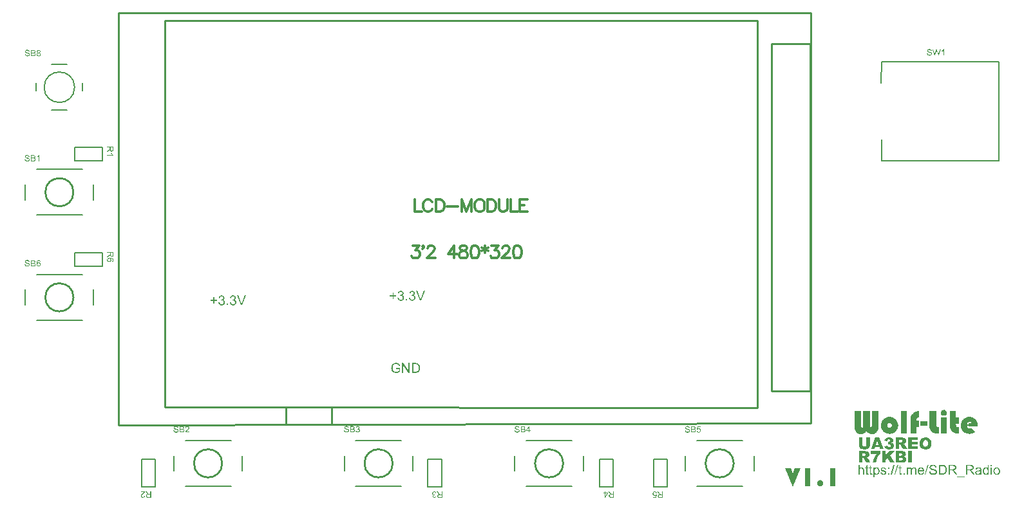
<source format=gto>
G04*
G04 #@! TF.GenerationSoftware,Altium Limited,Altium Designer,21.0.8 (223)*
G04*
G04 Layer_Color=65535*
%FSLAX44Y44*%
%MOMM*%
G71*
G04*
G04 #@! TF.SameCoordinates,CF40DC4F-38BD-4AEA-854D-D5A68E69FAB1*
G04*
G04*
G04 #@! TF.FilePolarity,Positive*
G04*
G01*
G75*
%ADD10C,0.2540*%
%ADD11C,0.2000*%
%ADD12C,0.3137*%
G36*
X1038434Y13917D02*
X1028287Y38803D01*
X1036360D01*
X1038508Y31433D01*
X1040878Y38803D01*
X1048692D01*
X1038434Y13917D01*
D02*
G37*
G36*
X1094725Y15250D02*
X1088059D01*
Y38803D01*
X1094725D01*
Y15250D01*
D02*
G37*
G36*
X1061284D02*
X1054618D01*
Y38803D01*
X1061284D01*
Y15250D01*
D02*
G37*
G36*
X1075208Y22879D02*
X1075615Y22805D01*
X1076097Y22657D01*
X1076578Y22434D01*
X1077060Y22101D01*
X1077541Y21694D01*
X1077578Y21657D01*
X1077726Y21472D01*
X1077912Y21212D01*
X1078171Y20879D01*
X1078393Y20435D01*
X1078578Y19953D01*
X1078726Y19398D01*
X1078763Y18805D01*
Y18731D01*
Y18509D01*
X1078689Y18213D01*
X1078615Y17805D01*
X1078467Y17361D01*
X1078245Y16880D01*
X1077949Y16398D01*
X1077541Y15917D01*
X1077504Y15880D01*
X1077319Y15731D01*
X1077060Y15546D01*
X1076726Y15361D01*
X1076282Y15139D01*
X1075801Y14954D01*
X1075245Y14806D01*
X1074616Y14769D01*
X1074541D01*
X1074319Y14806D01*
X1073986Y14843D01*
X1073579Y14917D01*
X1073134Y15028D01*
X1072616Y15250D01*
X1072134Y15509D01*
X1071690Y15880D01*
X1071653Y15917D01*
X1071505Y16102D01*
X1071357Y16324D01*
X1071134Y16694D01*
X1070949Y17102D01*
X1070764Y17583D01*
X1070616Y18176D01*
X1070579Y18805D01*
Y18842D01*
Y18879D01*
X1070616Y19102D01*
X1070653Y19435D01*
X1070727Y19842D01*
X1070875Y20287D01*
X1071097Y20768D01*
X1071357Y21249D01*
X1071764Y21731D01*
X1071801Y21768D01*
X1071986Y21916D01*
X1072245Y22101D01*
X1072579Y22360D01*
X1072986Y22583D01*
X1073467Y22768D01*
X1074023Y22916D01*
X1074616Y22953D01*
X1074912D01*
X1075208Y22879D01*
D02*
G37*
G36*
X1237779Y115303D02*
X1238150Y115211D01*
X1238613Y115072D01*
X1239075Y114840D01*
X1239584Y114563D01*
X1240047Y114192D01*
X1240094Y114146D01*
X1240232Y114007D01*
X1240417Y113730D01*
X1240649Y113406D01*
X1240880Y113035D01*
X1241065Y112573D01*
X1241204Y112017D01*
X1241251Y111462D01*
Y111369D01*
Y111184D01*
X1241204Y110860D01*
X1241112Y110490D01*
X1240973Y110027D01*
X1240741Y109565D01*
X1240464Y109102D01*
X1240094Y108685D01*
X1240047Y108639D01*
X1239908Y108500D01*
X1239631Y108361D01*
X1239307Y108176D01*
X1238890Y107945D01*
X1238381Y107806D01*
X1237826Y107667D01*
X1237178Y107621D01*
X1236900D01*
X1236576Y107667D01*
X1236160Y107760D01*
X1235697Y107899D01*
X1235188Y108084D01*
X1234725Y108315D01*
X1234262Y108685D01*
X1234216Y108731D01*
X1234077Y108870D01*
X1233892Y109102D01*
X1233707Y109426D01*
X1233522Y109842D01*
X1233337Y110305D01*
X1233198Y110860D01*
X1233152Y111462D01*
Y111554D01*
Y111740D01*
X1233198Y112017D01*
X1233290Y112388D01*
X1233429Y112804D01*
X1233661Y113267D01*
X1233938Y113730D01*
X1234309Y114192D01*
X1234355Y114239D01*
X1234540Y114377D01*
X1234771Y114563D01*
X1235142Y114794D01*
X1235558Y114979D01*
X1236021Y115164D01*
X1236576Y115303D01*
X1237178Y115349D01*
X1237456D01*
X1237779Y115303D01*
D02*
G37*
G36*
X1204968Y114007D02*
Y105538D01*
X1204922D01*
X1204829Y105584D01*
X1204320D01*
X1204042Y105538D01*
X1203672Y105446D01*
X1203302Y105353D01*
X1202932Y105168D01*
X1202515Y104890D01*
X1202191Y104566D01*
X1202145Y104520D01*
X1202052Y104381D01*
X1201960Y104150D01*
X1201821Y103826D01*
X1201636Y103409D01*
X1201543Y102947D01*
X1201451Y102345D01*
X1201404Y101697D01*
Y101003D01*
X1204968D01*
Y92534D01*
X1201404D01*
Y84250D01*
X1193306D01*
Y102484D01*
Y102530D01*
Y102623D01*
Y102808D01*
Y102993D01*
X1193352Y103271D01*
Y103595D01*
X1193445Y104289D01*
X1193537Y105122D01*
X1193722Y106001D01*
X1194000Y106927D01*
X1194324Y107760D01*
Y107806D01*
X1194370Y107899D01*
X1194463Y108037D01*
X1194555Y108222D01*
X1194879Y108731D01*
X1195342Y109379D01*
X1195897Y110074D01*
X1196591Y110860D01*
X1197424Y111601D01*
X1198396Y112295D01*
X1198443D01*
X1198535Y112388D01*
X1198674Y112480D01*
X1198859Y112573D01*
X1199137Y112711D01*
X1199414Y112850D01*
X1200155Y113174D01*
X1200988Y113498D01*
X1201960Y113776D01*
X1202978Y113961D01*
X1204089Y114054D01*
X1204968Y114007D01*
D02*
G37*
G36*
X1215982Y94478D02*
X1206125D01*
Y100170D01*
X1215982D01*
Y94478D01*
D02*
G37*
G36*
X1271656Y106186D02*
X1272072Y106140D01*
X1272535Y106047D01*
X1273044Y105955D01*
X1273599Y105816D01*
X1274201Y105677D01*
X1274849Y105446D01*
X1275497Y105214D01*
X1276145Y104890D01*
X1276839Y104520D01*
X1277487Y104104D01*
X1278135Y103595D01*
X1278736Y103039D01*
X1278783Y102993D01*
X1278875Y102900D01*
X1279014Y102715D01*
X1279245Y102484D01*
X1279477Y102160D01*
X1279754Y101790D01*
X1280032Y101373D01*
X1280356Y100864D01*
X1280634Y100309D01*
X1280911Y99707D01*
X1281189Y99059D01*
X1281420Y98365D01*
X1281652Y97625D01*
X1281791Y96838D01*
X1281883Y96051D01*
X1281929Y95172D01*
Y95079D01*
Y94987D01*
Y94802D01*
Y94616D01*
X1281883Y94339D01*
Y94061D01*
X1281837Y93691D01*
X1269619D01*
Y93737D01*
X1269573Y93830D01*
X1269527Y94015D01*
X1269481Y94246D01*
X1269388Y94755D01*
X1269342Y95357D01*
Y95403D01*
Y95542D01*
Y95773D01*
X1269388Y96005D01*
X1269434Y96329D01*
X1269481Y96699D01*
X1269712Y97486D01*
X1273831D01*
Y97532D01*
Y97578D01*
X1273738Y97856D01*
X1273553Y98272D01*
X1273322Y98735D01*
X1272951Y99152D01*
X1272489Y99568D01*
X1271887Y99846D01*
X1271517Y99892D01*
X1271100Y99938D01*
X1270869D01*
X1270591Y99892D01*
X1270221Y99800D01*
X1269851Y99615D01*
X1269434Y99383D01*
X1269018Y99059D01*
X1268648Y98643D01*
X1268601Y98596D01*
X1268509Y98411D01*
X1268370Y98134D01*
X1268185Y97763D01*
X1268000Y97254D01*
X1267861Y96699D01*
X1267768Y96051D01*
X1267722Y95357D01*
Y95264D01*
Y94987D01*
X1267768Y94616D01*
X1267814Y94154D01*
X1267953Y93598D01*
X1268092Y92997D01*
X1268324Y92441D01*
X1268601Y91932D01*
X1268648Y91886D01*
X1268786Y91747D01*
X1268971Y91516D01*
X1269249Y91331D01*
X1269619Y91099D01*
X1269990Y90868D01*
X1270499Y90729D01*
X1271008Y90683D01*
X1271193D01*
X1271470Y90729D01*
X1271748Y90822D01*
X1272118Y90960D01*
X1272535Y91192D01*
X1272951Y91469D01*
X1273368Y91840D01*
X1277950Y86333D01*
X1277903Y86286D01*
X1277811Y86240D01*
X1277626Y86101D01*
X1277394Y85962D01*
X1277070Y85777D01*
X1276746Y85546D01*
X1276330Y85314D01*
X1275867Y85083D01*
X1274803Y84620D01*
X1273599Y84204D01*
X1272257Y83926D01*
X1271563Y83880D01*
X1270823Y83834D01*
X1270360D01*
X1270036Y83880D01*
X1269619Y83926D01*
X1269110Y84019D01*
X1268601Y84111D01*
X1268000Y84250D01*
X1267398Y84389D01*
X1266750Y84620D01*
X1266056Y84852D01*
X1265408Y85176D01*
X1264714Y85546D01*
X1264066Y85962D01*
X1263418Y86471D01*
X1262770Y87027D01*
X1262724Y87073D01*
X1262631Y87166D01*
X1262492Y87351D01*
X1262261Y87582D01*
X1262030Y87906D01*
X1261752Y88276D01*
X1261474Y88739D01*
X1261150Y89202D01*
X1260873Y89757D01*
X1260549Y90359D01*
X1260271Y91007D01*
X1260040Y91747D01*
X1259808Y92488D01*
X1259669Y93274D01*
X1259577Y94107D01*
X1259531Y94987D01*
Y95033D01*
Y95218D01*
Y95449D01*
X1259577Y95773D01*
X1259623Y96190D01*
X1259716Y96653D01*
X1259808Y97162D01*
X1259947Y97763D01*
X1260132Y98365D01*
X1260317Y99013D01*
X1260595Y99661D01*
X1260919Y100355D01*
X1261289Y101003D01*
X1261752Y101697D01*
X1262261Y102345D01*
X1262816Y102947D01*
X1262863Y102993D01*
X1262955Y103085D01*
X1263140Y103271D01*
X1263418Y103456D01*
X1263742Y103687D01*
X1264112Y103965D01*
X1264575Y104289D01*
X1265038Y104613D01*
X1265593Y104890D01*
X1266241Y105214D01*
X1266889Y105492D01*
X1267583Y105723D01*
X1268370Y105908D01*
X1269157Y106094D01*
X1269990Y106186D01*
X1270869Y106233D01*
X1271332D01*
X1271656Y106186D01*
D02*
G37*
G36*
X1151146Y92441D02*
Y92395D01*
Y92256D01*
Y92071D01*
X1151099Y91793D01*
X1151053Y91469D01*
X1151007Y91053D01*
X1150868Y90174D01*
X1150544Y89156D01*
X1150127Y88091D01*
X1149850Y87536D01*
X1149526Y87027D01*
X1149156Y86471D01*
X1148739Y86009D01*
X1148693Y85962D01*
X1148647Y85916D01*
X1148508Y85777D01*
X1148323Y85638D01*
X1148045Y85453D01*
X1147767Y85222D01*
X1147443Y84991D01*
X1147073Y84759D01*
X1146148Y84296D01*
X1145129Y83880D01*
X1143880Y83602D01*
X1143232Y83556D01*
X1142538Y83510D01*
X1142353D01*
X1142121Y83556D01*
X1141797D01*
X1141427Y83648D01*
X1140964Y83741D01*
X1140501Y83880D01*
X1139946Y84019D01*
X1139391Y84250D01*
X1138836Y84528D01*
X1138280Y84852D01*
X1137679Y85268D01*
X1137123Y85731D01*
X1136568Y86286D01*
X1136012Y86934D01*
X1135550Y87675D01*
Y87628D01*
X1135503Y87582D01*
X1135272Y87304D01*
X1134994Y86888D01*
X1134578Y86425D01*
X1134115Y85870D01*
X1133560Y85361D01*
X1133004Y84852D01*
X1132356Y84435D01*
X1132264Y84389D01*
X1132079Y84296D01*
X1131709Y84157D01*
X1131199Y83972D01*
X1130598Y83787D01*
X1129904Y83648D01*
X1129071Y83556D01*
X1128191Y83510D01*
X1127821D01*
X1127543Y83556D01*
X1127219Y83602D01*
X1126803Y83648D01*
X1125924Y83834D01*
X1124952Y84111D01*
X1123934Y84574D01*
X1123425Y84852D01*
X1122962Y85176D01*
X1122499Y85592D01*
X1122083Y86009D01*
Y86055D01*
X1121990Y86147D01*
X1121897Y86286D01*
X1121759Y86471D01*
X1121620Y86749D01*
X1121435Y87027D01*
X1121249Y87397D01*
X1121064Y87860D01*
X1120833Y88322D01*
X1120648Y88878D01*
X1120463Y89433D01*
X1120324Y90081D01*
X1120185Y90775D01*
X1120093Y91516D01*
X1120046Y92349D01*
X1120000Y93182D01*
Y113683D01*
X1128747D01*
Y94524D01*
Y94478D01*
Y94292D01*
Y94061D01*
X1128793Y93737D01*
X1128839Y93135D01*
X1128885Y92858D01*
X1128932Y92626D01*
X1128978Y92580D01*
X1129117Y92441D01*
X1129441Y92256D01*
X1129857Y92210D01*
X1129904D01*
X1130089Y92256D01*
X1130274Y92303D01*
X1130552Y92488D01*
X1130783Y92719D01*
X1131014Y93089D01*
X1131153Y93645D01*
X1131199Y93968D01*
Y94339D01*
Y113683D01*
X1139946D01*
Y94524D01*
Y94478D01*
Y94292D01*
Y94061D01*
X1139992Y93783D01*
X1140039Y93182D01*
X1140085Y92904D01*
X1140178Y92673D01*
X1140224Y92580D01*
X1140363Y92441D01*
X1140687Y92303D01*
X1141103Y92210D01*
X1141149D01*
X1141288Y92256D01*
X1141520Y92349D01*
X1141751Y92488D01*
X1141982Y92765D01*
X1142214Y93182D01*
X1142260Y93460D01*
X1142353Y93783D01*
X1142399Y94107D01*
Y94524D01*
Y113683D01*
X1151146D01*
Y92441D01*
D02*
G37*
G36*
X1241251Y84250D02*
X1233152D01*
Y105723D01*
X1241251D01*
Y84250D01*
D02*
G37*
G36*
X1227089Y96144D02*
Y96051D01*
Y95820D01*
X1227135Y95449D01*
X1227182Y95033D01*
X1227228Y94570D01*
X1227367Y94154D01*
X1227506Y93737D01*
X1227737Y93413D01*
X1227783Y93367D01*
X1227876Y93321D01*
X1228061Y93228D01*
X1228292Y93089D01*
X1228663Y92950D01*
X1229125Y92858D01*
X1229681Y92812D01*
X1230329Y92765D01*
X1230791D01*
Y84250D01*
X1227968D01*
X1227645Y84296D01*
X1227228Y84343D01*
X1226765Y84389D01*
X1226256Y84481D01*
X1225701Y84620D01*
X1224498Y84944D01*
X1223896Y85176D01*
X1223294Y85407D01*
X1222646Y85731D01*
X1222091Y86101D01*
X1221489Y86518D01*
X1220980Y87027D01*
X1220934Y87073D01*
X1220888Y87166D01*
X1220749Y87304D01*
X1220564Y87536D01*
X1220379Y87814D01*
X1220147Y88184D01*
X1219916Y88554D01*
X1219685Y89017D01*
X1219407Y89572D01*
X1219175Y90127D01*
X1218944Y90775D01*
X1218759Y91469D01*
X1218574Y92210D01*
X1218435Y92997D01*
X1218389Y93876D01*
X1218342Y94755D01*
Y113683D01*
X1227089D01*
Y96144D01*
D02*
G37*
G36*
X1188632Y84250D02*
X1180533D01*
Y113683D01*
X1188632D01*
Y84250D01*
D02*
G37*
G36*
X1253190Y105446D02*
X1256754D01*
Y96930D01*
X1253190D01*
Y96884D01*
Y96838D01*
Y96699D01*
Y96514D01*
X1253237Y96051D01*
X1253283Y95496D01*
X1253375Y94940D01*
X1253514Y94339D01*
X1253699Y93784D01*
X1253977Y93367D01*
X1254023Y93321D01*
X1254116Y93228D01*
X1254347Y93043D01*
X1254625Y92904D01*
X1255042Y92719D01*
X1255551Y92534D01*
X1256152Y92441D01*
X1256893Y92395D01*
Y83972D01*
X1256523D01*
X1256245Y83926D01*
X1255504D01*
X1255273Y83972D01*
X1254995D01*
X1254301Y84065D01*
X1253514Y84250D01*
X1252635Y84435D01*
X1251710Y84759D01*
X1250784Y85176D01*
X1250738D01*
X1250691Y85222D01*
X1250553Y85314D01*
X1250367Y85407D01*
X1249951Y85685D01*
X1249396Y86101D01*
X1248794Y86564D01*
X1248146Y87166D01*
X1247498Y87860D01*
X1246897Y88646D01*
Y88693D01*
X1246804Y88785D01*
X1246711Y88924D01*
X1246619Y89156D01*
X1246480Y89433D01*
X1246341Y89757D01*
X1246156Y90174D01*
X1246017Y90590D01*
X1245832Y91099D01*
X1245647Y91655D01*
X1245508Y92256D01*
X1245369Y92904D01*
X1245277Y93645D01*
X1245184Y94385D01*
X1245092Y96005D01*
Y113683D01*
X1253190D01*
Y105446D01*
D02*
G37*
G36*
X1166788Y106140D02*
X1167158Y106094D01*
X1167621Y106001D01*
X1168130Y105908D01*
X1168685Y105770D01*
X1169287Y105584D01*
X1169935Y105399D01*
X1170583Y105122D01*
X1171277Y104798D01*
X1171925Y104428D01*
X1172573Y103965D01*
X1173221Y103502D01*
X1173868Y102900D01*
X1173915Y102854D01*
X1174007Y102761D01*
X1174193Y102576D01*
X1174378Y102299D01*
X1174609Y102021D01*
X1174887Y101604D01*
X1175211Y101188D01*
X1175535Y100679D01*
X1175812Y100124D01*
X1176136Y99522D01*
X1176414Y98874D01*
X1176645Y98180D01*
X1176830Y97439D01*
X1177016Y96653D01*
X1177108Y95820D01*
X1177154Y94987D01*
Y94940D01*
Y94802D01*
Y94524D01*
X1177108Y94200D01*
X1177062Y93830D01*
X1176969Y93367D01*
X1176877Y92812D01*
X1176738Y92256D01*
X1176553Y91655D01*
X1176321Y91007D01*
X1176090Y90359D01*
X1175766Y89711D01*
X1175349Y89017D01*
X1174933Y88369D01*
X1174424Y87721D01*
X1173822Y87073D01*
X1173776Y87027D01*
X1173683Y86934D01*
X1173498Y86795D01*
X1173221Y86564D01*
X1172897Y86333D01*
X1172526Y86055D01*
X1172064Y85777D01*
X1171555Y85453D01*
X1170999Y85176D01*
X1170398Y84852D01*
X1169750Y84574D01*
X1169055Y84343D01*
X1168315Y84111D01*
X1167482Y83972D01*
X1166695Y83880D01*
X1165816Y83834D01*
X1165353D01*
X1165029Y83880D01*
X1164613Y83926D01*
X1164150Y84019D01*
X1163641Y84111D01*
X1163086Y84250D01*
X1162438Y84389D01*
X1161790Y84620D01*
X1161142Y84898D01*
X1160448Y85222D01*
X1159800Y85592D01*
X1159106Y86009D01*
X1158458Y86518D01*
X1157810Y87073D01*
X1157764Y87119D01*
X1157671Y87212D01*
X1157486Y87397D01*
X1157301Y87675D01*
X1157069Y87999D01*
X1156792Y88369D01*
X1156468Y88785D01*
X1156190Y89294D01*
X1155866Y89850D01*
X1155542Y90451D01*
X1155264Y91099D01*
X1155033Y91793D01*
X1154848Y92534D01*
X1154663Y93321D01*
X1154570Y94154D01*
X1154524Y94987D01*
Y95033D01*
Y95218D01*
Y95449D01*
X1154570Y95773D01*
X1154616Y96190D01*
X1154709Y96653D01*
X1154802Y97162D01*
X1154940Y97763D01*
X1155126Y98365D01*
X1155311Y99013D01*
X1155588Y99661D01*
X1155912Y100355D01*
X1156283Y101003D01*
X1156745Y101697D01*
X1157254Y102345D01*
X1157810Y102947D01*
X1157856Y102993D01*
X1157949Y103085D01*
X1158134Y103224D01*
X1158411Y103456D01*
X1158735Y103687D01*
X1159106Y103965D01*
X1159568Y104289D01*
X1160077Y104566D01*
X1160633Y104890D01*
X1161281Y105168D01*
X1161929Y105446D01*
X1162669Y105677D01*
X1163456Y105908D01*
X1164242Y106047D01*
X1165122Y106140D01*
X1166001Y106186D01*
X1166464D01*
X1166788Y106140D01*
D02*
G37*
G36*
X1165589Y79100D02*
X1165838D01*
X1166116Y79072D01*
X1166422Y79045D01*
X1166755Y78989D01*
X1167477Y78850D01*
X1168170Y78656D01*
X1168865Y78378D01*
X1169142Y78212D01*
X1169420Y78017D01*
X1169448D01*
X1169475Y77962D01*
X1169642Y77823D01*
X1169836Y77573D01*
X1170086Y77240D01*
X1170336Y76851D01*
X1170558Y76379D01*
X1170697Y75824D01*
X1170725Y75519D01*
X1170752Y75213D01*
Y75158D01*
Y75047D01*
X1170725Y74853D01*
X1170697Y74630D01*
X1170614Y74353D01*
X1170530Y74047D01*
X1170391Y73742D01*
X1170197Y73437D01*
X1170169Y73409D01*
X1170086Y73298D01*
X1169975Y73159D01*
X1169809Y72965D01*
X1169586Y72770D01*
X1169309Y72520D01*
X1168976Y72271D01*
X1168587Y72049D01*
X1168615D01*
X1168726Y72021D01*
X1168892Y71965D01*
X1169087Y71910D01*
X1169503Y71743D01*
X1169725Y71660D01*
X1169920Y71549D01*
X1169947Y71521D01*
X1170031Y71466D01*
X1170169Y71354D01*
X1170336Y71216D01*
X1170530Y71049D01*
X1170725Y70827D01*
X1170919Y70577D01*
X1171086Y70300D01*
X1171113Y70272D01*
X1171169Y70161D01*
X1171224Y69994D01*
X1171308Y69800D01*
X1171391Y69522D01*
X1171474Y69217D01*
X1171502Y68884D01*
X1171530Y68495D01*
Y68467D01*
Y68439D01*
Y68273D01*
X1171502Y68023D01*
X1171447Y67690D01*
X1171363Y67274D01*
X1171224Y66857D01*
X1171058Y66413D01*
X1170808Y65941D01*
X1170780Y65885D01*
X1170669Y65747D01*
X1170530Y65525D01*
X1170308Y65247D01*
X1170003Y64941D01*
X1169670Y64636D01*
X1169281Y64331D01*
X1168809Y64053D01*
X1168781D01*
X1168754Y64025D01*
X1168670Y63998D01*
X1168559Y63942D01*
X1168448Y63914D01*
X1168282Y63859D01*
X1167893Y63748D01*
X1167393Y63609D01*
X1166810Y63526D01*
X1166116Y63442D01*
X1165367Y63415D01*
X1165033D01*
X1164867Y63442D01*
X1164645D01*
X1164201Y63470D01*
X1163673Y63526D01*
X1163118Y63609D01*
X1162590Y63720D01*
X1162091Y63886D01*
X1162035Y63914D01*
X1161896Y63970D01*
X1161674Y64081D01*
X1161396Y64247D01*
X1161091Y64442D01*
X1160758Y64692D01*
X1160425Y64969D01*
X1160119Y65302D01*
X1160092Y65358D01*
X1159981Y65469D01*
X1159842Y65663D01*
X1159675Y65941D01*
X1159481Y66302D01*
X1159314Y66691D01*
X1159120Y67162D01*
X1158953Y67662D01*
X1163173Y68245D01*
Y68190D01*
X1163229Y68051D01*
X1163284Y67829D01*
X1163368Y67551D01*
X1163590Y66968D01*
X1163756Y66691D01*
X1163923Y66468D01*
X1163951Y66441D01*
X1164006Y66385D01*
X1164145Y66330D01*
X1164284Y66246D01*
X1164478Y66135D01*
X1164728Y66080D01*
X1164978Y66024D01*
X1165283Y65996D01*
X1165422D01*
X1165589Y66024D01*
X1165783Y66080D01*
X1166005Y66135D01*
X1166255Y66246D01*
X1166477Y66413D01*
X1166699Y66607D01*
X1166727Y66635D01*
X1166782Y66718D01*
X1166893Y66857D01*
X1167004Y67051D01*
X1167088Y67274D01*
X1167199Y67579D01*
X1167254Y67912D01*
X1167282Y68273D01*
Y68328D01*
Y68439D01*
X1167254Y68634D01*
X1167227Y68884D01*
X1167143Y69134D01*
X1167060Y69411D01*
X1166921Y69661D01*
X1166727Y69911D01*
X1166699Y69939D01*
X1166616Y69994D01*
X1166505Y70105D01*
X1166338Y70216D01*
X1166116Y70300D01*
X1165866Y70411D01*
X1165561Y70466D01*
X1165228Y70494D01*
X1165033D01*
X1164867Y70466D01*
X1164672Y70438D01*
X1164450Y70383D01*
X1164173Y70327D01*
X1163867Y70244D01*
X1164062Y73242D01*
X1164256D01*
X1164450Y73215D01*
X1164756D01*
X1164922Y73242D01*
X1165117Y73270D01*
X1165311Y73326D01*
X1165561Y73437D01*
X1165783Y73548D01*
X1166005Y73714D01*
X1166033Y73742D01*
X1166088Y73798D01*
X1166199Y73909D01*
X1166310Y74075D01*
X1166394Y74242D01*
X1166505Y74464D01*
X1166560Y74714D01*
X1166588Y74964D01*
Y74991D01*
Y75075D01*
X1166560Y75213D01*
X1166533Y75352D01*
X1166477Y75547D01*
X1166422Y75713D01*
X1166310Y75908D01*
X1166172Y76074D01*
X1166144Y76102D01*
X1166088Y76130D01*
X1166005Y76213D01*
X1165866Y76296D01*
X1165700Y76352D01*
X1165505Y76435D01*
X1165283Y76463D01*
X1165006Y76491D01*
X1164895D01*
X1164756Y76463D01*
X1164561Y76435D01*
X1164367Y76379D01*
X1164173Y76296D01*
X1163978Y76185D01*
X1163784Y76019D01*
X1163756Y75991D01*
X1163701Y75935D01*
X1163645Y75824D01*
X1163534Y75658D01*
X1163451Y75436D01*
X1163340Y75186D01*
X1163257Y74853D01*
X1163173Y74464D01*
X1159176Y75158D01*
Y75186D01*
X1159203Y75241D01*
X1159231Y75352D01*
X1159259Y75463D01*
X1159342Y75630D01*
X1159398Y75824D01*
X1159592Y76241D01*
X1159842Y76713D01*
X1160175Y77212D01*
X1160564Y77684D01*
X1161063Y78101D01*
X1161091D01*
X1161119Y78156D01*
X1161202Y78184D01*
X1161341Y78267D01*
X1161480Y78351D01*
X1161646Y78434D01*
X1161869Y78517D01*
X1162118Y78628D01*
X1162368Y78712D01*
X1162674Y78795D01*
X1163007Y78878D01*
X1163368Y78961D01*
X1163756Y79045D01*
X1164173Y79072D01*
X1165089Y79128D01*
X1165367D01*
X1165589Y79100D01*
D02*
G37*
G36*
X1140103Y69800D02*
Y69772D01*
Y69744D01*
Y69578D01*
X1140075Y69328D01*
X1140047Y68995D01*
X1139992Y68578D01*
X1139909Y68162D01*
X1139798Y67718D01*
X1139659Y67246D01*
X1139631Y67190D01*
X1139575Y67051D01*
X1139492Y66829D01*
X1139326Y66552D01*
X1139159Y66219D01*
X1138909Y65858D01*
X1138659Y65497D01*
X1138326Y65163D01*
X1138298Y65136D01*
X1138160Y65025D01*
X1137993Y64858D01*
X1137771Y64664D01*
X1137493Y64469D01*
X1137160Y64275D01*
X1136827Y64081D01*
X1136466Y63914D01*
X1136438D01*
X1136411Y63886D01*
X1136327Y63859D01*
X1136216Y63831D01*
X1135939Y63748D01*
X1135522Y63664D01*
X1135050Y63581D01*
X1134495Y63498D01*
X1133856Y63442D01*
X1133162Y63415D01*
X1132746D01*
X1132441Y63442D01*
X1132080D01*
X1131663Y63498D01*
X1131219Y63526D01*
X1130719Y63581D01*
X1130664D01*
X1130497Y63609D01*
X1130247Y63637D01*
X1129970Y63720D01*
X1129609Y63775D01*
X1129248Y63886D01*
X1128887Y64025D01*
X1128526Y64164D01*
X1128498Y64192D01*
X1128387Y64247D01*
X1128221Y64358D01*
X1127999Y64497D01*
X1127749Y64692D01*
X1127471Y64914D01*
X1127194Y65163D01*
X1126916Y65469D01*
X1126888Y65497D01*
X1126805Y65608D01*
X1126666Y65802D01*
X1126527Y66024D01*
X1126361Y66274D01*
X1126194Y66579D01*
X1126028Y66913D01*
X1125916Y67246D01*
Y67274D01*
X1125889Y67301D01*
Y67385D01*
X1125861Y67496D01*
X1125778Y67773D01*
X1125722Y68106D01*
X1125639Y68495D01*
X1125555Y68939D01*
X1125528Y69383D01*
X1125500Y69800D01*
Y78878D01*
X1130192D01*
Y69605D01*
Y69550D01*
Y69411D01*
X1130220Y69161D01*
X1130275Y68884D01*
X1130358Y68578D01*
X1130469Y68273D01*
X1130636Y67940D01*
X1130858Y67662D01*
X1130886Y67634D01*
X1130997Y67551D01*
X1131136Y67440D01*
X1131358Y67329D01*
X1131636Y67190D01*
X1131969Y67079D01*
X1132357Y66996D01*
X1132802Y66968D01*
X1132996D01*
X1133218Y66996D01*
X1133495Y67051D01*
X1133801Y67135D01*
X1134134Y67246D01*
X1134439Y67412D01*
X1134717Y67634D01*
X1134745Y67662D01*
X1134828Y67773D01*
X1134939Y67912D01*
X1135078Y68134D01*
X1135189Y68412D01*
X1135300Y68773D01*
X1135383Y69161D01*
X1135411Y69605D01*
Y78878D01*
X1140103D01*
Y69800D01*
D02*
G37*
G36*
X1203095Y75630D02*
X1195211Y75630D01*
Y73215D01*
X1202512Y73215D01*
Y70105D01*
X1195211Y70105D01*
Y67107D01*
X1203317Y67107D01*
Y63664D01*
X1190491Y63664D01*
Y78878D01*
X1203095Y78878D01*
Y75630D01*
D02*
G37*
G36*
X1182579Y78850D02*
X1183079Y78823D01*
X1183606Y78795D01*
X1184162Y78712D01*
X1184689Y78628D01*
X1185161Y78489D01*
X1185217Y78462D01*
X1185355Y78406D01*
X1185577Y78323D01*
X1185827Y78184D01*
X1186133Y77990D01*
X1186438Y77740D01*
X1186743Y77462D01*
X1187021Y77101D01*
X1187049Y77046D01*
X1187132Y76935D01*
X1187243Y76713D01*
X1187382Y76407D01*
X1187521Y76046D01*
X1187632Y75630D01*
X1187715Y75158D01*
X1187743Y74630D01*
Y74575D01*
Y74408D01*
X1187715Y74186D01*
X1187687Y73881D01*
X1187604Y73548D01*
X1187521Y73187D01*
X1187382Y72798D01*
X1187188Y72437D01*
X1187160Y72410D01*
X1187104Y72298D01*
X1186965Y72132D01*
X1186799Y71910D01*
X1186577Y71688D01*
X1186327Y71438D01*
X1186022Y71188D01*
X1185688Y70966D01*
X1185661Y70938D01*
X1185577Y70910D01*
X1185439Y70827D01*
X1185272Y70744D01*
X1185022Y70661D01*
X1184744Y70549D01*
X1184411Y70466D01*
X1184051Y70355D01*
X1184078D01*
X1184189Y70300D01*
X1184328Y70244D01*
X1184522Y70188D01*
X1184911Y69994D01*
X1185106Y69911D01*
X1185272Y69800D01*
X1185328Y69772D01*
X1185383Y69717D01*
X1185466Y69633D01*
X1185577Y69522D01*
X1185688Y69383D01*
X1185855Y69217D01*
X1186022Y68995D01*
X1186049Y68967D01*
X1186105Y68884D01*
X1186188Y68773D01*
X1186299Y68662D01*
X1186521Y68328D01*
X1186605Y68190D01*
X1186688Y68051D01*
X1188992Y63664D01*
X1183662D01*
X1181135Y68301D01*
X1181108Y68328D01*
X1181052Y68439D01*
X1180969Y68606D01*
X1180858Y68773D01*
X1180580Y69161D01*
X1180414Y69328D01*
X1180275Y69467D01*
X1180247Y69495D01*
X1180191Y69522D01*
X1180080Y69578D01*
X1179942Y69661D01*
X1179775Y69717D01*
X1179581Y69772D01*
X1179359Y69800D01*
X1179109Y69828D01*
X1178720D01*
Y63664D01*
X1174001D01*
Y78878D01*
X1182385D01*
X1182579Y78850D01*
D02*
G37*
G36*
X1158259Y63664D02*
X1153318D01*
X1152568Y66163D01*
X1147238D01*
X1146488Y63664D01*
X1141685D01*
X1147377Y78878D01*
X1152540D01*
X1158259Y63664D01*
D02*
G37*
G36*
X1213728Y79100D02*
X1214061Y79072D01*
X1214422Y79017D01*
X1214839Y78961D01*
X1215255Y78878D01*
X1215727Y78767D01*
X1216199Y78628D01*
X1216699Y78462D01*
X1217171Y78267D01*
X1217643Y78018D01*
X1218115Y77740D01*
X1218531Y77435D01*
X1218948Y77074D01*
X1218975Y77046D01*
X1219031Y76990D01*
X1219142Y76852D01*
X1219281Y76713D01*
X1219419Y76491D01*
X1219614Y76241D01*
X1219808Y75935D01*
X1220003Y75602D01*
X1220197Y75213D01*
X1220363Y74797D01*
X1220558Y74325D01*
X1220697Y73825D01*
X1220835Y73270D01*
X1220947Y72687D01*
X1221002Y72049D01*
X1221030Y71382D01*
Y71354D01*
Y71271D01*
Y71132D01*
Y70938D01*
X1221002Y70716D01*
X1220974Y70438D01*
X1220947Y70161D01*
X1220919Y69828D01*
X1220808Y69134D01*
X1220641Y68412D01*
X1220419Y67690D01*
X1220114Y66996D01*
Y66968D01*
X1220086Y66913D01*
X1220030Y66829D01*
X1219947Y66718D01*
X1219753Y66413D01*
X1219447Y66024D01*
X1219086Y65608D01*
X1218642Y65164D01*
X1218142Y64747D01*
X1217532Y64359D01*
X1217504D01*
X1217448Y64331D01*
X1217365Y64275D01*
X1217226Y64220D01*
X1217060Y64136D01*
X1216865Y64053D01*
X1216643Y63970D01*
X1216366Y63886D01*
X1216060Y63803D01*
X1215755Y63720D01*
X1215033Y63553D01*
X1214200Y63442D01*
X1213284Y63415D01*
X1212868D01*
X1212646Y63442D01*
X1212396Y63470D01*
X1212118D01*
X1211785Y63526D01*
X1211119Y63609D01*
X1210425Y63748D01*
X1209703Y63942D01*
X1209036Y64220D01*
X1209009D01*
X1208953Y64247D01*
X1208870Y64303D01*
X1208759Y64386D01*
X1208454Y64581D01*
X1208065Y64858D01*
X1207621Y65191D01*
X1207176Y65663D01*
X1206704Y66191D01*
X1206288Y66802D01*
Y66829D01*
X1206233Y66885D01*
X1206205Y66996D01*
X1206121Y67135D01*
X1206038Y67301D01*
X1205955Y67496D01*
X1205872Y67745D01*
X1205788Y68023D01*
X1205677Y68328D01*
X1205594Y68662D01*
X1205511Y69022D01*
X1205427Y69439D01*
X1205316Y70300D01*
X1205261Y71244D01*
Y71299D01*
Y71410D01*
X1205289Y71604D01*
Y71854D01*
X1205316Y72160D01*
X1205372Y72521D01*
X1205427Y72937D01*
X1205511Y73353D01*
X1205622Y73825D01*
X1205760Y74297D01*
X1205927Y74769D01*
X1206121Y75269D01*
X1206371Y75741D01*
X1206649Y76213D01*
X1206954Y76629D01*
X1207315Y77046D01*
X1207343Y77074D01*
X1207426Y77129D01*
X1207537Y77240D01*
X1207704Y77379D01*
X1207926Y77518D01*
X1208176Y77712D01*
X1208481Y77906D01*
X1208814Y78101D01*
X1209203Y78295D01*
X1209647Y78462D01*
X1210119Y78656D01*
X1210647Y78795D01*
X1211202Y78934D01*
X1211813Y79045D01*
X1212451Y79100D01*
X1213118Y79128D01*
X1213478D01*
X1213728Y79100D01*
D02*
G37*
G36*
X1166505Y55307D02*
X1172335Y45840D01*
X1166533D01*
X1163312Y52059D01*
X1160897Y49532D01*
Y45840D01*
X1156205D01*
Y61054D01*
X1160897D01*
Y55279D01*
X1165811Y61054D01*
X1172085D01*
X1166505Y55307D01*
D02*
G37*
G36*
X1195350Y45840D02*
X1190630D01*
Y61054D01*
X1195350D01*
Y45840D01*
D02*
G37*
G36*
X1183051Y61026D02*
X1183245D01*
X1183440Y60998D01*
X1183939Y60915D01*
X1184495Y60776D01*
X1185050Y60582D01*
X1185577Y60304D01*
X1186077Y59943D01*
X1186105D01*
X1186133Y59888D01*
X1186272Y59749D01*
X1186466Y59527D01*
X1186688Y59194D01*
X1186882Y58805D01*
X1187077Y58361D01*
X1187215Y57833D01*
X1187271Y57556D01*
Y57250D01*
Y57222D01*
Y57195D01*
Y57028D01*
X1187215Y56778D01*
X1187160Y56473D01*
X1187049Y56112D01*
X1186910Y55723D01*
X1186688Y55335D01*
X1186410Y54946D01*
X1186383Y54918D01*
X1186299Y54835D01*
X1186188Y54724D01*
X1185994Y54585D01*
X1185772Y54419D01*
X1185494Y54252D01*
X1185161Y54085D01*
X1184772Y53919D01*
X1184800D01*
X1184856Y53891D01*
X1184939D01*
X1185050Y53836D01*
X1185328Y53752D01*
X1185688Y53613D01*
X1186077Y53419D01*
X1186494Y53169D01*
X1186854Y52892D01*
X1187188Y52558D01*
X1187215Y52503D01*
X1187299Y52392D01*
X1187438Y52170D01*
X1187576Y51892D01*
X1187715Y51559D01*
X1187854Y51143D01*
X1187937Y50671D01*
X1187965Y50143D01*
Y50088D01*
Y49949D01*
X1187937Y49727D01*
X1187909Y49449D01*
X1187826Y49116D01*
X1187743Y48755D01*
X1187604Y48394D01*
X1187410Y48033D01*
X1187382Y48005D01*
X1187299Y47867D01*
X1187188Y47700D01*
X1187021Y47506D01*
X1186799Y47256D01*
X1186521Y47006D01*
X1186216Y46756D01*
X1185883Y46534D01*
X1185855D01*
X1185772Y46479D01*
X1185633Y46423D01*
X1185439Y46340D01*
X1185189Y46256D01*
X1184883Y46173D01*
X1184522Y46118D01*
X1184106Y46034D01*
X1184051D01*
X1183967Y46006D01*
X1183856D01*
X1183578Y45979D01*
X1183245Y45951D01*
X1182885Y45896D01*
X1182551Y45868D01*
X1182246Y45840D01*
X1173889D01*
Y61054D01*
X1182912D01*
X1183051Y61026D01*
D02*
G37*
G36*
X1153734Y58166D02*
X1153706Y58139D01*
X1153651Y58111D01*
X1153568Y58028D01*
X1153456Y57916D01*
X1153151Y57611D01*
X1152790Y57222D01*
X1152346Y56778D01*
X1151902Y56223D01*
X1151430Y55640D01*
X1151013Y55029D01*
X1150986Y55002D01*
X1150958Y54946D01*
X1150902Y54835D01*
X1150791Y54668D01*
X1150680Y54474D01*
X1150569Y54252D01*
X1150431Y53974D01*
X1150264Y53697D01*
X1150097Y53363D01*
X1149931Y53003D01*
X1149598Y52225D01*
X1149265Y51365D01*
X1148959Y50448D01*
Y50421D01*
X1148931Y50365D01*
X1148904Y50254D01*
X1148848Y50115D01*
X1148820Y49921D01*
X1148765Y49699D01*
X1148681Y49449D01*
X1148626Y49144D01*
X1148570Y48811D01*
X1148487Y48477D01*
X1148376Y47672D01*
X1148237Y46812D01*
X1148154Y45840D01*
X1143934D01*
Y45896D01*
X1143962Y46006D01*
X1143990Y46201D01*
X1144017Y46451D01*
X1144073Y46784D01*
X1144128Y47145D01*
X1144212Y47561D01*
X1144295Y48005D01*
X1144406Y48505D01*
X1144517Y49005D01*
X1144795Y50032D01*
X1145100Y51087D01*
X1145294Y51587D01*
X1145489Y52059D01*
Y52087D01*
X1145544Y52170D01*
X1145600Y52309D01*
X1145683Y52503D01*
X1145822Y52725D01*
X1145961Y53003D01*
X1146127Y53336D01*
X1146322Y53697D01*
X1146544Y54085D01*
X1146794Y54502D01*
X1147071Y54946D01*
X1147377Y55418D01*
X1147710Y55890D01*
X1148071Y56417D01*
X1148459Y56945D01*
X1148876Y57472D01*
X1141380D01*
Y61054D01*
X1153734D01*
Y58166D01*
D02*
G37*
G36*
X1134079Y61026D02*
X1134578Y60998D01*
X1135106Y60970D01*
X1135661Y60887D01*
X1136189Y60804D01*
X1136660Y60665D01*
X1136716Y60637D01*
X1136855Y60582D01*
X1137077Y60498D01*
X1137327Y60360D01*
X1137632Y60165D01*
X1137937Y59915D01*
X1138243Y59638D01*
X1138521Y59277D01*
X1138548Y59221D01*
X1138632Y59110D01*
X1138743Y58888D01*
X1138881Y58583D01*
X1139020Y58222D01*
X1139131Y57806D01*
X1139214Y57333D01*
X1139242Y56806D01*
Y56750D01*
Y56584D01*
X1139214Y56362D01*
X1139187Y56056D01*
X1139103Y55723D01*
X1139020Y55362D01*
X1138881Y54974D01*
X1138687Y54613D01*
X1138659Y54585D01*
X1138604Y54474D01*
X1138465Y54307D01*
X1138298Y54085D01*
X1138076Y53863D01*
X1137826Y53613D01*
X1137521Y53363D01*
X1137188Y53141D01*
X1137160Y53114D01*
X1137077Y53086D01*
X1136938Y53003D01*
X1136771Y52919D01*
X1136522Y52836D01*
X1136244Y52725D01*
X1135911Y52642D01*
X1135550Y52531D01*
X1135578D01*
X1135689Y52475D01*
X1135827Y52420D01*
X1136022Y52364D01*
X1136411Y52170D01*
X1136605Y52087D01*
X1136771Y51975D01*
X1136827Y51948D01*
X1136882Y51892D01*
X1136966Y51809D01*
X1137077Y51698D01*
X1137188Y51559D01*
X1137355Y51392D01*
X1137521Y51170D01*
X1137549Y51143D01*
X1137604Y51059D01*
X1137688Y50948D01*
X1137799Y50837D01*
X1138021Y50504D01*
X1138104Y50365D01*
X1138187Y50226D01*
X1140492Y45840D01*
X1135161D01*
X1132635Y50476D01*
X1132607Y50504D01*
X1132552Y50615D01*
X1132468Y50782D01*
X1132357Y50948D01*
X1132080Y51337D01*
X1131913Y51504D01*
X1131774Y51642D01*
X1131747Y51670D01*
X1131691Y51698D01*
X1131580Y51753D01*
X1131441Y51837D01*
X1131274Y51892D01*
X1131080Y51948D01*
X1130858Y51975D01*
X1130608Y52003D01*
X1130220D01*
Y45840D01*
X1125500D01*
Y61054D01*
X1133884D01*
X1134079Y61026D01*
D02*
G37*
G36*
X1300547Y41182D02*
X1298973D01*
Y42978D01*
X1300547D01*
Y41182D01*
D02*
G37*
G36*
X1223351Y43182D02*
X1223481D01*
X1223832Y43144D01*
X1224221Y43089D01*
X1224629Y42996D01*
X1225073Y42885D01*
X1225480Y42737D01*
X1225499D01*
X1225536Y42719D01*
X1225591Y42682D01*
X1225666Y42645D01*
X1225851Y42552D01*
X1226091Y42385D01*
X1226369Y42200D01*
X1226647Y41960D01*
X1226906Y41682D01*
X1227147Y41367D01*
Y41348D01*
X1227165Y41330D01*
X1227202Y41274D01*
X1227239Y41219D01*
X1227332Y41034D01*
X1227443Y40793D01*
X1227573Y40497D01*
X1227665Y40145D01*
X1227758Y39774D01*
X1227795Y39367D01*
X1226165Y39237D01*
Y39256D01*
Y39293D01*
X1226147Y39349D01*
X1226128Y39441D01*
X1226073Y39645D01*
X1225999Y39923D01*
X1225888Y40219D01*
X1225721Y40515D01*
X1225517Y40793D01*
X1225258Y41052D01*
X1225221Y41071D01*
X1225128Y41145D01*
X1224943Y41256D01*
X1224703Y41367D01*
X1224388Y41478D01*
X1224017Y41589D01*
X1223555Y41663D01*
X1223036Y41682D01*
X1222777D01*
X1222666Y41663D01*
X1222518Y41645D01*
X1222184Y41608D01*
X1221814Y41534D01*
X1221444Y41441D01*
X1221092Y41293D01*
X1220944Y41200D01*
X1220796Y41108D01*
X1220759Y41089D01*
X1220685Y41015D01*
X1220573Y40886D01*
X1220462Y40737D01*
X1220333Y40534D01*
X1220222Y40311D01*
X1220147Y40052D01*
X1220110Y39756D01*
Y39719D01*
Y39645D01*
X1220129Y39515D01*
X1220166Y39367D01*
X1220222Y39182D01*
X1220314Y38997D01*
X1220425Y38812D01*
X1220592Y38626D01*
X1220610Y38608D01*
X1220703Y38552D01*
X1220777Y38497D01*
X1220851Y38460D01*
X1220962Y38404D01*
X1221092Y38330D01*
X1221258Y38275D01*
X1221444Y38201D01*
X1221647Y38126D01*
X1221888Y38034D01*
X1222147Y37960D01*
X1222444Y37867D01*
X1222777Y37793D01*
X1223147Y37701D01*
X1223166D01*
X1223240Y37682D01*
X1223351Y37664D01*
X1223481Y37627D01*
X1223647Y37589D01*
X1223851Y37534D01*
X1224054Y37478D01*
X1224277Y37423D01*
X1224758Y37293D01*
X1225221Y37164D01*
X1225443Y37090D01*
X1225647Y37016D01*
X1225832Y36960D01*
X1225980Y36886D01*
X1225999D01*
X1226036Y36867D01*
X1226091Y36830D01*
X1226165Y36793D01*
X1226369Y36682D01*
X1226610Y36534D01*
X1226888Y36330D01*
X1227165Y36108D01*
X1227424Y35849D01*
X1227647Y35571D01*
X1227665Y35534D01*
X1227739Y35442D01*
X1227813Y35275D01*
X1227924Y35053D01*
X1228017Y34794D01*
X1228110Y34479D01*
X1228165Y34127D01*
X1228184Y33757D01*
Y33738D01*
Y33720D01*
Y33664D01*
Y33590D01*
X1228147Y33386D01*
X1228110Y33127D01*
X1228036Y32831D01*
X1227943Y32516D01*
X1227795Y32183D01*
X1227591Y31831D01*
Y31812D01*
X1227573Y31794D01*
X1227480Y31683D01*
X1227350Y31516D01*
X1227165Y31331D01*
X1226925Y31109D01*
X1226628Y30868D01*
X1226295Y30646D01*
X1225906Y30442D01*
X1225888D01*
X1225851Y30424D01*
X1225795Y30405D01*
X1225721Y30368D01*
X1225610Y30331D01*
X1225480Y30275D01*
X1225184Y30201D01*
X1224832Y30109D01*
X1224406Y30016D01*
X1223943Y29961D01*
X1223444Y29942D01*
X1223147D01*
X1222999Y29961D01*
X1222832D01*
X1222647Y29979D01*
X1222425Y29998D01*
X1221962Y30072D01*
X1221481Y30146D01*
X1220999Y30275D01*
X1220536Y30442D01*
X1220518D01*
X1220481Y30461D01*
X1220425Y30498D01*
X1220351Y30535D01*
X1220129Y30646D01*
X1219870Y30812D01*
X1219574Y31035D01*
X1219259Y31294D01*
X1218962Y31609D01*
X1218685Y31960D01*
Y31979D01*
X1218648Y32016D01*
X1218629Y32072D01*
X1218574Y32146D01*
X1218537Y32238D01*
X1218481Y32349D01*
X1218351Y32627D01*
X1218222Y32979D01*
X1218111Y33368D01*
X1218037Y33812D01*
X1218000Y34275D01*
X1219592Y34423D01*
Y34405D01*
Y34386D01*
X1219611Y34331D01*
Y34256D01*
X1219648Y34090D01*
X1219703Y33849D01*
X1219777Y33609D01*
X1219851Y33331D01*
X1219981Y33071D01*
X1220110Y32831D01*
X1220129Y32812D01*
X1220185Y32738D01*
X1220277Y32609D01*
X1220425Y32479D01*
X1220610Y32312D01*
X1220814Y32146D01*
X1221092Y31979D01*
X1221388Y31831D01*
X1221407D01*
X1221425Y31812D01*
X1221481Y31794D01*
X1221536Y31775D01*
X1221721Y31720D01*
X1221962Y31646D01*
X1222258Y31572D01*
X1222592Y31516D01*
X1222962Y31479D01*
X1223369Y31460D01*
X1223536D01*
X1223721Y31479D01*
X1223943Y31498D01*
X1224203Y31535D01*
X1224499Y31572D01*
X1224795Y31646D01*
X1225073Y31738D01*
X1225110Y31757D01*
X1225203Y31794D01*
X1225332Y31868D01*
X1225499Y31942D01*
X1225666Y32072D01*
X1225851Y32201D01*
X1226036Y32349D01*
X1226184Y32534D01*
X1226202Y32553D01*
X1226239Y32627D01*
X1226295Y32720D01*
X1226369Y32868D01*
X1226443Y33016D01*
X1226499Y33201D01*
X1226536Y33405D01*
X1226554Y33627D01*
Y33646D01*
Y33738D01*
X1226536Y33849D01*
X1226517Y33997D01*
X1226462Y34145D01*
X1226406Y34331D01*
X1226313Y34516D01*
X1226184Y34682D01*
X1226165Y34701D01*
X1226110Y34757D01*
X1226036Y34831D01*
X1225906Y34942D01*
X1225758Y35053D01*
X1225554Y35182D01*
X1225314Y35312D01*
X1225036Y35423D01*
X1225017Y35442D01*
X1224925Y35460D01*
X1224777Y35516D01*
X1224684Y35534D01*
X1224555Y35571D01*
X1224425Y35627D01*
X1224258Y35664D01*
X1224073Y35719D01*
X1223851Y35775D01*
X1223629Y35831D01*
X1223369Y35905D01*
X1223073Y35979D01*
X1222758Y36053D01*
X1222740D01*
X1222684Y36071D01*
X1222592Y36090D01*
X1222481Y36127D01*
X1222333Y36164D01*
X1222166Y36201D01*
X1221796Y36312D01*
X1221388Y36442D01*
X1220962Y36571D01*
X1220592Y36701D01*
X1220425Y36775D01*
X1220277Y36849D01*
X1220259D01*
X1220240Y36867D01*
X1220129Y36941D01*
X1219962Y37034D01*
X1219777Y37182D01*
X1219555Y37349D01*
X1219333Y37552D01*
X1219111Y37793D01*
X1218925Y38052D01*
X1218907Y38089D01*
X1218851Y38182D01*
X1218777Y38330D01*
X1218703Y38515D01*
X1218629Y38756D01*
X1218555Y39034D01*
X1218500Y39330D01*
X1218481Y39645D01*
Y39663D01*
Y39682D01*
Y39738D01*
Y39811D01*
X1218518Y39997D01*
X1218555Y40237D01*
X1218611Y40515D01*
X1218703Y40830D01*
X1218833Y41145D01*
X1219018Y41459D01*
Y41478D01*
X1219036Y41497D01*
X1219129Y41608D01*
X1219259Y41756D01*
X1219425Y41941D01*
X1219648Y42145D01*
X1219925Y42367D01*
X1220259Y42571D01*
X1220629Y42756D01*
X1220648D01*
X1220685Y42774D01*
X1220740Y42793D01*
X1220814Y42830D01*
X1220907Y42867D01*
X1221036Y42904D01*
X1221314Y42978D01*
X1221666Y43052D01*
X1222073Y43126D01*
X1222499Y43182D01*
X1222981Y43200D01*
X1223221D01*
X1223351Y43182D01*
D02*
G37*
G36*
X1296473Y30164D02*
X1295010D01*
Y31331D01*
X1294992Y31312D01*
X1294973Y31275D01*
X1294918Y31201D01*
X1294843Y31109D01*
X1294751Y31016D01*
X1294640Y30905D01*
X1294510Y30775D01*
X1294344Y30646D01*
X1294177Y30516D01*
X1293992Y30387D01*
X1293770Y30275D01*
X1293529Y30183D01*
X1293288Y30090D01*
X1293010Y30016D01*
X1292714Y29979D01*
X1292399Y29961D01*
X1292288D01*
X1292214Y29979D01*
X1291992Y29998D01*
X1291733Y30035D01*
X1291418Y30109D01*
X1291066Y30220D01*
X1290714Y30368D01*
X1290363Y30572D01*
X1290344D01*
X1290325Y30609D01*
X1290214Y30683D01*
X1290048Y30831D01*
X1289844Y31016D01*
X1289603Y31257D01*
X1289363Y31553D01*
X1289122Y31886D01*
X1288918Y32275D01*
Y32294D01*
X1288900Y32331D01*
X1288881Y32386D01*
X1288844Y32460D01*
X1288807Y32571D01*
X1288752Y32701D01*
X1288714Y32831D01*
X1288678Y32997D01*
X1288585Y33368D01*
X1288492Y33794D01*
X1288437Y34275D01*
X1288418Y34794D01*
Y34812D01*
Y34849D01*
Y34923D01*
Y35034D01*
X1288437Y35145D01*
Y35294D01*
X1288474Y35627D01*
X1288529Y36016D01*
X1288622Y36442D01*
X1288733Y36886D01*
X1288881Y37312D01*
Y37330D01*
X1288900Y37367D01*
X1288937Y37423D01*
X1288974Y37497D01*
X1289085Y37701D01*
X1289233Y37960D01*
X1289418Y38238D01*
X1289659Y38515D01*
X1289937Y38812D01*
X1290270Y39052D01*
X1290288D01*
X1290307Y39071D01*
X1290363Y39108D01*
X1290437Y39145D01*
X1290622Y39237D01*
X1290881Y39367D01*
X1291177Y39478D01*
X1291529Y39571D01*
X1291918Y39645D01*
X1292325Y39663D01*
X1292473D01*
X1292621Y39645D01*
X1292825Y39626D01*
X1293066Y39571D01*
X1293325Y39515D01*
X1293584Y39423D01*
X1293825Y39293D01*
X1293862Y39274D01*
X1293936Y39237D01*
X1294047Y39145D01*
X1294195Y39052D01*
X1294381Y38923D01*
X1294547Y38756D01*
X1294732Y38589D01*
X1294899Y38386D01*
Y42978D01*
X1296473D01*
Y30164D01*
D02*
G37*
G36*
X1149081Y39645D02*
X1149210Y39626D01*
X1149488Y39589D01*
X1149821Y39515D01*
X1150173Y39404D01*
X1150525Y39237D01*
X1150877Y39034D01*
X1150895D01*
X1150914Y38997D01*
X1151025Y38923D01*
X1151192Y38775D01*
X1151395Y38589D01*
X1151618Y38349D01*
X1151840Y38052D01*
X1152062Y37701D01*
X1152247Y37312D01*
Y37293D01*
X1152266Y37256D01*
X1152284Y37201D01*
X1152321Y37127D01*
X1152358Y37016D01*
X1152395Y36886D01*
X1152488Y36590D01*
X1152580Y36219D01*
X1152654Y35812D01*
X1152710Y35349D01*
X1152729Y34868D01*
Y34849D01*
Y34812D01*
Y34738D01*
Y34627D01*
X1152710Y34497D01*
Y34349D01*
X1152673Y34016D01*
X1152599Y33609D01*
X1152506Y33183D01*
X1152377Y32738D01*
X1152210Y32294D01*
Y32275D01*
X1152192Y32238D01*
X1152155Y32183D01*
X1152117Y32109D01*
X1151988Y31905D01*
X1151821Y31646D01*
X1151618Y31368D01*
X1151358Y31090D01*
X1151062Y30812D01*
X1150710Y30553D01*
X1150692D01*
X1150673Y30535D01*
X1150618Y30498D01*
X1150544Y30461D01*
X1150359Y30368D01*
X1150099Y30257D01*
X1149784Y30146D01*
X1149451Y30053D01*
X1149062Y29979D01*
X1148673Y29961D01*
X1148544D01*
X1148396Y29979D01*
X1148211Y29998D01*
X1147988Y30035D01*
X1147748Y30090D01*
X1147507Y30164D01*
X1147266Y30275D01*
X1147248Y30294D01*
X1147155Y30331D01*
X1147044Y30405D01*
X1146896Y30516D01*
X1146748Y30627D01*
X1146563Y30775D01*
X1146396Y30942D01*
X1146248Y31127D01*
Y26609D01*
X1144674D01*
Y39460D01*
X1146100D01*
Y38238D01*
X1146118Y38275D01*
X1146192Y38349D01*
X1146285Y38478D01*
X1146433Y38626D01*
X1146600Y38812D01*
X1146785Y38978D01*
X1147007Y39145D01*
X1147229Y39293D01*
X1147266Y39312D01*
X1147340Y39349D01*
X1147488Y39404D01*
X1147673Y39478D01*
X1147896Y39552D01*
X1148155Y39608D01*
X1148451Y39645D01*
X1148784Y39663D01*
X1148988D01*
X1149081Y39645D01*
D02*
G37*
G36*
X1198446D02*
X1198576D01*
X1198705Y39626D01*
X1199020Y39571D01*
X1199353Y39478D01*
X1199705Y39330D01*
X1200057Y39145D01*
X1200353Y38886D01*
X1200390Y38849D01*
X1200464Y38738D01*
X1200594Y38571D01*
X1200649Y38441D01*
X1200724Y38312D01*
X1200798Y38145D01*
X1200853Y37978D01*
X1200927Y37793D01*
X1200983Y37571D01*
X1201020Y37349D01*
X1201057Y37090D01*
X1201094Y36830D01*
Y36534D01*
Y30164D01*
X1199520D01*
Y35997D01*
Y36016D01*
Y36034D01*
Y36145D01*
Y36312D01*
X1199501Y36516D01*
X1199483Y36738D01*
X1199464Y36960D01*
X1199427Y37182D01*
X1199372Y37349D01*
Y37367D01*
X1199335Y37423D01*
X1199298Y37497D01*
X1199242Y37589D01*
X1199168Y37701D01*
X1199076Y37812D01*
X1198964Y37923D01*
X1198816Y38034D01*
X1198798Y38052D01*
X1198742Y38071D01*
X1198668Y38108D01*
X1198539Y38164D01*
X1198409Y38219D01*
X1198242Y38256D01*
X1198076Y38275D01*
X1197872Y38293D01*
X1197779D01*
X1197705Y38275D01*
X1197520Y38256D01*
X1197298Y38219D01*
X1197039Y38126D01*
X1196761Y38015D01*
X1196483Y37849D01*
X1196224Y37627D01*
X1196206Y37589D01*
X1196132Y37497D01*
X1196020Y37349D01*
X1195909Y37127D01*
X1195780Y36830D01*
X1195687Y36479D01*
X1195613Y36053D01*
X1195576Y35553D01*
Y30164D01*
X1194002D01*
Y36182D01*
Y36201D01*
Y36238D01*
Y36275D01*
Y36349D01*
X1193984Y36553D01*
X1193947Y36775D01*
X1193910Y37034D01*
X1193835Y37293D01*
X1193743Y37534D01*
X1193613Y37756D01*
X1193595Y37775D01*
X1193539Y37849D01*
X1193447Y37923D01*
X1193317Y38034D01*
X1193150Y38126D01*
X1192928Y38219D01*
X1192669Y38275D01*
X1192354Y38293D01*
X1192243D01*
X1192113Y38275D01*
X1191965Y38256D01*
X1191780Y38201D01*
X1191558Y38145D01*
X1191354Y38052D01*
X1191132Y37941D01*
X1191114Y37923D01*
X1191039Y37867D01*
X1190947Y37793D01*
X1190817Y37682D01*
X1190688Y37534D01*
X1190558Y37349D01*
X1190428Y37145D01*
X1190317Y36904D01*
X1190299Y36867D01*
X1190280Y36775D01*
X1190243Y36627D01*
X1190188Y36423D01*
X1190132Y36145D01*
X1190095Y35812D01*
X1190077Y35423D01*
X1190058Y34979D01*
Y30164D01*
X1188484D01*
Y39460D01*
X1189891D01*
Y38126D01*
X1189910Y38164D01*
X1189966Y38238D01*
X1190077Y38367D01*
X1190206Y38515D01*
X1190373Y38700D01*
X1190576Y38886D01*
X1190799Y39071D01*
X1191058Y39237D01*
X1191095Y39256D01*
X1191188Y39312D01*
X1191336Y39367D01*
X1191539Y39460D01*
X1191780Y39534D01*
X1192058Y39589D01*
X1192373Y39645D01*
X1192706Y39663D01*
X1192873D01*
X1193076Y39645D01*
X1193298Y39608D01*
X1193576Y39552D01*
X1193854Y39478D01*
X1194132Y39367D01*
X1194391Y39219D01*
X1194428Y39200D01*
X1194502Y39145D01*
X1194613Y39052D01*
X1194761Y38904D01*
X1194909Y38738D01*
X1195076Y38534D01*
X1195224Y38293D01*
X1195335Y38015D01*
X1195354Y38034D01*
X1195391Y38089D01*
X1195446Y38164D01*
X1195539Y38275D01*
X1195650Y38404D01*
X1195780Y38534D01*
X1195928Y38682D01*
X1196113Y38849D01*
X1196317Y38997D01*
X1196520Y39145D01*
X1196761Y39274D01*
X1197020Y39404D01*
X1197298Y39515D01*
X1197594Y39589D01*
X1197891Y39645D01*
X1198224Y39663D01*
X1198354D01*
X1198446Y39645D01*
D02*
G37*
G36*
X1165820Y37664D02*
X1164024D01*
Y39460D01*
X1165820D01*
Y37664D01*
D02*
G37*
G36*
X1158061Y39645D02*
X1158339Y39626D01*
X1158635Y39589D01*
X1158950Y39515D01*
X1159284Y39441D01*
X1159598Y39330D01*
X1159617D01*
X1159635Y39312D01*
X1159728Y39274D01*
X1159876Y39200D01*
X1160061Y39108D01*
X1160265Y38978D01*
X1160469Y38830D01*
X1160654Y38663D01*
X1160820Y38478D01*
X1160839Y38460D01*
X1160876Y38386D01*
X1160950Y38256D01*
X1161042Y38108D01*
X1161135Y37886D01*
X1161228Y37645D01*
X1161302Y37367D01*
X1161376Y37053D01*
X1159839Y36849D01*
Y36886D01*
X1159820Y36960D01*
X1159783Y37090D01*
X1159728Y37256D01*
X1159635Y37423D01*
X1159524Y37608D01*
X1159395Y37793D01*
X1159209Y37960D01*
X1159191Y37978D01*
X1159117Y38015D01*
X1159006Y38089D01*
X1158839Y38164D01*
X1158654Y38238D01*
X1158413Y38312D01*
X1158117Y38349D01*
X1157802Y38367D01*
X1157617D01*
X1157432Y38349D01*
X1157191Y38330D01*
X1156950Y38275D01*
X1156691Y38219D01*
X1156450Y38126D01*
X1156247Y37997D01*
X1156228Y37978D01*
X1156173Y37941D01*
X1156099Y37867D01*
X1156024Y37756D01*
X1155932Y37645D01*
X1155858Y37497D01*
X1155802Y37330D01*
X1155784Y37164D01*
Y37145D01*
Y37108D01*
X1155802Y37053D01*
Y36978D01*
X1155858Y36793D01*
X1155969Y36608D01*
X1155987Y36590D01*
X1156006Y36571D01*
X1156043Y36516D01*
X1156117Y36460D01*
X1156191Y36405D01*
X1156302Y36330D01*
X1156432Y36275D01*
X1156580Y36201D01*
X1156599D01*
X1156636Y36182D01*
X1156710Y36164D01*
X1156839Y36108D01*
X1157024Y36053D01*
X1157265Y35997D01*
X1157413Y35942D01*
X1157580Y35905D01*
X1157765Y35849D01*
X1157969Y35793D01*
X1157987D01*
X1158043Y35775D01*
X1158135Y35756D01*
X1158247Y35719D01*
X1158376Y35682D01*
X1158543Y35645D01*
X1158895Y35534D01*
X1159284Y35423D01*
X1159672Y35294D01*
X1160024Y35164D01*
X1160172Y35108D01*
X1160302Y35053D01*
X1160339Y35034D01*
X1160413Y34997D01*
X1160524Y34942D01*
X1160691Y34849D01*
X1160857Y34738D01*
X1161024Y34590D01*
X1161191Y34423D01*
X1161339Y34238D01*
X1161357Y34220D01*
X1161394Y34145D01*
X1161468Y34034D01*
X1161543Y33868D01*
X1161598Y33664D01*
X1161672Y33442D01*
X1161709Y33183D01*
X1161728Y32886D01*
Y32849D01*
Y32757D01*
X1161709Y32609D01*
X1161672Y32405D01*
X1161617Y32183D01*
X1161524Y31942D01*
X1161413Y31664D01*
X1161265Y31405D01*
X1161246Y31368D01*
X1161172Y31294D01*
X1161080Y31164D01*
X1160931Y31016D01*
X1160728Y30849D01*
X1160506Y30664D01*
X1160246Y30498D01*
X1159931Y30331D01*
X1159913D01*
X1159894Y30312D01*
X1159783Y30275D01*
X1159598Y30220D01*
X1159358Y30146D01*
X1159061Y30072D01*
X1158728Y30016D01*
X1158376Y29979D01*
X1157969Y29961D01*
X1157802D01*
X1157673Y29979D01*
X1157524D01*
X1157339Y29998D01*
X1157154Y30016D01*
X1156950Y30053D01*
X1156506Y30146D01*
X1156043Y30275D01*
X1155599Y30461D01*
X1155395Y30572D01*
X1155210Y30701D01*
X1155191Y30720D01*
X1155173Y30738D01*
X1155062Y30849D01*
X1154895Y31016D01*
X1154710Y31275D01*
X1154506Y31590D01*
X1154303Y31960D01*
X1154136Y32423D01*
X1154006Y32942D01*
X1155562Y33183D01*
Y33164D01*
Y33146D01*
X1155599Y33035D01*
X1155636Y32849D01*
X1155710Y32646D01*
X1155802Y32423D01*
X1155913Y32183D01*
X1156080Y31942D01*
X1156284Y31738D01*
X1156321Y31720D01*
X1156395Y31664D01*
X1156543Y31590D01*
X1156728Y31498D01*
X1156969Y31405D01*
X1157247Y31331D01*
X1157580Y31275D01*
X1157969Y31257D01*
X1158154D01*
X1158339Y31275D01*
X1158580Y31312D01*
X1158839Y31368D01*
X1159117Y31442D01*
X1159358Y31535D01*
X1159580Y31683D01*
X1159598Y31701D01*
X1159672Y31757D01*
X1159746Y31849D01*
X1159857Y31979D01*
X1159950Y32127D01*
X1160043Y32312D01*
X1160098Y32497D01*
X1160117Y32720D01*
Y32738D01*
Y32812D01*
X1160098Y32905D01*
X1160061Y33035D01*
X1160006Y33164D01*
X1159913Y33294D01*
X1159802Y33442D01*
X1159635Y33553D01*
X1159617Y33571D01*
X1159561Y33590D01*
X1159469Y33646D01*
X1159321Y33701D01*
X1159098Y33775D01*
X1158969Y33831D01*
X1158820Y33868D01*
X1158654Y33923D01*
X1158469Y33979D01*
X1158265Y34034D01*
X1158024Y34090D01*
X1158006D01*
X1157950Y34108D01*
X1157858Y34127D01*
X1157747Y34164D01*
X1157598Y34201D01*
X1157432Y34256D01*
X1157080Y34349D01*
X1156673Y34479D01*
X1156284Y34590D01*
X1155913Y34720D01*
X1155747Y34794D01*
X1155617Y34849D01*
X1155580Y34868D01*
X1155506Y34905D01*
X1155395Y34979D01*
X1155247Y35071D01*
X1155080Y35201D01*
X1154913Y35349D01*
X1154747Y35516D01*
X1154599Y35719D01*
X1154580Y35738D01*
X1154543Y35812D01*
X1154488Y35942D01*
X1154432Y36090D01*
X1154377Y36275D01*
X1154321Y36497D01*
X1154284Y36719D01*
X1154266Y36978D01*
Y37016D01*
Y37090D01*
X1154284Y37201D01*
X1154303Y37367D01*
X1154340Y37534D01*
X1154377Y37738D01*
X1154451Y37923D01*
X1154543Y38126D01*
X1154562Y38145D01*
X1154599Y38219D01*
X1154654Y38312D01*
X1154747Y38441D01*
X1154858Y38571D01*
X1154988Y38738D01*
X1155136Y38886D01*
X1155321Y39015D01*
X1155339Y39034D01*
X1155395Y39052D01*
X1155469Y39108D01*
X1155580Y39163D01*
X1155728Y39237D01*
X1155895Y39312D01*
X1156099Y39386D01*
X1156321Y39460D01*
X1156358Y39478D01*
X1156432Y39497D01*
X1156562Y39534D01*
X1156728Y39571D01*
X1156932Y39608D01*
X1157154Y39626D01*
X1157413Y39663D01*
X1157858D01*
X1158061Y39645D01*
D02*
G37*
G36*
X1300547Y30164D02*
X1298973D01*
Y39460D01*
X1300547D01*
Y30164D01*
D02*
G37*
G36*
X1283382Y39645D02*
X1283660Y39626D01*
X1283974Y39589D01*
X1284289Y39534D01*
X1284604Y39460D01*
X1284900Y39367D01*
X1284937Y39349D01*
X1285030Y39312D01*
X1285159Y39256D01*
X1285326Y39182D01*
X1285511Y39071D01*
X1285696Y38960D01*
X1285863Y38812D01*
X1286011Y38663D01*
X1286030Y38645D01*
X1286067Y38589D01*
X1286122Y38497D01*
X1286196Y38386D01*
X1286289Y38219D01*
X1286363Y38052D01*
X1286437Y37849D01*
X1286492Y37608D01*
Y37589D01*
X1286511Y37534D01*
X1286530Y37423D01*
X1286548Y37275D01*
Y37071D01*
X1286567Y36830D01*
X1286585Y36516D01*
Y36164D01*
Y34053D01*
Y34034D01*
Y33960D01*
Y33849D01*
Y33701D01*
Y33534D01*
Y33331D01*
X1286604Y32886D01*
Y32423D01*
X1286622Y31960D01*
X1286641Y31757D01*
Y31572D01*
X1286659Y31405D01*
X1286678Y31275D01*
Y31257D01*
X1286696Y31183D01*
X1286715Y31072D01*
X1286770Y30924D01*
X1286807Y30757D01*
X1286881Y30572D01*
X1286974Y30368D01*
X1287066Y30164D01*
X1285419D01*
X1285400Y30183D01*
X1285381Y30257D01*
X1285345Y30350D01*
X1285289Y30498D01*
X1285233Y30664D01*
X1285196Y30868D01*
X1285159Y31090D01*
X1285122Y31331D01*
X1285104D01*
X1285085Y31294D01*
X1284974Y31201D01*
X1284807Y31072D01*
X1284585Y30905D01*
X1284308Y30738D01*
X1284030Y30553D01*
X1283734Y30387D01*
X1283419Y30257D01*
X1283382Y30238D01*
X1283271Y30220D01*
X1283104Y30164D01*
X1282900Y30109D01*
X1282641Y30053D01*
X1282345Y30016D01*
X1282012Y29979D01*
X1281678Y29961D01*
X1281530D01*
X1281419Y29979D01*
X1281289D01*
X1281141Y29998D01*
X1280808Y30053D01*
X1280438Y30146D01*
X1280030Y30275D01*
X1279660Y30461D01*
X1279327Y30701D01*
X1279289Y30738D01*
X1279197Y30831D01*
X1279067Y30998D01*
X1278919Y31220D01*
X1278771Y31498D01*
X1278642Y31812D01*
X1278549Y32201D01*
X1278530Y32386D01*
X1278512Y32609D01*
Y32646D01*
Y32720D01*
X1278530Y32849D01*
X1278549Y33016D01*
X1278586Y33220D01*
X1278642Y33423D01*
X1278716Y33646D01*
X1278808Y33849D01*
X1278827Y33868D01*
X1278864Y33942D01*
X1278938Y34053D01*
X1279030Y34183D01*
X1279141Y34331D01*
X1279289Y34479D01*
X1279438Y34627D01*
X1279623Y34757D01*
X1279641Y34775D01*
X1279715Y34812D01*
X1279808Y34886D01*
X1279956Y34960D01*
X1280123Y35034D01*
X1280327Y35127D01*
X1280530Y35201D01*
X1280771Y35275D01*
X1280789D01*
X1280863Y35294D01*
X1280975Y35331D01*
X1281123Y35349D01*
X1281308Y35386D01*
X1281549Y35423D01*
X1281826Y35479D01*
X1282160Y35516D01*
X1282178D01*
X1282252Y35534D01*
X1282345D01*
X1282474Y35553D01*
X1282623Y35571D01*
X1282808Y35608D01*
X1283011Y35627D01*
X1283234Y35664D01*
X1283678Y35756D01*
X1284159Y35849D01*
X1284585Y35960D01*
X1284789Y36016D01*
X1284974Y36071D01*
Y36090D01*
Y36127D01*
X1284993Y36238D01*
Y36367D01*
Y36442D01*
Y36479D01*
Y36497D01*
Y36516D01*
Y36627D01*
X1284974Y36812D01*
X1284937Y37016D01*
X1284882Y37238D01*
X1284789Y37460D01*
X1284678Y37664D01*
X1284530Y37830D01*
X1284511Y37849D01*
X1284419Y37923D01*
X1284270Y37997D01*
X1284085Y38108D01*
X1283826Y38201D01*
X1283530Y38293D01*
X1283159Y38349D01*
X1282734Y38367D01*
X1282549D01*
X1282363Y38349D01*
X1282104Y38312D01*
X1281845Y38275D01*
X1281567Y38201D01*
X1281308Y38108D01*
X1281086Y37978D01*
X1281067Y37960D01*
X1280993Y37904D01*
X1280901Y37812D01*
X1280789Y37664D01*
X1280678Y37478D01*
X1280549Y37238D01*
X1280438Y36941D01*
X1280327Y36608D01*
X1278790Y36812D01*
Y36830D01*
X1278808Y36849D01*
Y36904D01*
X1278827Y36978D01*
X1278882Y37145D01*
X1278956Y37386D01*
X1279049Y37627D01*
X1279160Y37886D01*
X1279308Y38145D01*
X1279475Y38386D01*
X1279493Y38404D01*
X1279567Y38478D01*
X1279678Y38589D01*
X1279827Y38738D01*
X1280030Y38886D01*
X1280271Y39034D01*
X1280549Y39200D01*
X1280863Y39330D01*
X1280882D01*
X1280901Y39349D01*
X1280956Y39367D01*
X1281030Y39386D01*
X1281215Y39441D01*
X1281474Y39497D01*
X1281771Y39552D01*
X1282141Y39608D01*
X1282530Y39645D01*
X1282974Y39663D01*
X1283178D01*
X1283382Y39645D01*
D02*
G37*
G36*
X1272438Y42959D02*
X1272605D01*
X1272994Y42941D01*
X1273401Y42885D01*
X1273846Y42830D01*
X1274253Y42737D01*
X1274457Y42682D01*
X1274623Y42626D01*
X1274642D01*
X1274660Y42607D01*
X1274771Y42552D01*
X1274938Y42478D01*
X1275142Y42348D01*
X1275364Y42182D01*
X1275605Y41960D01*
X1275827Y41700D01*
X1276049Y41404D01*
Y41385D01*
X1276068Y41367D01*
X1276142Y41256D01*
X1276216Y41071D01*
X1276327Y40830D01*
X1276420Y40552D01*
X1276512Y40219D01*
X1276568Y39867D01*
X1276586Y39478D01*
Y39460D01*
Y39423D01*
Y39349D01*
X1276568Y39256D01*
Y39126D01*
X1276549Y38997D01*
X1276475Y38682D01*
X1276364Y38312D01*
X1276216Y37923D01*
X1275994Y37534D01*
X1275845Y37349D01*
X1275697Y37164D01*
X1275679Y37145D01*
X1275660Y37127D01*
X1275605Y37071D01*
X1275531Y37016D01*
X1275438Y36941D01*
X1275327Y36867D01*
X1275179Y36775D01*
X1275031Y36664D01*
X1274846Y36571D01*
X1274642Y36479D01*
X1274420Y36367D01*
X1274179Y36275D01*
X1273901Y36201D01*
X1273624Y36108D01*
X1273309Y36053D01*
X1272975Y35997D01*
X1273012Y35979D01*
X1273086Y35942D01*
X1273198Y35868D01*
X1273346Y35793D01*
X1273679Y35590D01*
X1273846Y35460D01*
X1273994Y35349D01*
X1274031Y35312D01*
X1274123Y35219D01*
X1274271Y35071D01*
X1274457Y34886D01*
X1274660Y34627D01*
X1274901Y34349D01*
X1275142Y34016D01*
X1275401Y33646D01*
X1277605Y30164D01*
X1275494D01*
X1273809Y32831D01*
Y32849D01*
X1273772Y32886D01*
X1273735Y32942D01*
X1273679Y33016D01*
X1273549Y33220D01*
X1273383Y33479D01*
X1273179Y33757D01*
X1272975Y34053D01*
X1272772Y34331D01*
X1272587Y34590D01*
X1272568Y34608D01*
X1272513Y34682D01*
X1272420Y34794D01*
X1272290Y34923D01*
X1272012Y35201D01*
X1271864Y35331D01*
X1271716Y35442D01*
X1271698Y35460D01*
X1271661Y35479D01*
X1271587Y35516D01*
X1271476Y35571D01*
X1271364Y35627D01*
X1271235Y35682D01*
X1270939Y35775D01*
X1270920D01*
X1270883Y35793D01*
X1270809D01*
X1270716Y35812D01*
X1270587Y35831D01*
X1270439D01*
X1270235Y35849D01*
X1268050D01*
Y30164D01*
X1266346D01*
Y42978D01*
X1272290D01*
X1272438Y42959D01*
D02*
G37*
G36*
X1249552D02*
X1249718D01*
X1250107Y42941D01*
X1250515Y42885D01*
X1250959Y42830D01*
X1251367Y42737D01*
X1251570Y42682D01*
X1251737Y42626D01*
X1251755D01*
X1251774Y42607D01*
X1251885Y42552D01*
X1252052Y42478D01*
X1252255Y42348D01*
X1252477Y42182D01*
X1252718Y41960D01*
X1252940Y41700D01*
X1253163Y41404D01*
Y41385D01*
X1253181Y41367D01*
X1253255Y41256D01*
X1253329Y41071D01*
X1253440Y40830D01*
X1253533Y40552D01*
X1253625Y40219D01*
X1253681Y39867D01*
X1253700Y39478D01*
Y39460D01*
Y39423D01*
Y39349D01*
X1253681Y39256D01*
Y39126D01*
X1253663Y38997D01*
X1253588Y38682D01*
X1253477Y38312D01*
X1253329Y37923D01*
X1253107Y37534D01*
X1252959Y37349D01*
X1252811Y37164D01*
X1252792Y37145D01*
X1252774Y37127D01*
X1252718Y37071D01*
X1252644Y37016D01*
X1252552Y36941D01*
X1252440Y36867D01*
X1252292Y36775D01*
X1252144Y36664D01*
X1251959Y36571D01*
X1251755Y36479D01*
X1251533Y36367D01*
X1251292Y36275D01*
X1251015Y36201D01*
X1250737Y36108D01*
X1250422Y36053D01*
X1250089Y35997D01*
X1250126Y35979D01*
X1250200Y35942D01*
X1250311Y35868D01*
X1250459Y35793D01*
X1250792Y35590D01*
X1250959Y35460D01*
X1251107Y35349D01*
X1251144Y35312D01*
X1251237Y35219D01*
X1251385Y35071D01*
X1251570Y34886D01*
X1251774Y34627D01*
X1252015Y34349D01*
X1252255Y34016D01*
X1252514Y33646D01*
X1254718Y30164D01*
X1252607D01*
X1250922Y32831D01*
Y32849D01*
X1250885Y32886D01*
X1250848Y32942D01*
X1250792Y33016D01*
X1250663Y33220D01*
X1250496Y33479D01*
X1250293Y33757D01*
X1250089Y34053D01*
X1249885Y34331D01*
X1249700Y34590D01*
X1249681Y34608D01*
X1249626Y34682D01*
X1249533Y34794D01*
X1249404Y34923D01*
X1249126Y35201D01*
X1248978Y35331D01*
X1248830Y35442D01*
X1248811Y35460D01*
X1248774Y35479D01*
X1248700Y35516D01*
X1248589Y35571D01*
X1248478Y35627D01*
X1248348Y35682D01*
X1248052Y35775D01*
X1248034D01*
X1247997Y35793D01*
X1247922D01*
X1247830Y35812D01*
X1247700Y35831D01*
X1247552D01*
X1247348Y35849D01*
X1245163D01*
Y30164D01*
X1243460D01*
Y42978D01*
X1249404D01*
X1249552Y42959D01*
D02*
G37*
G36*
X1235776D02*
X1236146Y42941D01*
X1236516Y42904D01*
X1236887Y42848D01*
X1237201Y42793D01*
X1237220D01*
X1237257Y42774D01*
X1237312D01*
X1237386Y42737D01*
X1237590Y42682D01*
X1237849Y42589D01*
X1238146Y42459D01*
X1238460Y42293D01*
X1238775Y42108D01*
X1239072Y41867D01*
X1239090Y41848D01*
X1239109Y41830D01*
X1239164Y41774D01*
X1239238Y41719D01*
X1239423Y41534D01*
X1239645Y41274D01*
X1239886Y40960D01*
X1240145Y40589D01*
X1240386Y40163D01*
X1240590Y39682D01*
Y39663D01*
X1240608Y39626D01*
X1240645Y39552D01*
X1240664Y39441D01*
X1240720Y39312D01*
X1240757Y39163D01*
X1240794Y38997D01*
X1240849Y38793D01*
X1240905Y38589D01*
X1240942Y38349D01*
X1241034Y37830D01*
X1241090Y37256D01*
X1241108Y36627D01*
Y36608D01*
Y36571D01*
Y36479D01*
Y36386D01*
X1241090Y36256D01*
Y36108D01*
X1241071Y35756D01*
X1241016Y35349D01*
X1240960Y34923D01*
X1240868Y34479D01*
X1240757Y34034D01*
Y34016D01*
X1240738Y33979D01*
X1240720Y33923D01*
X1240701Y33849D01*
X1240627Y33646D01*
X1240516Y33386D01*
X1240405Y33090D01*
X1240257Y32794D01*
X1240071Y32479D01*
X1239886Y32183D01*
X1239868Y32146D01*
X1239794Y32053D01*
X1239682Y31923D01*
X1239534Y31757D01*
X1239368Y31572D01*
X1239164Y31386D01*
X1238960Y31183D01*
X1238720Y31016D01*
X1238683Y30998D01*
X1238609Y30942D01*
X1238479Y30868D01*
X1238294Y30775D01*
X1238072Y30664D01*
X1237812Y30572D01*
X1237516Y30461D01*
X1237183Y30368D01*
X1237146D01*
X1237090Y30350D01*
X1237035Y30331D01*
X1236850Y30312D01*
X1236590Y30275D01*
X1236294Y30238D01*
X1235942Y30201D01*
X1235553Y30183D01*
X1235127Y30164D01*
X1230517D01*
Y42978D01*
X1235442D01*
X1235776Y42959D01*
D02*
G37*
G36*
X1185762Y30164D02*
X1183966D01*
Y31960D01*
X1185762D01*
Y30164D01*
D02*
G37*
G36*
X1165820D02*
X1164024D01*
Y31960D01*
X1165820D01*
Y30164D01*
D02*
G37*
G36*
X1126324Y38386D02*
X1126342Y38404D01*
X1126379Y38441D01*
X1126435Y38497D01*
X1126528Y38589D01*
X1126620Y38682D01*
X1126750Y38793D01*
X1126916Y38904D01*
X1127083Y39034D01*
X1127268Y39145D01*
X1127472Y39256D01*
X1127953Y39460D01*
X1128213Y39552D01*
X1128490Y39608D01*
X1128787Y39645D01*
X1129083Y39663D01*
X1129249D01*
X1129453Y39645D01*
X1129694Y39608D01*
X1129972Y39571D01*
X1130268Y39497D01*
X1130564Y39386D01*
X1130861Y39256D01*
X1130898Y39237D01*
X1130990Y39182D01*
X1131120Y39089D01*
X1131286Y38960D01*
X1131453Y38793D01*
X1131638Y38608D01*
X1131805Y38386D01*
X1131953Y38126D01*
X1131972Y38089D01*
X1132009Y37997D01*
X1132064Y37830D01*
X1132120Y37589D01*
X1132175Y37293D01*
X1132231Y36941D01*
X1132268Y36516D01*
X1132286Y36034D01*
Y30164D01*
X1130712D01*
Y36053D01*
Y36071D01*
Y36108D01*
Y36164D01*
Y36238D01*
X1130694Y36442D01*
X1130657Y36701D01*
X1130583Y36978D01*
X1130490Y37256D01*
X1130360Y37534D01*
X1130194Y37756D01*
X1130175Y37775D01*
X1130101Y37849D01*
X1129990Y37941D01*
X1129824Y38034D01*
X1129620Y38145D01*
X1129379Y38219D01*
X1129083Y38293D01*
X1128750Y38312D01*
X1128639D01*
X1128509Y38293D01*
X1128324Y38275D01*
X1128139Y38219D01*
X1127916Y38164D01*
X1127694Y38071D01*
X1127453Y37941D01*
X1127435Y37923D01*
X1127361Y37867D01*
X1127250Y37793D01*
X1127120Y37682D01*
X1126972Y37534D01*
X1126824Y37367D01*
X1126694Y37164D01*
X1126583Y36941D01*
X1126565Y36904D01*
X1126546Y36830D01*
X1126509Y36682D01*
X1126453Y36497D01*
X1126398Y36256D01*
X1126361Y35960D01*
X1126342Y35627D01*
X1126324Y35238D01*
Y30164D01*
X1124750D01*
Y42978D01*
X1126324D01*
Y38386D01*
D02*
G37*
G36*
X1180374Y39460D02*
X1181966D01*
Y38238D01*
X1180374D01*
Y32775D01*
Y32738D01*
Y32664D01*
Y32553D01*
X1180392Y32423D01*
X1180411Y32127D01*
X1180429Y31997D01*
X1180448Y31905D01*
X1180466Y31868D01*
X1180522Y31794D01*
X1180596Y31701D01*
X1180726Y31609D01*
X1180763Y31590D01*
X1180855Y31553D01*
X1181022Y31516D01*
X1181263Y31498D01*
X1181448D01*
X1181540Y31516D01*
X1181670D01*
X1181818Y31535D01*
X1181966Y31553D01*
X1182170Y30164D01*
X1182133D01*
X1182059Y30146D01*
X1181929Y30127D01*
X1181763Y30109D01*
X1181577Y30072D01*
X1181374Y30053D01*
X1180966Y30035D01*
X1180818D01*
X1180670Y30053D01*
X1180485Y30072D01*
X1180263Y30090D01*
X1180041Y30146D01*
X1179837Y30201D01*
X1179633Y30294D01*
X1179615Y30312D01*
X1179559Y30350D01*
X1179485Y30405D01*
X1179374Y30498D01*
X1179281Y30590D01*
X1179170Y30720D01*
X1179059Y30849D01*
X1178985Y31016D01*
Y31035D01*
X1178948Y31109D01*
X1178930Y31238D01*
X1178893Y31423D01*
X1178856Y31664D01*
X1178837Y31812D01*
Y31979D01*
X1178819Y32183D01*
X1178800Y32386D01*
Y32609D01*
Y32868D01*
Y38238D01*
X1177633D01*
Y39460D01*
X1178800D01*
Y41756D01*
X1180374Y42700D01*
Y39460D01*
D02*
G37*
G36*
X1141526D02*
X1143119D01*
Y38238D01*
X1141526D01*
Y32775D01*
Y32738D01*
Y32664D01*
Y32553D01*
X1141545Y32423D01*
X1141563Y32127D01*
X1141582Y31997D01*
X1141600Y31905D01*
X1141619Y31868D01*
X1141674Y31794D01*
X1141748Y31701D01*
X1141878Y31609D01*
X1141915Y31590D01*
X1142008Y31553D01*
X1142174Y31516D01*
X1142415Y31498D01*
X1142600D01*
X1142693Y31516D01*
X1142822D01*
X1142970Y31535D01*
X1143119Y31553D01*
X1143322Y30164D01*
X1143285D01*
X1143211Y30146D01*
X1143081Y30127D01*
X1142915Y30109D01*
X1142730Y30072D01*
X1142526Y30053D01*
X1142119Y30035D01*
X1141970D01*
X1141822Y30053D01*
X1141637Y30072D01*
X1141415Y30090D01*
X1141193Y30146D01*
X1140989Y30201D01*
X1140785Y30294D01*
X1140767Y30312D01*
X1140711Y30350D01*
X1140637Y30405D01*
X1140526Y30498D01*
X1140434Y30590D01*
X1140322Y30720D01*
X1140211Y30849D01*
X1140137Y31016D01*
Y31035D01*
X1140100Y31109D01*
X1140082Y31238D01*
X1140045Y31423D01*
X1140008Y31664D01*
X1139989Y31812D01*
Y31979D01*
X1139971Y32183D01*
X1139952Y32386D01*
Y32609D01*
Y32868D01*
Y38238D01*
X1138786D01*
Y39460D01*
X1139952D01*
Y41756D01*
X1141526Y42700D01*
Y39460D01*
D02*
G37*
G36*
X1136545D02*
X1138138D01*
Y38238D01*
X1136545D01*
Y32775D01*
Y32738D01*
Y32664D01*
Y32553D01*
X1136564Y32423D01*
X1136582Y32127D01*
X1136601Y31997D01*
X1136619Y31905D01*
X1136638Y31868D01*
X1136693Y31794D01*
X1136767Y31701D01*
X1136897Y31609D01*
X1136934Y31590D01*
X1137027Y31553D01*
X1137193Y31516D01*
X1137434Y31498D01*
X1137619D01*
X1137712Y31516D01*
X1137841D01*
X1137989Y31535D01*
X1138138Y31553D01*
X1138341Y30164D01*
X1138304D01*
X1138230Y30146D01*
X1138101Y30127D01*
X1137934Y30109D01*
X1137749Y30072D01*
X1137545Y30053D01*
X1137138Y30035D01*
X1136990D01*
X1136841Y30053D01*
X1136656Y30072D01*
X1136434Y30090D01*
X1136212Y30146D01*
X1136008Y30201D01*
X1135804Y30294D01*
X1135786Y30312D01*
X1135730Y30350D01*
X1135656Y30405D01*
X1135545Y30498D01*
X1135453Y30590D01*
X1135341Y30720D01*
X1135230Y30849D01*
X1135156Y31016D01*
Y31035D01*
X1135119Y31109D01*
X1135101Y31238D01*
X1135064Y31423D01*
X1135027Y31664D01*
X1135008Y31812D01*
Y31979D01*
X1134990Y32183D01*
X1134971Y32386D01*
Y32609D01*
Y32868D01*
Y38238D01*
X1133805D01*
Y39460D01*
X1134971D01*
Y41756D01*
X1136545Y42700D01*
Y39460D01*
D02*
G37*
G36*
X1307027Y39645D02*
X1307194Y39626D01*
X1307379Y39589D01*
X1307583Y39552D01*
X1307824Y39515D01*
X1308324Y39349D01*
X1308583Y39256D01*
X1308842Y39126D01*
X1309101Y38997D01*
X1309361Y38812D01*
X1309601Y38626D01*
X1309842Y38404D01*
X1309860Y38386D01*
X1309897Y38349D01*
X1309953Y38275D01*
X1310027Y38182D01*
X1310120Y38052D01*
X1310231Y37886D01*
X1310342Y37701D01*
X1310453Y37497D01*
X1310564Y37275D01*
X1310675Y36997D01*
X1310786Y36719D01*
X1310879Y36405D01*
X1310953Y36071D01*
X1311008Y35719D01*
X1311046Y35349D01*
X1311064Y34942D01*
Y34923D01*
Y34868D01*
Y34775D01*
Y34645D01*
X1311046Y34497D01*
X1311027Y34312D01*
Y34127D01*
X1310990Y33923D01*
X1310934Y33460D01*
X1310823Y32997D01*
X1310694Y32534D01*
X1310509Y32109D01*
Y32090D01*
X1310490Y32072D01*
X1310453Y32016D01*
X1310416Y31942D01*
X1310286Y31757D01*
X1310120Y31535D01*
X1309897Y31275D01*
X1309620Y31016D01*
X1309305Y30757D01*
X1308935Y30516D01*
X1308916D01*
X1308898Y30498D01*
X1308842Y30461D01*
X1308750Y30424D01*
X1308657Y30387D01*
X1308546Y30350D01*
X1308268Y30238D01*
X1307953Y30146D01*
X1307564Y30053D01*
X1307157Y29979D01*
X1306713Y29961D01*
X1306528D01*
X1306379Y29979D01*
X1306213Y29998D01*
X1306028Y30035D01*
X1305805Y30072D01*
X1305583Y30109D01*
X1305083Y30257D01*
X1304805Y30368D01*
X1304546Y30479D01*
X1304287Y30627D01*
X1304028Y30794D01*
X1303787Y30979D01*
X1303546Y31201D01*
X1303528Y31220D01*
X1303491Y31257D01*
X1303435Y31331D01*
X1303361Y31442D01*
X1303268Y31572D01*
X1303176Y31720D01*
X1303065Y31905D01*
X1302954Y32127D01*
X1302843Y32368D01*
X1302732Y32646D01*
X1302639Y32942D01*
X1302546Y33257D01*
X1302472Y33609D01*
X1302417Y33979D01*
X1302380Y34386D01*
X1302361Y34812D01*
Y34849D01*
Y34923D01*
X1302380Y35053D01*
Y35238D01*
X1302398Y35442D01*
X1302435Y35701D01*
X1302472Y35960D01*
X1302546Y36256D01*
X1302621Y36553D01*
X1302713Y36867D01*
X1302824Y37201D01*
X1302972Y37515D01*
X1303120Y37812D01*
X1303324Y38108D01*
X1303528Y38386D01*
X1303787Y38626D01*
X1303806Y38645D01*
X1303843Y38663D01*
X1303917Y38719D01*
X1304009Y38793D01*
X1304120Y38867D01*
X1304268Y38960D01*
X1304417Y39052D01*
X1304602Y39145D01*
X1304805Y39237D01*
X1305028Y39330D01*
X1305528Y39497D01*
X1306102Y39626D01*
X1306398Y39645D01*
X1306713Y39663D01*
X1306898D01*
X1307027Y39645D01*
D02*
G37*
G36*
X1207538D02*
X1207686Y39626D01*
X1207871Y39589D01*
X1208075Y39552D01*
X1208315Y39497D01*
X1208538Y39441D01*
X1208797Y39349D01*
X1209038Y39256D01*
X1209297Y39126D01*
X1209556Y38978D01*
X1209815Y38812D01*
X1210056Y38608D01*
X1210278Y38386D01*
X1210297Y38367D01*
X1210334Y38330D01*
X1210389Y38256D01*
X1210463Y38145D01*
X1210556Y38015D01*
X1210648Y37867D01*
X1210760Y37682D01*
X1210871Y37460D01*
X1210982Y37219D01*
X1211093Y36960D01*
X1211186Y36664D01*
X1211278Y36349D01*
X1211352Y35997D01*
X1211408Y35627D01*
X1211445Y35238D01*
X1211463Y34812D01*
Y34794D01*
Y34720D01*
Y34590D01*
X1211445Y34405D01*
X1204501D01*
Y34386D01*
Y34331D01*
X1204520Y34256D01*
Y34145D01*
X1204538Y34016D01*
X1204575Y33868D01*
X1204631Y33534D01*
X1204742Y33164D01*
X1204890Y32757D01*
X1205094Y32386D01*
X1205353Y32053D01*
X1205371D01*
X1205390Y32016D01*
X1205501Y31923D01*
X1205667Y31794D01*
X1205890Y31664D01*
X1206186Y31516D01*
X1206519Y31386D01*
X1206890Y31294D01*
X1207093Y31275D01*
X1207316Y31257D01*
X1207464D01*
X1207630Y31275D01*
X1207834Y31312D01*
X1208056Y31368D01*
X1208315Y31442D01*
X1208556Y31553D01*
X1208797Y31701D01*
X1208815Y31720D01*
X1208908Y31794D01*
X1209019Y31905D01*
X1209149Y32053D01*
X1209297Y32257D01*
X1209463Y32516D01*
X1209630Y32812D01*
X1209778Y33164D01*
X1211408Y32960D01*
Y32942D01*
X1211389Y32905D01*
X1211371Y32831D01*
X1211334Y32720D01*
X1211278Y32609D01*
X1211223Y32460D01*
X1211074Y32146D01*
X1210889Y31794D01*
X1210630Y31423D01*
X1210334Y31072D01*
X1209963Y30738D01*
X1209945D01*
X1209908Y30701D01*
X1209852Y30664D01*
X1209778Y30609D01*
X1209667Y30553D01*
X1209556Y30498D01*
X1209408Y30424D01*
X1209241Y30350D01*
X1209056Y30275D01*
X1208871Y30201D01*
X1208408Y30090D01*
X1207889Y29998D01*
X1207316Y29961D01*
X1207112D01*
X1206982Y29979D01*
X1206816Y29998D01*
X1206612Y30035D01*
X1206390Y30072D01*
X1206149Y30109D01*
X1205630Y30257D01*
X1205353Y30368D01*
X1205094Y30479D01*
X1204816Y30627D01*
X1204557Y30794D01*
X1204316Y30979D01*
X1204075Y31201D01*
X1204057Y31220D01*
X1204020Y31257D01*
X1203964Y31331D01*
X1203890Y31442D01*
X1203797Y31572D01*
X1203705Y31720D01*
X1203594Y31905D01*
X1203483Y32109D01*
X1203372Y32349D01*
X1203260Y32609D01*
X1203168Y32905D01*
X1203075Y33220D01*
X1203001Y33553D01*
X1202946Y33923D01*
X1202909Y34312D01*
X1202890Y34720D01*
Y34738D01*
Y34831D01*
Y34942D01*
X1202909Y35108D01*
X1202927Y35312D01*
X1202946Y35534D01*
X1202983Y35793D01*
X1203038Y36053D01*
X1203186Y36645D01*
X1203279Y36941D01*
X1203390Y37256D01*
X1203538Y37552D01*
X1203705Y37830D01*
X1203890Y38108D01*
X1204094Y38367D01*
X1204112Y38386D01*
X1204149Y38423D01*
X1204223Y38478D01*
X1204316Y38571D01*
X1204427Y38663D01*
X1204575Y38775D01*
X1204742Y38904D01*
X1204945Y39015D01*
X1205149Y39145D01*
X1205390Y39256D01*
X1205649Y39367D01*
X1205927Y39460D01*
X1206223Y39552D01*
X1206538Y39608D01*
X1206871Y39645D01*
X1207223Y39663D01*
X1207408D01*
X1207538Y39645D01*
D02*
G37*
G36*
X1213463Y29942D02*
X1212204D01*
X1215926Y43200D01*
X1217185D01*
X1213463Y29942D01*
D02*
G37*
G36*
X1173634D02*
X1172375D01*
X1176096Y43200D01*
X1177356D01*
X1173634Y29942D01*
D02*
G37*
G36*
X1168653D02*
X1167394D01*
X1171116Y43200D01*
X1172375D01*
X1168653Y29942D01*
D02*
G37*
G36*
X1265124Y26609D02*
X1254699D01*
Y27739D01*
X1265124D01*
Y26609D01*
D02*
G37*
G36*
X517509Y177267D02*
X517657D01*
X518008Y177230D01*
X518397Y177175D01*
X518805Y177082D01*
X519249Y176971D01*
X519675Y176823D01*
X519693D01*
X519731Y176804D01*
X519786Y176786D01*
X519860Y176749D01*
X520064Y176638D01*
X520323Y176508D01*
X520601Y176323D01*
X520897Y176101D01*
X521175Y175860D01*
X521434Y175564D01*
X521471Y175527D01*
X521545Y175415D01*
X521656Y175249D01*
X521804Y175008D01*
X521953Y174712D01*
X522119Y174342D01*
X522286Y173934D01*
X522416Y173471D01*
X520879Y173064D01*
Y173082D01*
X520860Y173101D01*
X520842Y173157D01*
X520823Y173230D01*
X520768Y173397D01*
X520693Y173619D01*
X520582Y173879D01*
X520453Y174119D01*
X520323Y174379D01*
X520156Y174601D01*
X520138Y174619D01*
X520082Y174693D01*
X519971Y174786D01*
X519842Y174916D01*
X519675Y175064D01*
X519453Y175212D01*
X519212Y175360D01*
X518934Y175490D01*
X518897Y175508D01*
X518805Y175545D01*
X518638Y175601D01*
X518416Y175675D01*
X518157Y175730D01*
X517860Y175786D01*
X517527Y175823D01*
X517175Y175841D01*
X516972D01*
X516879Y175823D01*
X516768D01*
X516490Y175804D01*
X516175Y175749D01*
X515824Y175693D01*
X515490Y175601D01*
X515157Y175471D01*
X515120Y175452D01*
X515009Y175415D01*
X514861Y175323D01*
X514675Y175230D01*
X514453Y175082D01*
X514213Y174934D01*
X513990Y174749D01*
X513787Y174545D01*
X513768Y174527D01*
X513694Y174453D01*
X513602Y174323D01*
X513490Y174175D01*
X513361Y173990D01*
X513231Y173768D01*
X513102Y173527D01*
X512972Y173268D01*
Y173249D01*
X512953Y173212D01*
X512935Y173157D01*
X512898Y173064D01*
X512861Y172953D01*
X512824Y172823D01*
X512768Y172675D01*
X512731Y172508D01*
X512639Y172120D01*
X512565Y171675D01*
X512509Y171212D01*
X512491Y170694D01*
Y170675D01*
Y170620D01*
Y170527D01*
X512509Y170416D01*
Y170268D01*
X512528Y170083D01*
X512546Y169898D01*
X512565Y169694D01*
X512639Y169231D01*
X512731Y168750D01*
X512879Y168268D01*
X513065Y167805D01*
Y167787D01*
X513102Y167750D01*
X513120Y167694D01*
X513176Y167620D01*
X513305Y167416D01*
X513509Y167157D01*
X513750Y166879D01*
X514046Y166602D01*
X514398Y166342D01*
X514787Y166102D01*
X514805D01*
X514842Y166083D01*
X514898Y166046D01*
X514990Y166009D01*
X515083Y165972D01*
X515213Y165935D01*
X515509Y165824D01*
X515879Y165731D01*
X516287Y165639D01*
X516731Y165565D01*
X517194Y165546D01*
X517379D01*
X517490Y165565D01*
X517601D01*
X517879Y165602D01*
X518212Y165639D01*
X518564Y165713D01*
X518953Y165824D01*
X519342Y165954D01*
X519360D01*
X519397Y165972D01*
X519434Y165991D01*
X519508Y166028D01*
X519712Y166120D01*
X519934Y166231D01*
X520193Y166361D01*
X520471Y166509D01*
X520731Y166676D01*
X520953Y166861D01*
Y169268D01*
X517175D01*
Y170786D01*
X522619D01*
Y166028D01*
X522601Y166009D01*
X522564Y165991D01*
X522490Y165935D01*
X522397Y165861D01*
X522286Y165787D01*
X522156Y165694D01*
X521990Y165583D01*
X521823Y165472D01*
X521434Y165231D01*
X520990Y164972D01*
X520527Y164731D01*
X520027Y164528D01*
X520008D01*
X519971Y164509D01*
X519897Y164491D01*
X519805Y164454D01*
X519675Y164417D01*
X519527Y164361D01*
X519360Y164324D01*
X519194Y164287D01*
X518786Y164194D01*
X518323Y164102D01*
X517823Y164046D01*
X517305Y164028D01*
X517120D01*
X516990Y164046D01*
X516824D01*
X516620Y164065D01*
X516398Y164102D01*
X516157Y164120D01*
X515620Y164231D01*
X515046Y164361D01*
X514453Y164565D01*
X514157Y164676D01*
X513861Y164824D01*
X513842Y164842D01*
X513787Y164861D01*
X513713Y164917D01*
X513602Y164972D01*
X513472Y165065D01*
X513342Y165157D01*
X512990Y165417D01*
X512620Y165750D01*
X512231Y166157D01*
X511861Y166620D01*
X511528Y167157D01*
Y167176D01*
X511491Y167231D01*
X511454Y167305D01*
X511398Y167435D01*
X511343Y167565D01*
X511287Y167750D01*
X511213Y167935D01*
X511139Y168157D01*
X511065Y168398D01*
X510991Y168675D01*
X510935Y168953D01*
X510880Y169249D01*
X510787Y169898D01*
X510750Y170583D01*
Y170601D01*
Y170675D01*
Y170768D01*
X510769Y170897D01*
Y171064D01*
X510787Y171268D01*
X510824Y171472D01*
X510843Y171712D01*
X510898Y171971D01*
X510935Y172249D01*
X511083Y172842D01*
X511269Y173453D01*
X511528Y174064D01*
X511546Y174082D01*
X511565Y174138D01*
X511602Y174212D01*
X511676Y174323D01*
X511750Y174471D01*
X511842Y174619D01*
X512102Y174971D01*
X512416Y175378D01*
X512805Y175767D01*
X513250Y176156D01*
X513509Y176323D01*
X513768Y176490D01*
X513787Y176508D01*
X513842Y176527D01*
X513916Y176563D01*
X514027Y176619D01*
X514176Y176675D01*
X514342Y176749D01*
X514527Y176823D01*
X514750Y176897D01*
X514990Y176971D01*
X515249Y177026D01*
X515527Y177101D01*
X515824Y177156D01*
X516472Y177249D01*
X516805Y177286D01*
X517397D01*
X517509Y177267D01*
D02*
G37*
G36*
X535192Y164250D02*
X533433D01*
X526730Y174305D01*
Y164250D01*
X525100D01*
Y177064D01*
X526841D01*
X533563Y166990D01*
Y177064D01*
X535192D01*
Y164250D01*
D02*
G37*
G36*
X543302Y177045D02*
X543672Y177026D01*
X544043Y176989D01*
X544413Y176934D01*
X544728Y176878D01*
X544747D01*
X544784Y176860D01*
X544839D01*
X544913Y176823D01*
X545117Y176767D01*
X545376Y176675D01*
X545672Y176545D01*
X545987Y176378D01*
X546302Y176193D01*
X546598Y175952D01*
X546617Y175934D01*
X546635Y175915D01*
X546691Y175860D01*
X546765Y175804D01*
X546950Y175619D01*
X547172Y175360D01*
X547413Y175045D01*
X547672Y174675D01*
X547913Y174249D01*
X548116Y173768D01*
Y173749D01*
X548135Y173712D01*
X548172Y173638D01*
X548191Y173527D01*
X548246Y173397D01*
X548283Y173249D01*
X548320Y173082D01*
X548376Y172879D01*
X548431Y172675D01*
X548468Y172434D01*
X548561Y171916D01*
X548616Y171342D01*
X548635Y170712D01*
Y170694D01*
Y170657D01*
Y170564D01*
Y170472D01*
X548616Y170342D01*
Y170194D01*
X548598Y169842D01*
X548542Y169435D01*
X548487Y169009D01*
X548394Y168564D01*
X548283Y168120D01*
Y168101D01*
X548265Y168064D01*
X548246Y168009D01*
X548228Y167935D01*
X548153Y167731D01*
X548042Y167472D01*
X547931Y167176D01*
X547783Y166879D01*
X547598Y166565D01*
X547413Y166268D01*
X547394Y166231D01*
X547320Y166139D01*
X547209Y166009D01*
X547061Y165842D01*
X546894Y165657D01*
X546691Y165472D01*
X546487Y165268D01*
X546246Y165102D01*
X546209Y165083D01*
X546135Y165028D01*
X546006Y164954D01*
X545820Y164861D01*
X545598Y164750D01*
X545339Y164657D01*
X545043Y164546D01*
X544710Y164454D01*
X544672D01*
X544617Y164435D01*
X544561Y164417D01*
X544376Y164398D01*
X544117Y164361D01*
X543821Y164324D01*
X543469Y164287D01*
X543080Y164268D01*
X542654Y164250D01*
X538044D01*
Y177064D01*
X542969D01*
X543302Y177045D01*
D02*
G37*
G36*
X538571Y272101D02*
X538812Y272064D01*
X539108Y272008D01*
X539441Y271915D01*
X539775Y271804D01*
X540108Y271656D01*
X540126D01*
X540145Y271638D01*
X540256Y271582D01*
X540423Y271471D01*
X540608Y271341D01*
X540830Y271156D01*
X541052Y270952D01*
X541274Y270712D01*
X541460Y270434D01*
X541478Y270397D01*
X541534Y270304D01*
X541608Y270138D01*
X541700Y269934D01*
X541793Y269693D01*
X541867Y269416D01*
X541922Y269101D01*
X541941Y268786D01*
Y268749D01*
Y268638D01*
X541922Y268490D01*
X541885Y268286D01*
X541830Y268045D01*
X541737Y267786D01*
X541626Y267527D01*
X541478Y267268D01*
X541460Y267231D01*
X541404Y267157D01*
X541293Y267027D01*
X541145Y266879D01*
X540960Y266712D01*
X540737Y266527D01*
X540478Y266360D01*
X540163Y266194D01*
X540182D01*
X540219Y266175D01*
X540275Y266157D01*
X540349Y266138D01*
X540552Y266064D01*
X540812Y265953D01*
X541108Y265805D01*
X541404Y265620D01*
X541682Y265379D01*
X541941Y265101D01*
X541959Y265064D01*
X542034Y264953D01*
X542145Y264768D01*
X542256Y264527D01*
X542367Y264231D01*
X542478Y263879D01*
X542552Y263472D01*
X542571Y263027D01*
Y263009D01*
Y262953D01*
Y262861D01*
X542552Y262750D01*
X542534Y262602D01*
X542496Y262435D01*
X542459Y262250D01*
X542422Y262046D01*
X542274Y261602D01*
X542163Y261361D01*
X542052Y261139D01*
X541904Y260898D01*
X541737Y260657D01*
X541552Y260417D01*
X541330Y260194D01*
X541311Y260176D01*
X541274Y260139D01*
X541200Y260083D01*
X541108Y260009D01*
X540997Y259917D01*
X540849Y259824D01*
X540682Y259713D01*
X540478Y259620D01*
X540275Y259509D01*
X540034Y259398D01*
X539793Y259306D01*
X539515Y259213D01*
X539219Y259139D01*
X538904Y259083D01*
X538590Y259046D01*
X538238Y259028D01*
X538071D01*
X537960Y259046D01*
X537812Y259065D01*
X537645Y259083D01*
X537460Y259120D01*
X537256Y259157D01*
X536812Y259268D01*
X536349Y259454D01*
X536108Y259565D01*
X535886Y259694D01*
X535664Y259861D01*
X535442Y260028D01*
X535423Y260046D01*
X535386Y260083D01*
X535331Y260139D01*
X535275Y260213D01*
X535182Y260305D01*
X535090Y260435D01*
X534979Y260565D01*
X534868Y260731D01*
X534757Y260917D01*
X534646Y261102D01*
X534442Y261546D01*
X534275Y262064D01*
X534220Y262342D01*
X534183Y262638D01*
X535756Y262842D01*
Y262824D01*
X535775Y262787D01*
X535793Y262713D01*
X535812Y262620D01*
X535831Y262509D01*
X535868Y262379D01*
X535960Y262102D01*
X536090Y261768D01*
X536256Y261453D01*
X536442Y261157D01*
X536664Y260898D01*
X536701Y260879D01*
X536775Y260805D01*
X536923Y260713D01*
X537108Y260620D01*
X537330Y260509D01*
X537608Y260417D01*
X537923Y260343D01*
X538256Y260324D01*
X538367D01*
X538441Y260343D01*
X538645Y260361D01*
X538904Y260417D01*
X539201Y260509D01*
X539515Y260639D01*
X539830Y260824D01*
X540126Y261083D01*
X540163Y261120D01*
X540256Y261231D01*
X540367Y261398D01*
X540515Y261620D01*
X540663Y261898D01*
X540774Y262213D01*
X540867Y262583D01*
X540904Y262990D01*
Y263009D01*
Y263046D01*
Y263102D01*
X540886Y263176D01*
X540867Y263379D01*
X540812Y263620D01*
X540737Y263916D01*
X540608Y264212D01*
X540423Y264509D01*
X540182Y264786D01*
X540145Y264823D01*
X540052Y264898D01*
X539904Y265009D01*
X539701Y265138D01*
X539441Y265268D01*
X539127Y265379D01*
X538775Y265453D01*
X538386Y265490D01*
X538219D01*
X538090Y265472D01*
X537923Y265453D01*
X537738Y265416D01*
X537516Y265379D01*
X537275Y265323D01*
X537460Y266712D01*
X537553D01*
X537627Y266694D01*
X537867D01*
X538071Y266731D01*
X538312Y266768D01*
X538590Y266823D01*
X538904Y266916D01*
X539201Y267045D01*
X539515Y267212D01*
X539534D01*
X539552Y267231D01*
X539645Y267305D01*
X539775Y267434D01*
X539923Y267601D01*
X540071Y267842D01*
X540201Y268120D01*
X540293Y268434D01*
X540330Y268619D01*
Y268823D01*
Y268842D01*
Y268860D01*
Y268971D01*
X540293Y269119D01*
X540256Y269323D01*
X540182Y269545D01*
X540089Y269786D01*
X539941Y270027D01*
X539738Y270249D01*
X539719Y270267D01*
X539627Y270341D01*
X539497Y270434D01*
X539330Y270545D01*
X539108Y270638D01*
X538849Y270730D01*
X538553Y270804D01*
X538219Y270823D01*
X538071D01*
X537904Y270786D01*
X537682Y270749D01*
X537441Y270675D01*
X537201Y270582D01*
X536941Y270434D01*
X536701Y270249D01*
X536682Y270230D01*
X536608Y270138D01*
X536497Y270008D01*
X536367Y269823D01*
X536238Y269582D01*
X536108Y269286D01*
X535997Y268934D01*
X535923Y268527D01*
X534349Y268805D01*
Y268823D01*
X534368Y268879D01*
X534386Y268953D01*
X534405Y269064D01*
X534442Y269193D01*
X534497Y269342D01*
X534608Y269693D01*
X534794Y270101D01*
X535016Y270508D01*
X535294Y270897D01*
X535645Y271249D01*
X535664Y271267D01*
X535701Y271286D01*
X535756Y271323D01*
X535831Y271378D01*
X535923Y271452D01*
X536053Y271527D01*
X536182Y271601D01*
X536349Y271693D01*
X536719Y271841D01*
X537145Y271989D01*
X537645Y272082D01*
X537904Y272119D01*
X538367D01*
X538571Y272101D01*
D02*
G37*
G36*
X523628D02*
X523869Y272064D01*
X524165Y272008D01*
X524498Y271915D01*
X524832Y271804D01*
X525165Y271656D01*
X525183D01*
X525202Y271638D01*
X525313Y271582D01*
X525480Y271471D01*
X525665Y271341D01*
X525887Y271156D01*
X526109Y270952D01*
X526331Y270712D01*
X526517Y270434D01*
X526535Y270397D01*
X526591Y270304D01*
X526665Y270138D01*
X526757Y269934D01*
X526850Y269693D01*
X526924Y269416D01*
X526980Y269101D01*
X526998Y268786D01*
Y268749D01*
Y268638D01*
X526980Y268490D01*
X526943Y268286D01*
X526887Y268045D01*
X526795Y267786D01*
X526683Y267527D01*
X526535Y267268D01*
X526517Y267231D01*
X526461Y267157D01*
X526350Y267027D01*
X526202Y266879D01*
X526017Y266712D01*
X525795Y266527D01*
X525535Y266360D01*
X525220Y266194D01*
X525239D01*
X525276Y266175D01*
X525332Y266157D01*
X525406Y266138D01*
X525609Y266064D01*
X525869Y265953D01*
X526165Y265805D01*
X526461Y265620D01*
X526739Y265379D01*
X526998Y265101D01*
X527017Y265064D01*
X527091Y264953D01*
X527202Y264768D01*
X527313Y264527D01*
X527424Y264231D01*
X527535Y263879D01*
X527609Y263472D01*
X527628Y263027D01*
Y263009D01*
Y262953D01*
Y262861D01*
X527609Y262750D01*
X527591Y262602D01*
X527554Y262435D01*
X527517Y262250D01*
X527480Y262046D01*
X527331Y261602D01*
X527220Y261361D01*
X527109Y261139D01*
X526961Y260898D01*
X526795Y260657D01*
X526609Y260417D01*
X526387Y260194D01*
X526369Y260176D01*
X526331Y260139D01*
X526258Y260083D01*
X526165Y260009D01*
X526054Y259917D01*
X525906Y259824D01*
X525739Y259713D01*
X525535Y259620D01*
X525332Y259509D01*
X525091Y259398D01*
X524850Y259306D01*
X524572Y259213D01*
X524276Y259139D01*
X523961Y259083D01*
X523647Y259046D01*
X523295Y259028D01*
X523128D01*
X523017Y259046D01*
X522869Y259065D01*
X522702Y259083D01*
X522517Y259120D01*
X522313Y259157D01*
X521869Y259268D01*
X521406Y259454D01*
X521165Y259565D01*
X520943Y259694D01*
X520721Y259861D01*
X520499Y260028D01*
X520480Y260046D01*
X520443Y260083D01*
X520388Y260139D01*
X520332Y260213D01*
X520240Y260305D01*
X520147Y260435D01*
X520036Y260565D01*
X519925Y260731D01*
X519814Y260917D01*
X519703Y261102D01*
X519499Y261546D01*
X519332Y262064D01*
X519277Y262342D01*
X519240Y262638D01*
X520814Y262842D01*
Y262824D01*
X520832Y262787D01*
X520851Y262713D01*
X520869Y262620D01*
X520888Y262509D01*
X520925Y262379D01*
X521017Y262102D01*
X521147Y261768D01*
X521314Y261453D01*
X521499Y261157D01*
X521721Y260898D01*
X521758Y260879D01*
X521832Y260805D01*
X521980Y260713D01*
X522165Y260620D01*
X522388Y260509D01*
X522665Y260417D01*
X522980Y260343D01*
X523313Y260324D01*
X523424D01*
X523498Y260343D01*
X523702Y260361D01*
X523961Y260417D01*
X524258Y260509D01*
X524572Y260639D01*
X524887Y260824D01*
X525183Y261083D01*
X525220Y261120D01*
X525313Y261231D01*
X525424Y261398D01*
X525572Y261620D01*
X525720Y261898D01*
X525832Y262213D01*
X525924Y262583D01*
X525961Y262990D01*
Y263009D01*
Y263046D01*
Y263102D01*
X525943Y263176D01*
X525924Y263379D01*
X525869Y263620D01*
X525795Y263916D01*
X525665Y264212D01*
X525480Y264509D01*
X525239Y264786D01*
X525202Y264823D01*
X525109Y264898D01*
X524961Y265009D01*
X524758Y265138D01*
X524498Y265268D01*
X524184Y265379D01*
X523832Y265453D01*
X523443Y265490D01*
X523276D01*
X523147Y265472D01*
X522980Y265453D01*
X522795Y265416D01*
X522573Y265379D01*
X522332Y265323D01*
X522517Y266712D01*
X522610D01*
X522684Y266694D01*
X522924D01*
X523128Y266731D01*
X523369Y266768D01*
X523647Y266823D01*
X523961Y266916D01*
X524258Y267045D01*
X524572Y267212D01*
X524591D01*
X524609Y267231D01*
X524702Y267305D01*
X524832Y267434D01*
X524980Y267601D01*
X525128Y267842D01*
X525258Y268120D01*
X525350Y268434D01*
X525387Y268619D01*
Y268823D01*
Y268842D01*
Y268860D01*
Y268971D01*
X525350Y269119D01*
X525313Y269323D01*
X525239Y269545D01*
X525146Y269786D01*
X524998Y270027D01*
X524795Y270249D01*
X524776Y270267D01*
X524684Y270341D01*
X524554Y270434D01*
X524387Y270545D01*
X524165Y270638D01*
X523906Y270730D01*
X523610Y270804D01*
X523276Y270823D01*
X523128D01*
X522962Y270786D01*
X522739Y270749D01*
X522499Y270675D01*
X522258Y270582D01*
X521999Y270434D01*
X521758Y270249D01*
X521739Y270230D01*
X521665Y270138D01*
X521554Y270008D01*
X521425Y269823D01*
X521295Y269582D01*
X521165Y269286D01*
X521054Y268934D01*
X520980Y268527D01*
X519406Y268805D01*
Y268823D01*
X519425Y268879D01*
X519443Y268953D01*
X519462Y269064D01*
X519499Y269193D01*
X519554Y269342D01*
X519666Y269693D01*
X519851Y270101D01*
X520073Y270508D01*
X520351Y270897D01*
X520703Y271249D01*
X520721Y271267D01*
X520758Y271286D01*
X520814Y271323D01*
X520888Y271378D01*
X520980Y271452D01*
X521110Y271527D01*
X521240Y271601D01*
X521406Y271693D01*
X521777Y271841D01*
X522202Y271989D01*
X522702Y272082D01*
X522962Y272119D01*
X523424D01*
X523628Y272101D01*
D02*
G37*
G36*
X513962Y266305D02*
X517444D01*
Y264842D01*
X513962D01*
Y261324D01*
X512481D01*
Y264842D01*
X509000D01*
Y266305D01*
X512481D01*
Y269786D01*
X513962D01*
Y266305D01*
D02*
G37*
G36*
X550181Y259250D02*
X548403D01*
X543441Y272064D01*
X545293D01*
X548625Y262750D01*
Y262731D01*
X548644Y262694D01*
X548663Y262638D01*
X548700Y262565D01*
X548718Y262453D01*
X548755Y262342D01*
X548848Y262064D01*
X548959Y261750D01*
X549070Y261398D01*
X549292Y260657D01*
Y260676D01*
X549311Y260713D01*
X549329Y260768D01*
X549348Y260842D01*
X549403Y261046D01*
X549496Y261324D01*
X549588Y261639D01*
X549700Y261991D01*
X549829Y262361D01*
X549977Y262750D01*
X553458Y272064D01*
X555180D01*
X550181Y259250D01*
D02*
G37*
G36*
X531868D02*
X530072D01*
Y261046D01*
X531868D01*
Y259250D01*
D02*
G37*
G36*
X303071Y266101D02*
X303312Y266063D01*
X303608Y266008D01*
X303941Y265915D01*
X304275Y265804D01*
X304608Y265656D01*
X304626D01*
X304645Y265638D01*
X304756Y265582D01*
X304923Y265471D01*
X305108Y265341D01*
X305330Y265156D01*
X305552Y264953D01*
X305774Y264712D01*
X305960Y264434D01*
X305978Y264397D01*
X306034Y264304D01*
X306108Y264138D01*
X306200Y263934D01*
X306293Y263693D01*
X306367Y263416D01*
X306423Y263101D01*
X306441Y262786D01*
Y262749D01*
Y262638D01*
X306423Y262490D01*
X306385Y262286D01*
X306330Y262045D01*
X306237Y261786D01*
X306126Y261527D01*
X305978Y261268D01*
X305960Y261231D01*
X305904Y261157D01*
X305793Y261027D01*
X305645Y260879D01*
X305460Y260712D01*
X305238Y260527D01*
X304978Y260360D01*
X304663Y260194D01*
X304682D01*
X304719Y260175D01*
X304774Y260157D01*
X304849Y260138D01*
X305052Y260064D01*
X305312Y259953D01*
X305608Y259805D01*
X305904Y259620D01*
X306182Y259379D01*
X306441Y259101D01*
X306460Y259064D01*
X306534Y258953D01*
X306645Y258768D01*
X306756Y258527D01*
X306867Y258231D01*
X306978Y257879D01*
X307052Y257472D01*
X307071Y257027D01*
Y257009D01*
Y256953D01*
Y256861D01*
X307052Y256750D01*
X307034Y256602D01*
X306996Y256435D01*
X306959Y256250D01*
X306922Y256046D01*
X306774Y255602D01*
X306663Y255361D01*
X306552Y255139D01*
X306404Y254898D01*
X306237Y254657D01*
X306052Y254417D01*
X305830Y254194D01*
X305812Y254176D01*
X305774Y254139D01*
X305700Y254083D01*
X305608Y254009D01*
X305497Y253917D01*
X305349Y253824D01*
X305182Y253713D01*
X304978Y253620D01*
X304774Y253509D01*
X304534Y253398D01*
X304293Y253305D01*
X304015Y253213D01*
X303719Y253139D01*
X303404Y253083D01*
X303090Y253046D01*
X302738Y253028D01*
X302571D01*
X302460Y253046D01*
X302312Y253065D01*
X302145Y253083D01*
X301960Y253120D01*
X301756Y253157D01*
X301312Y253269D01*
X300849Y253454D01*
X300608Y253565D01*
X300386Y253694D01*
X300164Y253861D01*
X299942Y254028D01*
X299923Y254046D01*
X299886Y254083D01*
X299831Y254139D01*
X299775Y254213D01*
X299683Y254305D01*
X299590Y254435D01*
X299479Y254565D01*
X299368Y254731D01*
X299257Y254916D01*
X299146Y255102D01*
X298942Y255546D01*
X298775Y256064D01*
X298720Y256342D01*
X298683Y256639D01*
X300257Y256842D01*
Y256824D01*
X300275Y256787D01*
X300294Y256713D01*
X300312Y256620D01*
X300331Y256509D01*
X300368Y256379D01*
X300460Y256101D01*
X300590Y255768D01*
X300756Y255453D01*
X300942Y255157D01*
X301164Y254898D01*
X301201Y254879D01*
X301275Y254805D01*
X301423Y254713D01*
X301608Y254620D01*
X301830Y254509D01*
X302108Y254417D01*
X302423Y254342D01*
X302756Y254324D01*
X302867D01*
X302941Y254342D01*
X303145Y254361D01*
X303404Y254417D01*
X303701Y254509D01*
X304015Y254639D01*
X304330Y254824D01*
X304626Y255083D01*
X304663Y255120D01*
X304756Y255231D01*
X304867Y255398D01*
X305015Y255620D01*
X305163Y255898D01*
X305275Y256213D01*
X305367Y256583D01*
X305404Y256990D01*
Y257009D01*
Y257046D01*
Y257101D01*
X305386Y257176D01*
X305367Y257379D01*
X305312Y257620D01*
X305238Y257916D01*
X305108Y258212D01*
X304923Y258509D01*
X304682Y258787D01*
X304645Y258824D01*
X304552Y258898D01*
X304404Y259009D01*
X304200Y259138D01*
X303941Y259268D01*
X303626Y259379D01*
X303275Y259453D01*
X302886Y259490D01*
X302719D01*
X302590Y259472D01*
X302423Y259453D01*
X302238Y259416D01*
X302016Y259379D01*
X301775Y259323D01*
X301960Y260712D01*
X302053D01*
X302127Y260694D01*
X302367D01*
X302571Y260731D01*
X302812Y260768D01*
X303090Y260823D01*
X303404Y260916D01*
X303701Y261045D01*
X304015Y261212D01*
X304034D01*
X304052Y261231D01*
X304145Y261305D01*
X304275Y261434D01*
X304423Y261601D01*
X304571Y261842D01*
X304701Y262119D01*
X304793Y262434D01*
X304830Y262619D01*
Y262823D01*
Y262842D01*
Y262860D01*
Y262971D01*
X304793Y263119D01*
X304756Y263323D01*
X304682Y263545D01*
X304589Y263786D01*
X304441Y264027D01*
X304238Y264249D01*
X304219Y264267D01*
X304126Y264341D01*
X303997Y264434D01*
X303830Y264545D01*
X303608Y264638D01*
X303349Y264730D01*
X303053Y264804D01*
X302719Y264823D01*
X302571D01*
X302404Y264786D01*
X302182Y264749D01*
X301942Y264675D01*
X301701Y264582D01*
X301442Y264434D01*
X301201Y264249D01*
X301182Y264230D01*
X301108Y264138D01*
X300997Y264008D01*
X300868Y263823D01*
X300738Y263582D01*
X300608Y263286D01*
X300497Y262934D01*
X300423Y262527D01*
X298849Y262805D01*
Y262823D01*
X298868Y262879D01*
X298886Y262953D01*
X298905Y263064D01*
X298942Y263193D01*
X298997Y263342D01*
X299109Y263693D01*
X299294Y264101D01*
X299516Y264508D01*
X299794Y264897D01*
X300145Y265249D01*
X300164Y265267D01*
X300201Y265286D01*
X300257Y265323D01*
X300331Y265378D01*
X300423Y265452D01*
X300553Y265527D01*
X300682Y265601D01*
X300849Y265693D01*
X301219Y265841D01*
X301645Y265989D01*
X302145Y266082D01*
X302404Y266119D01*
X302867D01*
X303071Y266101D01*
D02*
G37*
G36*
X288128D02*
X288369Y266063D01*
X288665Y266008D01*
X288998Y265915D01*
X289332Y265804D01*
X289665Y265656D01*
X289683D01*
X289702Y265638D01*
X289813Y265582D01*
X289980Y265471D01*
X290165Y265341D01*
X290387Y265156D01*
X290609Y264953D01*
X290832Y264712D01*
X291017Y264434D01*
X291035Y264397D01*
X291091Y264304D01*
X291165Y264138D01*
X291257Y263934D01*
X291350Y263693D01*
X291424Y263416D01*
X291480Y263101D01*
X291498Y262786D01*
Y262749D01*
Y262638D01*
X291480Y262490D01*
X291443Y262286D01*
X291387Y262045D01*
X291294Y261786D01*
X291183Y261527D01*
X291035Y261268D01*
X291017Y261231D01*
X290961Y261157D01*
X290850Y261027D01*
X290702Y260879D01*
X290517Y260712D01*
X290295Y260527D01*
X290035Y260360D01*
X289721Y260194D01*
X289739D01*
X289776Y260175D01*
X289832Y260157D01*
X289906Y260138D01*
X290109Y260064D01*
X290369Y259953D01*
X290665Y259805D01*
X290961Y259620D01*
X291239Y259379D01*
X291498Y259101D01*
X291517Y259064D01*
X291591Y258953D01*
X291702Y258768D01*
X291813Y258527D01*
X291924Y258231D01*
X292035Y257879D01*
X292109Y257472D01*
X292128Y257027D01*
Y257009D01*
Y256953D01*
Y256861D01*
X292109Y256750D01*
X292091Y256602D01*
X292054Y256435D01*
X292017Y256250D01*
X291980Y256046D01*
X291831Y255602D01*
X291720Y255361D01*
X291609Y255139D01*
X291461Y254898D01*
X291294Y254657D01*
X291109Y254417D01*
X290887Y254194D01*
X290869Y254176D01*
X290832Y254139D01*
X290758Y254083D01*
X290665Y254009D01*
X290554Y253917D01*
X290406Y253824D01*
X290239Y253713D01*
X290035Y253620D01*
X289832Y253509D01*
X289591Y253398D01*
X289350Y253305D01*
X289072Y253213D01*
X288776Y253139D01*
X288461Y253083D01*
X288147Y253046D01*
X287795Y253028D01*
X287628D01*
X287517Y253046D01*
X287369Y253065D01*
X287202Y253083D01*
X287017Y253120D01*
X286813Y253157D01*
X286369Y253269D01*
X285906Y253454D01*
X285665Y253565D01*
X285443Y253694D01*
X285221Y253861D01*
X284999Y254028D01*
X284980Y254046D01*
X284943Y254083D01*
X284888Y254139D01*
X284832Y254213D01*
X284740Y254305D01*
X284647Y254435D01*
X284536Y254565D01*
X284425Y254731D01*
X284314Y254916D01*
X284203Y255102D01*
X283999Y255546D01*
X283832Y256064D01*
X283777Y256342D01*
X283740Y256639D01*
X285314Y256842D01*
Y256824D01*
X285332Y256787D01*
X285351Y256713D01*
X285369Y256620D01*
X285388Y256509D01*
X285425Y256379D01*
X285517Y256101D01*
X285647Y255768D01*
X285814Y255453D01*
X285999Y255157D01*
X286221Y254898D01*
X286258Y254879D01*
X286332Y254805D01*
X286480Y254713D01*
X286665Y254620D01*
X286887Y254509D01*
X287165Y254417D01*
X287480Y254342D01*
X287813Y254324D01*
X287924D01*
X287999Y254342D01*
X288202Y254361D01*
X288461Y254417D01*
X288758Y254509D01*
X289072Y254639D01*
X289387Y254824D01*
X289683Y255083D01*
X289721Y255120D01*
X289813Y255231D01*
X289924Y255398D01*
X290072Y255620D01*
X290221Y255898D01*
X290332Y256213D01*
X290424Y256583D01*
X290461Y256990D01*
Y257009D01*
Y257046D01*
Y257101D01*
X290443Y257176D01*
X290424Y257379D01*
X290369Y257620D01*
X290295Y257916D01*
X290165Y258212D01*
X289980Y258509D01*
X289739Y258787D01*
X289702Y258824D01*
X289610Y258898D01*
X289461Y259009D01*
X289258Y259138D01*
X288998Y259268D01*
X288684Y259379D01*
X288332Y259453D01*
X287943Y259490D01*
X287776D01*
X287647Y259472D01*
X287480Y259453D01*
X287295Y259416D01*
X287073Y259379D01*
X286832Y259323D01*
X287017Y260712D01*
X287110D01*
X287184Y260694D01*
X287425D01*
X287628Y260731D01*
X287869Y260768D01*
X288147Y260823D01*
X288461Y260916D01*
X288758Y261045D01*
X289072Y261212D01*
X289091D01*
X289109Y261231D01*
X289202Y261305D01*
X289332Y261434D01*
X289480Y261601D01*
X289628Y261842D01*
X289758Y262119D01*
X289850Y262434D01*
X289887Y262619D01*
Y262823D01*
Y262842D01*
Y262860D01*
Y262971D01*
X289850Y263119D01*
X289813Y263323D01*
X289739Y263545D01*
X289646Y263786D01*
X289498Y264027D01*
X289295Y264249D01*
X289276Y264267D01*
X289184Y264341D01*
X289054Y264434D01*
X288887Y264545D01*
X288665Y264638D01*
X288406Y264730D01*
X288110Y264804D01*
X287776Y264823D01*
X287628D01*
X287461Y264786D01*
X287239Y264749D01*
X286999Y264675D01*
X286758Y264582D01*
X286499Y264434D01*
X286258Y264249D01*
X286239Y264230D01*
X286165Y264138D01*
X286054Y264008D01*
X285925Y263823D01*
X285795Y263582D01*
X285665Y263286D01*
X285554Y262934D01*
X285480Y262527D01*
X283906Y262805D01*
Y262823D01*
X283925Y262879D01*
X283943Y262953D01*
X283962Y263064D01*
X283999Y263193D01*
X284055Y263342D01*
X284166Y263693D01*
X284351Y264101D01*
X284573Y264508D01*
X284851Y264897D01*
X285203Y265249D01*
X285221Y265267D01*
X285258Y265286D01*
X285314Y265323D01*
X285388Y265378D01*
X285480Y265452D01*
X285610Y265527D01*
X285739Y265601D01*
X285906Y265693D01*
X286276Y265841D01*
X286702Y265989D01*
X287202Y266082D01*
X287461Y266119D01*
X287924D01*
X288128Y266101D01*
D02*
G37*
G36*
X278463Y260305D02*
X281944D01*
Y258842D01*
X278463D01*
Y255324D01*
X276981D01*
Y258842D01*
X273500D01*
Y260305D01*
X276981D01*
Y263786D01*
X278463D01*
Y260305D01*
D02*
G37*
G36*
X314681Y253250D02*
X312903D01*
X307941Y266063D01*
X309792D01*
X313125Y256750D01*
Y256731D01*
X313144Y256694D01*
X313163Y256639D01*
X313200Y256565D01*
X313218Y256453D01*
X313255Y256342D01*
X313348Y256064D01*
X313459Y255750D01*
X313570Y255398D01*
X313792Y254657D01*
Y254676D01*
X313811Y254713D01*
X313829Y254768D01*
X313848Y254842D01*
X313903Y255046D01*
X313996Y255324D01*
X314088Y255639D01*
X314200Y255990D01*
X314329Y256361D01*
X314477Y256750D01*
X317958Y266063D01*
X319680D01*
X314681Y253250D01*
D02*
G37*
G36*
X296368D02*
X294572D01*
Y255046D01*
X296368D01*
Y253250D01*
D02*
G37*
G36*
X32538Y589444D02*
X32622D01*
X32850Y589420D01*
X33103Y589384D01*
X33367Y589324D01*
X33655Y589252D01*
X33920Y589156D01*
X33932D01*
X33956Y589144D01*
X33992Y589119D01*
X34040Y589095D01*
X34160Y589035D01*
X34316Y588927D01*
X34496Y588807D01*
X34677Y588651D01*
X34845Y588471D01*
X35001Y588266D01*
Y588255D01*
X35013Y588242D01*
X35037Y588206D01*
X35061Y588170D01*
X35121Y588050D01*
X35193Y587894D01*
X35277Y587702D01*
X35337Y587474D01*
X35398Y587233D01*
X35422Y586969D01*
X34364Y586885D01*
Y586897D01*
Y586921D01*
X34352Y586957D01*
X34340Y587017D01*
X34304Y587149D01*
X34256Y587329D01*
X34184Y587522D01*
X34076Y587714D01*
X33944Y587894D01*
X33776Y588062D01*
X33751Y588074D01*
X33691Y588122D01*
X33571Y588195D01*
X33415Y588266D01*
X33211Y588339D01*
X32971Y588411D01*
X32670Y588459D01*
X32334Y588471D01*
X32166D01*
X32094Y588459D01*
X31997Y588447D01*
X31781Y588423D01*
X31541Y588375D01*
X31301Y588315D01*
X31072Y588218D01*
X30976Y588158D01*
X30880Y588098D01*
X30856Y588086D01*
X30808Y588038D01*
X30736Y587954D01*
X30664Y587858D01*
X30580Y587726D01*
X30508Y587582D01*
X30460Y587413D01*
X30436Y587221D01*
Y587197D01*
Y587149D01*
X30448Y587065D01*
X30472Y586969D01*
X30508Y586849D01*
X30568Y586729D01*
X30640Y586609D01*
X30748Y586488D01*
X30760Y586476D01*
X30820Y586440D01*
X30868Y586404D01*
X30916Y586380D01*
X30988Y586344D01*
X31072Y586296D01*
X31181Y586260D01*
X31301Y586212D01*
X31433Y586164D01*
X31589Y586104D01*
X31757Y586056D01*
X31949Y585996D01*
X32166Y585948D01*
X32406Y585888D01*
X32418D01*
X32466Y585876D01*
X32538Y585864D01*
X32622Y585840D01*
X32730Y585816D01*
X32863Y585780D01*
X32995Y585744D01*
X33139Y585708D01*
X33451Y585623D01*
X33751Y585539D01*
X33896Y585491D01*
X34028Y585443D01*
X34148Y585407D01*
X34244Y585359D01*
X34256D01*
X34280Y585347D01*
X34316Y585323D01*
X34364Y585299D01*
X34496Y585227D01*
X34653Y585131D01*
X34833Y584999D01*
X35013Y584855D01*
X35181Y584686D01*
X35325Y584506D01*
X35337Y584482D01*
X35385Y584422D01*
X35433Y584314D01*
X35506Y584170D01*
X35566Y584002D01*
X35626Y583797D01*
X35662Y583569D01*
X35674Y583329D01*
Y583317D01*
Y583305D01*
Y583269D01*
Y583221D01*
X35650Y583088D01*
X35626Y582920D01*
X35578Y582728D01*
X35518Y582524D01*
X35422Y582308D01*
X35289Y582079D01*
Y582067D01*
X35277Y582055D01*
X35217Y581983D01*
X35133Y581875D01*
X35013Y581755D01*
X34857Y581611D01*
X34665Y581455D01*
X34448Y581310D01*
X34196Y581178D01*
X34184D01*
X34160Y581166D01*
X34124Y581154D01*
X34076Y581130D01*
X34004Y581106D01*
X33920Y581070D01*
X33728Y581022D01*
X33499Y580962D01*
X33223Y580902D01*
X32923Y580866D01*
X32598Y580854D01*
X32406D01*
X32310Y580866D01*
X32202D01*
X32082Y580878D01*
X31937Y580890D01*
X31637Y580938D01*
X31325Y580986D01*
X31012Y581070D01*
X30712Y581178D01*
X30700D01*
X30676Y581190D01*
X30640Y581214D01*
X30592Y581238D01*
X30448Y581310D01*
X30279Y581418D01*
X30087Y581563D01*
X29883Y581731D01*
X29691Y581935D01*
X29511Y582163D01*
Y582175D01*
X29486Y582199D01*
X29474Y582235D01*
X29438Y582284D01*
X29414Y582343D01*
X29378Y582416D01*
X29294Y582596D01*
X29210Y582824D01*
X29138Y583076D01*
X29090Y583365D01*
X29066Y583665D01*
X30099Y583761D01*
Y583749D01*
Y583737D01*
X30111Y583701D01*
Y583653D01*
X30135Y583545D01*
X30171Y583389D01*
X30219Y583233D01*
X30267Y583052D01*
X30352Y582884D01*
X30436Y582728D01*
X30448Y582716D01*
X30484Y582668D01*
X30544Y582584D01*
X30640Y582500D01*
X30760Y582392D01*
X30892Y582284D01*
X31072Y582175D01*
X31265Y582079D01*
X31277D01*
X31289Y582067D01*
X31325Y582055D01*
X31361Y582043D01*
X31481Y582007D01*
X31637Y581959D01*
X31829Y581911D01*
X32046Y581875D01*
X32286Y581851D01*
X32550Y581839D01*
X32658D01*
X32778Y581851D01*
X32923Y581863D01*
X33091Y581887D01*
X33283Y581911D01*
X33475Y581959D01*
X33655Y582019D01*
X33679Y582031D01*
X33740Y582055D01*
X33824Y582103D01*
X33932Y582151D01*
X34040Y582235D01*
X34160Y582319D01*
X34280Y582416D01*
X34376Y582536D01*
X34388Y582548D01*
X34412Y582596D01*
X34448Y582656D01*
X34496Y582752D01*
X34544Y582848D01*
X34581Y582968D01*
X34605Y583100D01*
X34617Y583245D01*
Y583257D01*
Y583317D01*
X34605Y583389D01*
X34592Y583485D01*
X34557Y583581D01*
X34520Y583701D01*
X34460Y583821D01*
X34376Y583929D01*
X34364Y583941D01*
X34328Y583978D01*
X34280Y584025D01*
X34196Y584098D01*
X34100Y584170D01*
X33968Y584254D01*
X33812Y584338D01*
X33631Y584410D01*
X33619Y584422D01*
X33559Y584434D01*
X33463Y584470D01*
X33403Y584482D01*
X33319Y584506D01*
X33235Y584542D01*
X33127Y584566D01*
X33007Y584602D01*
X32863Y584638D01*
X32718Y584674D01*
X32550Y584722D01*
X32358Y584770D01*
X32154Y584818D01*
X32142D01*
X32106Y584831D01*
X32046Y584842D01*
X31973Y584866D01*
X31877Y584891D01*
X31769Y584915D01*
X31529Y584987D01*
X31265Y585071D01*
X30988Y585155D01*
X30748Y585239D01*
X30640Y585287D01*
X30544Y585335D01*
X30532D01*
X30520Y585347D01*
X30448Y585395D01*
X30340Y585455D01*
X30219Y585551D01*
X30075Y585659D01*
X29931Y585792D01*
X29787Y585948D01*
X29667Y586116D01*
X29655Y586140D01*
X29619Y586200D01*
X29571Y586296D01*
X29523Y586416D01*
X29474Y586572D01*
X29426Y586753D01*
X29390Y586945D01*
X29378Y587149D01*
Y587161D01*
Y587173D01*
Y587209D01*
Y587257D01*
X29402Y587378D01*
X29426Y587534D01*
X29462Y587714D01*
X29523Y587918D01*
X29607Y588122D01*
X29727Y588327D01*
Y588339D01*
X29739Y588351D01*
X29799Y588423D01*
X29883Y588519D01*
X29991Y588639D01*
X30135Y588771D01*
X30315Y588915D01*
X30532Y589048D01*
X30772Y589168D01*
X30784D01*
X30808Y589180D01*
X30844Y589192D01*
X30892Y589216D01*
X30952Y589240D01*
X31036Y589264D01*
X31216Y589312D01*
X31445Y589360D01*
X31709Y589408D01*
X31985Y589444D01*
X32298Y589456D01*
X32454D01*
X32538Y589444D01*
D02*
G37*
G36*
X40491Y589300D02*
X40588D01*
X40804Y589276D01*
X41044Y589252D01*
X41297Y589204D01*
X41549Y589144D01*
X41777Y589059D01*
X41789D01*
X41801Y589048D01*
X41873Y589011D01*
X41981Y588951D01*
X42101Y588867D01*
X42246Y588759D01*
X42402Y588627D01*
X42546Y588459D01*
X42678Y588279D01*
X42690Y588255D01*
X42726Y588182D01*
X42786Y588086D01*
X42846Y587942D01*
X42906Y587774D01*
X42966Y587594D01*
X43003Y587389D01*
X43014Y587185D01*
Y587161D01*
Y587101D01*
X43003Y586993D01*
X42979Y586861D01*
X42942Y586705D01*
X42882Y586536D01*
X42810Y586368D01*
X42714Y586188D01*
X42702Y586164D01*
X42666Y586116D01*
X42594Y586020D01*
X42498Y585924D01*
X42378Y585804D01*
X42234Y585672D01*
X42053Y585551D01*
X41849Y585431D01*
X41861D01*
X41885Y585419D01*
X41921Y585407D01*
X41969Y585383D01*
X42113Y585335D01*
X42282Y585251D01*
X42462Y585143D01*
X42666Y585011D01*
X42846Y584855D01*
X43014Y584662D01*
X43026Y584638D01*
X43075Y584566D01*
X43147Y584458D01*
X43219Y584314D01*
X43291Y584122D01*
X43363Y583917D01*
X43411Y583677D01*
X43423Y583413D01*
Y583401D01*
Y583389D01*
Y583317D01*
X43411Y583196D01*
X43387Y583052D01*
X43363Y582884D01*
X43315Y582704D01*
X43255Y582512D01*
X43171Y582319D01*
X43159Y582295D01*
X43123Y582235D01*
X43075Y582151D01*
X43003Y582031D01*
X42906Y581911D01*
X42810Y581779D01*
X42690Y581647D01*
X42558Y581539D01*
X42546Y581527D01*
X42498Y581491D01*
X42414Y581442D01*
X42306Y581394D01*
X42174Y581322D01*
X42017Y581250D01*
X41849Y581190D01*
X41645Y581130D01*
X41621D01*
X41549Y581106D01*
X41429Y581094D01*
X41272Y581070D01*
X41080Y581046D01*
X40852Y581022D01*
X40600Y581010D01*
X40311Y580998D01*
X37139D01*
Y589312D01*
X40407D01*
X40491Y589300D01*
D02*
G37*
G36*
X47400Y589336D02*
X47496Y589324D01*
X47604Y589312D01*
X47724Y589300D01*
X47844Y589264D01*
X48133Y589192D01*
X48421Y589084D01*
X48565Y589011D01*
X48709Y588927D01*
X48841Y588819D01*
X48973Y588711D01*
X48986Y588699D01*
X48998Y588687D01*
X49034Y588651D01*
X49082Y588603D01*
X49130Y588531D01*
X49190Y588459D01*
X49310Y588279D01*
X49430Y588050D01*
X49538Y587786D01*
X49622Y587486D01*
X49634Y587329D01*
X49646Y587161D01*
Y587149D01*
Y587137D01*
Y587065D01*
X49634Y586957D01*
X49610Y586825D01*
X49574Y586657D01*
X49514Y586488D01*
X49442Y586320D01*
X49334Y586152D01*
X49322Y586128D01*
X49274Y586080D01*
X49202Y586008D01*
X49106Y585912D01*
X48973Y585804D01*
X48817Y585695D01*
X48637Y585587D01*
X48421Y585491D01*
X48433D01*
X48457Y585479D01*
X48493Y585467D01*
X48541Y585443D01*
X48685Y585383D01*
X48853Y585299D01*
X49034Y585179D01*
X49226Y585047D01*
X49406Y584879D01*
X49574Y584686D01*
Y584674D01*
X49586Y584662D01*
X49634Y584590D01*
X49706Y584470D01*
X49778Y584314D01*
X49851Y584122D01*
X49923Y583893D01*
X49971Y583641D01*
X49983Y583365D01*
Y583353D01*
Y583317D01*
Y583257D01*
X49971Y583185D01*
X49959Y583100D01*
X49947Y582992D01*
X49923Y582872D01*
X49887Y582740D01*
X49802Y582464D01*
X49742Y582308D01*
X49658Y582163D01*
X49574Y582007D01*
X49478Y581863D01*
X49358Y581719D01*
X49226Y581575D01*
X49214Y581563D01*
X49190Y581539D01*
X49154Y581502D01*
X49094Y581466D01*
X49010Y581406D01*
X48925Y581346D01*
X48817Y581286D01*
X48697Y581214D01*
X48565Y581142D01*
X48409Y581082D01*
X48241Y581022D01*
X48073Y580962D01*
X47880Y580926D01*
X47676Y580890D01*
X47472Y580866D01*
X47243Y580854D01*
X47123D01*
X47039Y580866D01*
X46931Y580878D01*
X46811Y580890D01*
X46679Y580914D01*
X46535Y580950D01*
X46210Y581034D01*
X46042Y581094D01*
X45886Y581154D01*
X45718Y581238D01*
X45550Y581334D01*
X45393Y581442D01*
X45249Y581575D01*
X45237Y581587D01*
X45213Y581611D01*
X45177Y581647D01*
X45129Y581707D01*
X45081Y581779D01*
X45009Y581863D01*
X44949Y581959D01*
X44877Y582079D01*
X44805Y582199D01*
X44745Y582343D01*
X44624Y582644D01*
X44576Y582824D01*
X44540Y583004D01*
X44516Y583196D01*
X44504Y583389D01*
Y583401D01*
Y583425D01*
Y583473D01*
X44516Y583521D01*
Y583593D01*
X44528Y583677D01*
X44552Y583869D01*
X44600Y584086D01*
X44672Y584302D01*
X44781Y584530D01*
X44913Y584746D01*
Y584758D01*
X44937Y584770D01*
X44985Y584831D01*
X45081Y584927D01*
X45213Y585047D01*
X45381Y585167D01*
X45585Y585299D01*
X45814Y585407D01*
X46090Y585491D01*
X46078D01*
X46066Y585503D01*
X46030Y585515D01*
X45982Y585539D01*
X45874Y585587D01*
X45730Y585659D01*
X45574Y585756D01*
X45417Y585876D01*
X45273Y586008D01*
X45141Y586152D01*
X45129Y586176D01*
X45093Y586224D01*
X45045Y586320D01*
X44997Y586440D01*
X44937Y586597D01*
X44889Y586777D01*
X44853Y586981D01*
X44841Y587197D01*
Y587209D01*
Y587233D01*
Y587281D01*
X44853Y587354D01*
X44865Y587425D01*
X44877Y587522D01*
X44925Y587726D01*
X44997Y587966D01*
X45117Y588218D01*
X45189Y588351D01*
X45273Y588483D01*
X45381Y588603D01*
X45489Y588723D01*
X45501Y588735D01*
X45525Y588747D01*
X45561Y588783D01*
X45610Y588819D01*
X45670Y588867D01*
X45754Y588915D01*
X45850Y588975D01*
X45946Y589035D01*
X46066Y589095D01*
X46198Y589156D01*
X46342Y589204D01*
X46499Y589252D01*
X46835Y589324D01*
X47027Y589336D01*
X47220Y589348D01*
X47328D01*
X47400Y589336D01*
D02*
G37*
G36*
X1218465Y590289D02*
X1218549D01*
X1218777Y590265D01*
X1219029Y590229D01*
X1219294Y590169D01*
X1219582Y590097D01*
X1219846Y590001D01*
X1219858D01*
X1219883Y589989D01*
X1219919Y589965D01*
X1219967Y589941D01*
X1220087Y589881D01*
X1220243Y589772D01*
X1220423Y589652D01*
X1220603Y589496D01*
X1220771Y589316D01*
X1220928Y589112D01*
Y589100D01*
X1220940Y589088D01*
X1220964Y589052D01*
X1220988Y589016D01*
X1221048Y588895D01*
X1221120Y588739D01*
X1221204Y588547D01*
X1221264Y588319D01*
X1221324Y588078D01*
X1221348Y587814D01*
X1220291Y587730D01*
Y587742D01*
Y587766D01*
X1220279Y587802D01*
X1220267Y587862D01*
X1220231Y587994D01*
X1220183Y588175D01*
X1220111Y588367D01*
X1220003Y588559D01*
X1219871Y588739D01*
X1219702Y588907D01*
X1219678Y588919D01*
X1219618Y588968D01*
X1219498Y589040D01*
X1219342Y589112D01*
X1219138Y589184D01*
X1218897Y589256D01*
X1218597Y589304D01*
X1218261Y589316D01*
X1218092D01*
X1218020Y589304D01*
X1217924Y589292D01*
X1217708Y589268D01*
X1217468Y589220D01*
X1217227Y589160D01*
X1216999Y589064D01*
X1216903Y589003D01*
X1216807Y588943D01*
X1216783Y588932D01*
X1216735Y588883D01*
X1216663Y588799D01*
X1216591Y588703D01*
X1216507Y588571D01*
X1216434Y588427D01*
X1216386Y588259D01*
X1216362Y588066D01*
Y588042D01*
Y587994D01*
X1216374Y587910D01*
X1216398Y587814D01*
X1216434Y587694D01*
X1216495Y587574D01*
X1216567Y587454D01*
X1216675Y587334D01*
X1216687Y587322D01*
X1216747Y587285D01*
X1216795Y587249D01*
X1216843Y587225D01*
X1216915Y587189D01*
X1216999Y587141D01*
X1217107Y587105D01*
X1217227Y587057D01*
X1217359Y587009D01*
X1217516Y586949D01*
X1217684Y586901D01*
X1217876Y586841D01*
X1218092Y586793D01*
X1218333Y586733D01*
X1218345D01*
X1218393Y586721D01*
X1218465Y586709D01*
X1218549Y586685D01*
X1218657Y586661D01*
X1218789Y586625D01*
X1218921Y586589D01*
X1219065Y586553D01*
X1219378Y586469D01*
X1219678Y586385D01*
X1219822Y586336D01*
X1219955Y586288D01*
X1220075Y586252D01*
X1220171Y586204D01*
X1220183D01*
X1220207Y586192D01*
X1220243Y586168D01*
X1220291Y586144D01*
X1220423Y586072D01*
X1220579Y585976D01*
X1220760Y585844D01*
X1220940Y585700D01*
X1221108Y585531D01*
X1221252Y585351D01*
X1221264Y585327D01*
X1221312Y585267D01*
X1221360Y585159D01*
X1221432Y585015D01*
X1221492Y584847D01*
X1221552Y584642D01*
X1221589Y584414D01*
X1221600Y584174D01*
Y584162D01*
Y584150D01*
Y584114D01*
Y584066D01*
X1221577Y583934D01*
X1221552Y583765D01*
X1221504Y583573D01*
X1221444Y583369D01*
X1221348Y583153D01*
X1221216Y582924D01*
Y582912D01*
X1221204Y582900D01*
X1221144Y582828D01*
X1221060Y582720D01*
X1220940Y582600D01*
X1220783Y582456D01*
X1220591Y582300D01*
X1220375Y582155D01*
X1220123Y582023D01*
X1220111D01*
X1220087Y582011D01*
X1220051Y581999D01*
X1220003Y581975D01*
X1219930Y581951D01*
X1219846Y581915D01*
X1219654Y581867D01*
X1219426Y581807D01*
X1219150Y581747D01*
X1218849Y581711D01*
X1218525Y581699D01*
X1218333D01*
X1218236Y581711D01*
X1218128D01*
X1218008Y581723D01*
X1217864Y581735D01*
X1217564Y581783D01*
X1217251Y581831D01*
X1216939Y581915D01*
X1216639Y582023D01*
X1216627D01*
X1216603Y582035D01*
X1216567Y582059D01*
X1216518Y582083D01*
X1216374Y582155D01*
X1216206Y582264D01*
X1216014Y582408D01*
X1215810Y582576D01*
X1215617Y582780D01*
X1215437Y583008D01*
Y583021D01*
X1215413Y583045D01*
X1215401Y583080D01*
X1215365Y583129D01*
X1215341Y583189D01*
X1215305Y583261D01*
X1215221Y583441D01*
X1215137Y583669D01*
X1215065Y583922D01*
X1215017Y584210D01*
X1214993Y584510D01*
X1216026Y584606D01*
Y584594D01*
Y584582D01*
X1216038Y584546D01*
Y584498D01*
X1216062Y584390D01*
X1216098Y584234D01*
X1216146Y584078D01*
X1216194Y583898D01*
X1216278Y583729D01*
X1216362Y583573D01*
X1216374Y583561D01*
X1216410Y583513D01*
X1216470Y583429D01*
X1216567Y583345D01*
X1216687Y583237D01*
X1216819Y583129D01*
X1216999Y583021D01*
X1217191Y582924D01*
X1217203D01*
X1217215Y582912D01*
X1217251Y582900D01*
X1217287Y582888D01*
X1217408Y582852D01*
X1217564Y582804D01*
X1217756Y582756D01*
X1217972Y582720D01*
X1218213Y582696D01*
X1218477Y582684D01*
X1218585D01*
X1218705Y582696D01*
X1218849Y582708D01*
X1219017Y582732D01*
X1219210Y582756D01*
X1219402Y582804D01*
X1219582Y582864D01*
X1219606Y582876D01*
X1219666Y582900D01*
X1219750Y582948D01*
X1219858Y582996D01*
X1219967Y583080D01*
X1220087Y583165D01*
X1220207Y583261D01*
X1220303Y583381D01*
X1220315Y583393D01*
X1220339Y583441D01*
X1220375Y583501D01*
X1220423Y583597D01*
X1220471Y583693D01*
X1220507Y583813D01*
X1220531Y583946D01*
X1220543Y584090D01*
Y584102D01*
Y584162D01*
X1220531Y584234D01*
X1220519Y584330D01*
X1220483Y584426D01*
X1220447Y584546D01*
X1220387Y584666D01*
X1220303Y584775D01*
X1220291Y584787D01*
X1220255Y584823D01*
X1220207Y584871D01*
X1220123Y584943D01*
X1220027Y585015D01*
X1219894Y585099D01*
X1219738Y585183D01*
X1219558Y585255D01*
X1219546Y585267D01*
X1219486Y585279D01*
X1219390Y585315D01*
X1219330Y585327D01*
X1219246Y585351D01*
X1219162Y585387D01*
X1219053Y585411D01*
X1218933Y585447D01*
X1218789Y585483D01*
X1218645Y585519D01*
X1218477Y585568D01*
X1218285Y585616D01*
X1218080Y585664D01*
X1218068D01*
X1218032Y585676D01*
X1217972Y585688D01*
X1217900Y585712D01*
X1217804Y585736D01*
X1217696Y585760D01*
X1217456Y585832D01*
X1217191Y585916D01*
X1216915Y586000D01*
X1216675Y586084D01*
X1216567Y586132D01*
X1216470Y586180D01*
X1216458D01*
X1216446Y586192D01*
X1216374Y586240D01*
X1216266Y586300D01*
X1216146Y586396D01*
X1216002Y586505D01*
X1215858Y586637D01*
X1215714Y586793D01*
X1215593Y586961D01*
X1215581Y586985D01*
X1215545Y587045D01*
X1215497Y587141D01*
X1215449Y587262D01*
X1215401Y587418D01*
X1215353Y587598D01*
X1215317Y587790D01*
X1215305Y587994D01*
Y588006D01*
Y588018D01*
Y588054D01*
Y588102D01*
X1215329Y588223D01*
X1215353Y588379D01*
X1215389Y588559D01*
X1215449Y588763D01*
X1215533Y588968D01*
X1215654Y589172D01*
Y589184D01*
X1215666Y589196D01*
X1215726Y589268D01*
X1215810Y589364D01*
X1215918Y589484D01*
X1216062Y589616D01*
X1216242Y589760D01*
X1216458Y589893D01*
X1216699Y590013D01*
X1216711D01*
X1216735Y590025D01*
X1216771Y590037D01*
X1216819Y590061D01*
X1216879Y590085D01*
X1216963Y590109D01*
X1217143Y590157D01*
X1217372Y590205D01*
X1217636Y590253D01*
X1217912Y590289D01*
X1218224Y590301D01*
X1218381D01*
X1218465Y590289D01*
D02*
G37*
G36*
X1230767Y581843D02*
X1229686D01*
X1227944Y588175D01*
Y588187D01*
X1227932Y588211D01*
X1227920Y588247D01*
X1227908Y588307D01*
X1227872Y588439D01*
X1227836Y588595D01*
X1227788Y588763D01*
X1227740Y588919D01*
X1227704Y589052D01*
X1227692Y589112D01*
X1227680Y589148D01*
Y589136D01*
X1227668Y589124D01*
X1227656Y589052D01*
X1227632Y588943D01*
X1227596Y588811D01*
X1227560Y588667D01*
X1227512Y588499D01*
X1227475Y588331D01*
X1227427Y588175D01*
X1225673Y581843D01*
X1224520D01*
X1222345Y590157D01*
X1223487D01*
X1224724Y584702D01*
Y584690D01*
X1224736Y584666D01*
X1224748Y584618D01*
X1224760Y584558D01*
X1224772Y584474D01*
X1224796Y584390D01*
X1224820Y584282D01*
X1224844Y584162D01*
X1224904Y583909D01*
X1224965Y583621D01*
X1225025Y583309D01*
X1225085Y582996D01*
Y583008D01*
X1225097Y583056D01*
X1225121Y583117D01*
X1225133Y583213D01*
X1225157Y583309D01*
X1225193Y583429D01*
X1225253Y583693D01*
X1225325Y583958D01*
X1225349Y584090D01*
X1225385Y584210D01*
X1225409Y584318D01*
X1225433Y584414D01*
X1225457Y584486D01*
X1225469Y584534D01*
X1227043Y590157D01*
X1228376D01*
X1229554Y585940D01*
Y585928D01*
X1229578Y585868D01*
X1229602Y585784D01*
X1229626Y585676D01*
X1229662Y585531D01*
X1229710Y585375D01*
X1229758Y585195D01*
X1229806Y584991D01*
X1229866Y584762D01*
X1229914Y584534D01*
X1230023Y584042D01*
X1230131Y583525D01*
X1230215Y582996D01*
Y583008D01*
X1230227Y583032D01*
Y583080D01*
X1230251Y583141D01*
X1230263Y583213D01*
X1230287Y583297D01*
X1230299Y583405D01*
X1230335Y583525D01*
X1230395Y583789D01*
X1230467Y584102D01*
X1230539Y584438D01*
X1230635Y584811D01*
X1231933Y590157D01*
X1233050D01*
X1230767Y581843D01*
D02*
G37*
G36*
X1237507D02*
X1236486D01*
Y588343D01*
X1236474Y588331D01*
X1236414Y588283D01*
X1236342Y588211D01*
X1236222Y588126D01*
X1236090Y588018D01*
X1235921Y587898D01*
X1235729Y587766D01*
X1235513Y587634D01*
X1235501D01*
X1235489Y587622D01*
X1235417Y587574D01*
X1235297Y587514D01*
X1235153Y587442D01*
X1234984Y587358D01*
X1234804Y587273D01*
X1234624Y587189D01*
X1234444Y587117D01*
Y588102D01*
X1234456D01*
X1234480Y588126D01*
X1234528Y588139D01*
X1234588Y588175D01*
X1234660Y588211D01*
X1234744Y588259D01*
X1234948Y588379D01*
X1235189Y588511D01*
X1235429Y588679D01*
X1235681Y588871D01*
X1235933Y589076D01*
X1235946Y589088D01*
X1235957Y589100D01*
X1235993Y589136D01*
X1236042Y589172D01*
X1236150Y589292D01*
X1236294Y589436D01*
X1236438Y589604D01*
X1236594Y589796D01*
X1236726Y589989D01*
X1236846Y590193D01*
X1237507D01*
Y581843D01*
D02*
G37*
G36*
X47540Y312500D02*
X47624D01*
X47720Y312488D01*
X47948Y312440D01*
X48201Y312379D01*
X48465Y312283D01*
X48729Y312139D01*
X48861Y312055D01*
X48982Y311959D01*
X48994Y311947D01*
X49006Y311935D01*
X49042Y311899D01*
X49078Y311863D01*
X49138Y311803D01*
X49186Y311731D01*
X49318Y311563D01*
X49450Y311346D01*
X49570Y311082D01*
X49679Y310782D01*
X49750Y310445D01*
X48729Y310361D01*
Y310373D01*
X48717Y310385D01*
X48705Y310457D01*
X48669Y310565D01*
X48621Y310697D01*
X48573Y310842D01*
X48501Y310986D01*
X48417Y311118D01*
X48333Y311226D01*
X48309Y311250D01*
X48261Y311298D01*
X48177Y311370D01*
X48057Y311454D01*
X47900Y311527D01*
X47732Y311599D01*
X47528Y311647D01*
X47312Y311671D01*
X47228D01*
X47132Y311659D01*
X47023Y311635D01*
X46879Y311599D01*
X46735Y311551D01*
X46591Y311490D01*
X46447Y311394D01*
X46423Y311382D01*
X46363Y311334D01*
X46278Y311250D01*
X46170Y311130D01*
X46050Y310986D01*
X45918Y310818D01*
X45798Y310601D01*
X45678Y310361D01*
Y310349D01*
X45666Y310325D01*
X45654Y310289D01*
X45630Y310241D01*
X45618Y310169D01*
X45594Y310085D01*
X45570Y309989D01*
X45546Y309869D01*
X45510Y309736D01*
X45486Y309592D01*
X45462Y309436D01*
X45450Y309268D01*
X45425Y309076D01*
X45413Y308883D01*
X45401Y308667D01*
Y308451D01*
X45413Y308463D01*
X45462Y308535D01*
X45546Y308631D01*
X45654Y308751D01*
X45774Y308895D01*
X45930Y309028D01*
X46098Y309160D01*
X46290Y309280D01*
X46302D01*
X46315Y309292D01*
X46387Y309328D01*
X46495Y309364D01*
X46639Y309424D01*
X46807Y309472D01*
X46999Y309508D01*
X47203Y309544D01*
X47420Y309556D01*
X47516D01*
X47588Y309544D01*
X47684Y309532D01*
X47780Y309520D01*
X47900Y309496D01*
X48021Y309460D01*
X48297Y309376D01*
X48441Y309316D01*
X48585Y309232D01*
X48729Y309148D01*
X48885Y309052D01*
X49030Y308932D01*
X49162Y308799D01*
X49174Y308787D01*
X49198Y308763D01*
X49234Y308727D01*
X49270Y308667D01*
X49330Y308583D01*
X49390Y308499D01*
X49450Y308391D01*
X49522Y308271D01*
X49594Y308139D01*
X49654Y307994D01*
X49714Y307826D01*
X49775Y307658D01*
X49811Y307478D01*
X49847Y307274D01*
X49871Y307069D01*
X49883Y306853D01*
Y306841D01*
Y306817D01*
Y306781D01*
Y306721D01*
X49871Y306649D01*
Y306577D01*
X49835Y306385D01*
X49799Y306156D01*
X49738Y305916D01*
X49654Y305652D01*
X49534Y305399D01*
Y305387D01*
X49522Y305375D01*
X49498Y305339D01*
X49474Y305291D01*
X49402Y305171D01*
X49294Y305015D01*
X49162Y304847D01*
X49006Y304678D01*
X48813Y304510D01*
X48609Y304366D01*
X48597D01*
X48585Y304354D01*
X48549Y304330D01*
X48501Y304318D01*
X48381Y304258D01*
X48225Y304198D01*
X48021Y304126D01*
X47792Y304078D01*
X47540Y304030D01*
X47264Y304018D01*
X47203D01*
X47144Y304030D01*
X47047D01*
X46939Y304042D01*
X46819Y304066D01*
X46675Y304102D01*
X46531Y304138D01*
X46363Y304186D01*
X46194Y304246D01*
X46026Y304318D01*
X45846Y304414D01*
X45678Y304522D01*
X45510Y304642D01*
X45341Y304787D01*
X45185Y304955D01*
X45173Y304967D01*
X45149Y305003D01*
X45113Y305051D01*
X45065Y305135D01*
X44993Y305243D01*
X44933Y305363D01*
X44861Y305519D01*
X44789Y305688D01*
X44705Y305892D01*
X44633Y306120D01*
X44572Y306372D01*
X44512Y306649D01*
X44452Y306961D01*
X44416Y307297D01*
X44392Y307658D01*
X44380Y308042D01*
Y308054D01*
Y308066D01*
Y308102D01*
Y308151D01*
X44392Y308271D01*
Y308439D01*
X44404Y308631D01*
X44428Y308859D01*
X44452Y309112D01*
X44488Y309388D01*
X44536Y309664D01*
X44597Y309965D01*
X44668Y310253D01*
X44753Y310541D01*
X44861Y310818D01*
X44981Y311082D01*
X45113Y311334D01*
X45269Y311551D01*
X45281Y311563D01*
X45305Y311587D01*
X45353Y311635D01*
X45413Y311707D01*
X45486Y311779D01*
X45582Y311851D01*
X45702Y311947D01*
X45822Y312031D01*
X45966Y312115D01*
X46122Y312211D01*
X46302Y312283D01*
X46483Y312367D01*
X46687Y312428D01*
X46903Y312476D01*
X47132Y312500D01*
X47372Y312512D01*
X47468D01*
X47540Y312500D01*
D02*
G37*
G36*
X32450Y312608D02*
X32534D01*
X32762Y312584D01*
X33015Y312548D01*
X33279Y312488D01*
X33567Y312416D01*
X33832Y312320D01*
X33844D01*
X33868Y312307D01*
X33904Y312283D01*
X33952Y312259D01*
X34072Y312199D01*
X34228Y312091D01*
X34408Y311971D01*
X34589Y311815D01*
X34757Y311635D01*
X34913Y311430D01*
Y311418D01*
X34925Y311406D01*
X34949Y311370D01*
X34973Y311334D01*
X35033Y311214D01*
X35105Y311058D01*
X35189Y310866D01*
X35249Y310637D01*
X35310Y310397D01*
X35333Y310133D01*
X34276Y310049D01*
Y310061D01*
Y310085D01*
X34264Y310121D01*
X34252Y310181D01*
X34216Y310313D01*
X34168Y310493D01*
X34096Y310686D01*
X33988Y310878D01*
X33856Y311058D01*
X33688Y311226D01*
X33663Y311238D01*
X33603Y311286D01*
X33483Y311358D01*
X33327Y311430D01*
X33123Y311502D01*
X32883Y311575D01*
X32582Y311623D01*
X32246Y311635D01*
X32078D01*
X32006Y311623D01*
X31909Y311611D01*
X31693Y311587D01*
X31453Y311539D01*
X31213Y311479D01*
X30984Y311382D01*
X30888Y311322D01*
X30792Y311262D01*
X30768Y311250D01*
X30720Y311202D01*
X30648Y311118D01*
X30576Y311022D01*
X30492Y310890D01*
X30420Y310746D01*
X30372Y310577D01*
X30348Y310385D01*
Y310361D01*
Y310313D01*
X30360Y310229D01*
X30384Y310133D01*
X30420Y310013D01*
X30480Y309893D01*
X30552Y309772D01*
X30660Y309652D01*
X30672Y309640D01*
X30732Y309604D01*
X30780Y309568D01*
X30828Y309544D01*
X30900Y309508D01*
X30984Y309460D01*
X31093Y309424D01*
X31213Y309376D01*
X31345Y309328D01*
X31501Y309268D01*
X31669Y309220D01*
X31861Y309160D01*
X32078Y309112D01*
X32318Y309052D01*
X32330D01*
X32378Y309040D01*
X32450Y309028D01*
X32534Y309004D01*
X32642Y308979D01*
X32775Y308944D01*
X32907Y308907D01*
X33051Y308871D01*
X33363Y308787D01*
X33663Y308703D01*
X33808Y308655D01*
X33940Y308607D01*
X34060Y308571D01*
X34156Y308523D01*
X34168D01*
X34192Y308511D01*
X34228Y308487D01*
X34276Y308463D01*
X34408Y308391D01*
X34565Y308295D01*
X34745Y308163D01*
X34925Y308018D01*
X35093Y307850D01*
X35237Y307670D01*
X35249Y307646D01*
X35298Y307586D01*
X35345Y307478D01*
X35418Y307334D01*
X35478Y307165D01*
X35538Y306961D01*
X35574Y306733D01*
X35586Y306493D01*
Y306481D01*
Y306469D01*
Y306432D01*
Y306385D01*
X35562Y306252D01*
X35538Y306084D01*
X35490Y305892D01*
X35430Y305688D01*
X35333Y305471D01*
X35201Y305243D01*
Y305231D01*
X35189Y305219D01*
X35129Y305147D01*
X35045Y305039D01*
X34925Y304919D01*
X34769Y304774D01*
X34577Y304618D01*
X34360Y304474D01*
X34108Y304342D01*
X34096D01*
X34072Y304330D01*
X34036Y304318D01*
X33988Y304294D01*
X33916Y304270D01*
X33832Y304234D01*
X33640Y304186D01*
X33411Y304126D01*
X33135Y304066D01*
X32835Y304030D01*
X32510Y304018D01*
X32318D01*
X32222Y304030D01*
X32114D01*
X31994Y304042D01*
X31849Y304054D01*
X31549Y304102D01*
X31237Y304150D01*
X30924Y304234D01*
X30624Y304342D01*
X30612D01*
X30588Y304354D01*
X30552Y304378D01*
X30504Y304402D01*
X30360Y304474D01*
X30191Y304582D01*
X29999Y304727D01*
X29795Y304895D01*
X29603Y305099D01*
X29423Y305327D01*
Y305339D01*
X29399Y305363D01*
X29386Y305399D01*
X29350Y305447D01*
X29326Y305507D01*
X29290Y305579D01*
X29206Y305760D01*
X29122Y305988D01*
X29050Y306240D01*
X29002Y306529D01*
X28978Y306829D01*
X30011Y306925D01*
Y306913D01*
Y306901D01*
X30023Y306865D01*
Y306817D01*
X30047Y306709D01*
X30083Y306553D01*
X30131Y306397D01*
X30179Y306216D01*
X30264Y306048D01*
X30348Y305892D01*
X30360Y305880D01*
X30396Y305832D01*
X30456Y305748D01*
X30552Y305664D01*
X30672Y305555D01*
X30804Y305447D01*
X30984Y305339D01*
X31177Y305243D01*
X31189D01*
X31201Y305231D01*
X31237Y305219D01*
X31273Y305207D01*
X31393Y305171D01*
X31549Y305123D01*
X31741Y305075D01*
X31957Y305039D01*
X32198Y305015D01*
X32462Y305003D01*
X32570D01*
X32690Y305015D01*
X32835Y305027D01*
X33003Y305051D01*
X33195Y305075D01*
X33387Y305123D01*
X33567Y305183D01*
X33591Y305195D01*
X33651Y305219D01*
X33736Y305267D01*
X33844Y305315D01*
X33952Y305399D01*
X34072Y305483D01*
X34192Y305579D01*
X34288Y305700D01*
X34300Y305712D01*
X34324Y305760D01*
X34360Y305820D01*
X34408Y305916D01*
X34457Y306012D01*
X34492Y306132D01*
X34516Y306264D01*
X34529Y306409D01*
Y306420D01*
Y306481D01*
X34516Y306553D01*
X34504Y306649D01*
X34469Y306745D01*
X34432Y306865D01*
X34372Y306985D01*
X34288Y307093D01*
X34276Y307105D01*
X34240Y307141D01*
X34192Y307189D01*
X34108Y307262D01*
X34012Y307334D01*
X33880Y307418D01*
X33724Y307502D01*
X33543Y307574D01*
X33531Y307586D01*
X33471Y307598D01*
X33375Y307634D01*
X33315Y307646D01*
X33231Y307670D01*
X33147Y307706D01*
X33039Y307730D01*
X32919Y307766D01*
X32775Y307802D01*
X32630Y307838D01*
X32462Y307886D01*
X32270Y307934D01*
X32066Y307982D01*
X32054D01*
X32018Y307994D01*
X31957Y308006D01*
X31885Y308030D01*
X31789Y308054D01*
X31681Y308078D01*
X31441Y308151D01*
X31177Y308235D01*
X30900Y308319D01*
X30660Y308403D01*
X30552Y308451D01*
X30456Y308499D01*
X30444D01*
X30432Y308511D01*
X30360Y308559D01*
X30252Y308619D01*
X30131Y308715D01*
X29987Y308823D01*
X29843Y308955D01*
X29699Y309112D01*
X29579Y309280D01*
X29567Y309304D01*
X29531Y309364D01*
X29483Y309460D01*
X29434Y309580D01*
X29386Y309736D01*
X29338Y309917D01*
X29302Y310109D01*
X29290Y310313D01*
Y310325D01*
Y310337D01*
Y310373D01*
Y310421D01*
X29314Y310541D01*
X29338Y310697D01*
X29374Y310878D01*
X29434Y311082D01*
X29519Y311286D01*
X29639Y311490D01*
Y311502D01*
X29651Y311514D01*
X29711Y311587D01*
X29795Y311683D01*
X29903Y311803D01*
X30047Y311935D01*
X30227Y312079D01*
X30444Y312211D01*
X30684Y312332D01*
X30696D01*
X30720Y312344D01*
X30756Y312355D01*
X30804Y312379D01*
X30864Y312404D01*
X30948Y312428D01*
X31128Y312476D01*
X31357Y312524D01*
X31621Y312572D01*
X31897Y312608D01*
X32210Y312620D01*
X32366D01*
X32450Y312608D01*
D02*
G37*
G36*
X40403Y312464D02*
X40500D01*
X40716Y312440D01*
X40956Y312416D01*
X41209Y312367D01*
X41461Y312307D01*
X41689Y312223D01*
X41701D01*
X41713Y312211D01*
X41785Y312175D01*
X41893Y312115D01*
X42013Y312031D01*
X42158Y311923D01*
X42314Y311791D01*
X42458Y311623D01*
X42590Y311442D01*
X42602Y311418D01*
X42638Y311346D01*
X42698Y311250D01*
X42758Y311106D01*
X42818Y310938D01*
X42878Y310758D01*
X42915Y310553D01*
X42927Y310349D01*
Y310325D01*
Y310265D01*
X42915Y310157D01*
X42890Y310025D01*
X42854Y309869D01*
X42794Y309700D01*
X42722Y309532D01*
X42626Y309352D01*
X42614Y309328D01*
X42578Y309280D01*
X42506Y309184D01*
X42410Y309088D01*
X42290Y308967D01*
X42146Y308835D01*
X41965Y308715D01*
X41761Y308595D01*
X41773D01*
X41797Y308583D01*
X41833Y308571D01*
X41881Y308547D01*
X42025Y308499D01*
X42194Y308415D01*
X42374Y308307D01*
X42578Y308175D01*
X42758Y308018D01*
X42927Y307826D01*
X42938Y307802D01*
X42987Y307730D01*
X43059Y307622D01*
X43131Y307478D01*
X43203Y307285D01*
X43275Y307081D01*
X43323Y306841D01*
X43335Y306577D01*
Y306565D01*
Y306553D01*
Y306481D01*
X43323Y306360D01*
X43299Y306216D01*
X43275Y306048D01*
X43227Y305868D01*
X43167Y305676D01*
X43083Y305483D01*
X43071Y305459D01*
X43035Y305399D01*
X42987Y305315D01*
X42915Y305195D01*
X42818Y305075D01*
X42722Y304943D01*
X42602Y304811D01*
X42470Y304702D01*
X42458Y304690D01*
X42410Y304654D01*
X42326Y304606D01*
X42218Y304558D01*
X42085Y304486D01*
X41929Y304414D01*
X41761Y304354D01*
X41557Y304294D01*
X41533D01*
X41461Y304270D01*
X41341Y304258D01*
X41184Y304234D01*
X40992Y304210D01*
X40764Y304186D01*
X40512Y304174D01*
X40223Y304162D01*
X37051D01*
Y312476D01*
X40319D01*
X40403Y312464D01*
D02*
G37*
G36*
X900348Y94074D02*
X900432D01*
X900660Y94050D01*
X900913Y94014D01*
X901177Y93954D01*
X901465Y93882D01*
X901730Y93786D01*
X901742D01*
X901766Y93774D01*
X901802Y93750D01*
X901850Y93726D01*
X901970Y93666D01*
X902126Y93557D01*
X902306Y93437D01*
X902487Y93281D01*
X902655Y93101D01*
X902811Y92897D01*
Y92885D01*
X902823Y92873D01*
X902847Y92837D01*
X902871Y92801D01*
X902931Y92680D01*
X903003Y92524D01*
X903087Y92332D01*
X903147Y92104D01*
X903207Y91863D01*
X903232Y91599D01*
X902174Y91515D01*
Y91527D01*
Y91551D01*
X902162Y91587D01*
X902150Y91647D01*
X902114Y91779D01*
X902066Y91959D01*
X901994Y92152D01*
X901886Y92344D01*
X901754Y92524D01*
X901585Y92692D01*
X901562Y92704D01*
X901501Y92752D01*
X901381Y92824D01*
X901225Y92897D01*
X901021Y92969D01*
X900781Y93041D01*
X900480Y93089D01*
X900144Y93101D01*
X899976D01*
X899903Y93089D01*
X899807Y93077D01*
X899591Y93053D01*
X899351Y93005D01*
X899111Y92945D01*
X898882Y92849D01*
X898786Y92788D01*
X898690Y92728D01*
X898666Y92716D01*
X898618Y92668D01*
X898546Y92584D01*
X898474Y92488D01*
X898390Y92356D01*
X898318Y92212D01*
X898270Y92044D01*
X898246Y91851D01*
Y91827D01*
Y91779D01*
X898258Y91695D01*
X898282Y91599D01*
X898318Y91479D01*
X898378Y91359D01*
X898450Y91239D01*
X898558Y91118D01*
X898570Y91107D01*
X898630Y91070D01*
X898678Y91034D01*
X898726Y91010D01*
X898798Y90974D01*
X898882Y90926D01*
X898990Y90890D01*
X899111Y90842D01*
X899243Y90794D01*
X899399Y90734D01*
X899567Y90686D01*
X899759Y90626D01*
X899976Y90578D01*
X900216Y90518D01*
X900228D01*
X900276Y90506D01*
X900348Y90494D01*
X900432Y90470D01*
X900540Y90446D01*
X900672Y90410D01*
X900805Y90374D01*
X900949Y90338D01*
X901261Y90253D01*
X901562Y90169D01*
X901706Y90121D01*
X901838Y90073D01*
X901958Y90037D01*
X902054Y89989D01*
X902066D01*
X902090Y89977D01*
X902126Y89953D01*
X902174Y89929D01*
X902306Y89857D01*
X902463Y89761D01*
X902643Y89629D01*
X902823Y89485D01*
X902991Y89316D01*
X903135Y89136D01*
X903147Y89112D01*
X903195Y89052D01*
X903243Y88944D01*
X903316Y88800D01*
X903376Y88632D01*
X903436Y88427D01*
X903472Y88199D01*
X903484Y87959D01*
Y87947D01*
Y87935D01*
Y87899D01*
Y87851D01*
X903460Y87718D01*
X903436Y87550D01*
X903388Y87358D01*
X903328Y87154D01*
X903232Y86938D01*
X903099Y86709D01*
Y86697D01*
X903087Y86685D01*
X903027Y86613D01*
X902943Y86505D01*
X902823Y86385D01*
X902667Y86241D01*
X902475Y86085D01*
X902258Y85940D01*
X902006Y85808D01*
X901994D01*
X901970Y85796D01*
X901934Y85784D01*
X901886Y85760D01*
X901814Y85736D01*
X901730Y85700D01*
X901537Y85652D01*
X901309Y85592D01*
X901033Y85532D01*
X900732Y85496D01*
X900408Y85484D01*
X900216D01*
X900120Y85496D01*
X900012D01*
X899892Y85508D01*
X899747Y85520D01*
X899447Y85568D01*
X899135Y85616D01*
X898822Y85700D01*
X898522Y85808D01*
X898510D01*
X898486Y85820D01*
X898450Y85844D01*
X898402Y85868D01*
X898258Y85940D01*
X898089Y86048D01*
X897897Y86193D01*
X897693Y86361D01*
X897501Y86565D01*
X897320Y86793D01*
Y86805D01*
X897297Y86829D01*
X897284Y86866D01*
X897248Y86913D01*
X897224Y86974D01*
X897188Y87046D01*
X897104Y87226D01*
X897020Y87454D01*
X896948Y87706D01*
X896900Y87995D01*
X896876Y88295D01*
X897909Y88391D01*
Y88379D01*
Y88367D01*
X897921Y88331D01*
Y88283D01*
X897945Y88175D01*
X897981Y88019D01*
X898029Y87863D01*
X898077Y87683D01*
X898161Y87514D01*
X898246Y87358D01*
X898258Y87346D01*
X898294Y87298D01*
X898354Y87214D01*
X898450Y87130D01*
X898570Y87022D01*
X898702Y86913D01*
X898882Y86805D01*
X899075Y86709D01*
X899087D01*
X899099Y86697D01*
X899135Y86685D01*
X899171Y86673D01*
X899291Y86637D01*
X899447Y86589D01*
X899639Y86541D01*
X899855Y86505D01*
X900096Y86481D01*
X900360Y86469D01*
X900468D01*
X900588Y86481D01*
X900732Y86493D01*
X900901Y86517D01*
X901093Y86541D01*
X901285Y86589D01*
X901465Y86649D01*
X901489Y86661D01*
X901550Y86685D01*
X901634Y86733D01*
X901742Y86781D01*
X901850Y86866D01*
X901970Y86950D01*
X902090Y87046D01*
X902186Y87166D01*
X902198Y87178D01*
X902222Y87226D01*
X902258Y87286D01*
X902306Y87382D01*
X902354Y87478D01*
X902391Y87598D01*
X902414Y87731D01*
X902427Y87875D01*
Y87887D01*
Y87947D01*
X902414Y88019D01*
X902402Y88115D01*
X902366Y88211D01*
X902330Y88331D01*
X902270Y88451D01*
X902186Y88560D01*
X902174Y88572D01*
X902138Y88608D01*
X902090Y88656D01*
X902006Y88728D01*
X901910Y88800D01*
X901778Y88884D01*
X901622Y88968D01*
X901441Y89040D01*
X901429Y89052D01*
X901369Y89064D01*
X901273Y89100D01*
X901213Y89112D01*
X901129Y89136D01*
X901045Y89172D01*
X900937Y89196D01*
X900817Y89232D01*
X900672Y89268D01*
X900528Y89304D01*
X900360Y89352D01*
X900168Y89401D01*
X899964Y89448D01*
X899952D01*
X899915Y89461D01*
X899855Y89473D01*
X899783Y89497D01*
X899687Y89521D01*
X899579Y89545D01*
X899339Y89617D01*
X899075Y89701D01*
X898798Y89785D01*
X898558Y89869D01*
X898450Y89917D01*
X898354Y89965D01*
X898342D01*
X898330Y89977D01*
X898258Y90025D01*
X898149Y90085D01*
X898029Y90181D01*
X897885Y90289D01*
X897741Y90422D01*
X897597Y90578D01*
X897477Y90746D01*
X897465Y90770D01*
X897429Y90830D01*
X897381Y90926D01*
X897333Y91046D01*
X897284Y91203D01*
X897236Y91383D01*
X897200Y91575D01*
X897188Y91779D01*
Y91791D01*
Y91803D01*
Y91839D01*
Y91887D01*
X897212Y92008D01*
X897236Y92164D01*
X897272Y92344D01*
X897333Y92548D01*
X897417Y92752D01*
X897537Y92957D01*
Y92969D01*
X897549Y92981D01*
X897609Y93053D01*
X897693Y93149D01*
X897801Y93269D01*
X897945Y93401D01*
X898125Y93545D01*
X898342Y93678D01*
X898582Y93798D01*
X898594D01*
X898618Y93810D01*
X898654Y93822D01*
X898702Y93846D01*
X898762Y93870D01*
X898846Y93894D01*
X899026Y93942D01*
X899255Y93990D01*
X899519Y94038D01*
X899795Y94074D01*
X900108Y94086D01*
X900264D01*
X900348Y94074D01*
D02*
G37*
G36*
X917444Y92861D02*
X914116D01*
X913672Y90614D01*
X913684Y90626D01*
X913708Y90638D01*
X913744Y90662D01*
X913804Y90698D01*
X913876Y90734D01*
X913960Y90782D01*
X914152Y90878D01*
X914393Y90974D01*
X914657Y91058D01*
X914945Y91118D01*
X915089Y91143D01*
X915354D01*
X915426Y91131D01*
X915522Y91118D01*
X915630Y91107D01*
X915750Y91082D01*
X915882Y91046D01*
X916171Y90962D01*
X916327Y90902D01*
X916483Y90818D01*
X916639Y90734D01*
X916796Y90638D01*
X916940Y90518D01*
X917084Y90386D01*
X917096Y90374D01*
X917120Y90350D01*
X917156Y90314D01*
X917204Y90253D01*
X917264Y90169D01*
X917324Y90085D01*
X917396Y89977D01*
X917468Y89857D01*
X917528Y89725D01*
X917600Y89581D01*
X917661Y89412D01*
X917721Y89244D01*
X917769Y89064D01*
X917805Y88860D01*
X917829Y88656D01*
X917841Y88439D01*
Y88427D01*
Y88391D01*
Y88331D01*
X917829Y88247D01*
X917817Y88151D01*
X917805Y88043D01*
X917781Y87911D01*
X917757Y87779D01*
X917685Y87466D01*
X917564Y87142D01*
X917492Y86974D01*
X917396Y86817D01*
X917300Y86649D01*
X917180Y86493D01*
X917168Y86481D01*
X917144Y86445D01*
X917096Y86397D01*
X917036Y86337D01*
X916952Y86265D01*
X916856Y86169D01*
X916735Y86085D01*
X916603Y85988D01*
X916459Y85892D01*
X916291Y85808D01*
X916111Y85724D01*
X915919Y85640D01*
X915714Y85580D01*
X915486Y85532D01*
X915246Y85496D01*
X914993Y85484D01*
X914885D01*
X914801Y85496D01*
X914705Y85508D01*
X914597Y85520D01*
X914465Y85532D01*
X914333Y85568D01*
X914032Y85640D01*
X913732Y85748D01*
X913576Y85820D01*
X913419Y85904D01*
X913275Y86000D01*
X913131Y86109D01*
X913119Y86121D01*
X913095Y86133D01*
X913071Y86181D01*
X913023Y86229D01*
X912963Y86289D01*
X912903Y86361D01*
X912831Y86457D01*
X912771Y86565D01*
X912699Y86673D01*
X912627Y86805D01*
X912494Y87094D01*
X912386Y87430D01*
X912350Y87610D01*
X912326Y87803D01*
X913395Y87887D01*
Y87875D01*
Y87851D01*
X913408Y87815D01*
X913419Y87754D01*
X913456Y87622D01*
X913504Y87442D01*
X913576Y87262D01*
X913672Y87058D01*
X913792Y86877D01*
X913936Y86709D01*
X913960Y86697D01*
X914008Y86649D01*
X914104Y86589D01*
X914237Y86517D01*
X914381Y86445D01*
X914561Y86385D01*
X914765Y86337D01*
X914993Y86325D01*
X915066D01*
X915114Y86337D01*
X915258Y86349D01*
X915426Y86397D01*
X915630Y86457D01*
X915834Y86553D01*
X916051Y86697D01*
X916147Y86781D01*
X916243Y86877D01*
X916255Y86889D01*
X916267Y86902D01*
X916291Y86938D01*
X916327Y86974D01*
X916411Y87106D01*
X916507Y87274D01*
X916591Y87478D01*
X916675Y87731D01*
X916735Y88031D01*
X916759Y88187D01*
Y88355D01*
Y88367D01*
Y88391D01*
Y88439D01*
X916747Y88499D01*
Y88572D01*
X916735Y88656D01*
X916699Y88848D01*
X916639Y89076D01*
X916555Y89304D01*
X916435Y89521D01*
X916267Y89725D01*
Y89737D01*
X916243Y89749D01*
X916183Y89809D01*
X916075Y89893D01*
X915930Y89989D01*
X915738Y90073D01*
X915522Y90157D01*
X915270Y90217D01*
X915126Y90241D01*
X914897D01*
X914801Y90230D01*
X914681Y90217D01*
X914537Y90181D01*
X914393Y90145D01*
X914237Y90085D01*
X914080Y90013D01*
X914068Y90001D01*
X914020Y89977D01*
X913948Y89917D01*
X913852Y89857D01*
X913756Y89773D01*
X913660Y89665D01*
X913552Y89557D01*
X913468Y89424D01*
X912506Y89557D01*
X913311Y93834D01*
X917444D01*
Y92861D01*
D02*
G37*
G36*
X908301Y93930D02*
X908398D01*
X908614Y93906D01*
X908854Y93882D01*
X909106Y93834D01*
X909359Y93774D01*
X909587Y93690D01*
X909599D01*
X909611Y93678D01*
X909683Y93642D01*
X909791Y93581D01*
X909911Y93497D01*
X910055Y93389D01*
X910212Y93257D01*
X910356Y93089D01*
X910488Y92909D01*
X910500Y92885D01*
X910536Y92812D01*
X910596Y92716D01*
X910656Y92572D01*
X910716Y92404D01*
X910776Y92224D01*
X910812Y92020D01*
X910824Y91815D01*
Y91791D01*
Y91731D01*
X910812Y91623D01*
X910788Y91491D01*
X910752Y91335D01*
X910692Y91167D01*
X910620Y90998D01*
X910524Y90818D01*
X910512Y90794D01*
X910476Y90746D01*
X910404Y90650D01*
X910308Y90554D01*
X910188Y90434D01*
X910043Y90302D01*
X909863Y90181D01*
X909659Y90061D01*
X909671D01*
X909695Y90049D01*
X909731Y90037D01*
X909779Y90013D01*
X909923Y89965D01*
X910092Y89881D01*
X910272Y89773D01*
X910476Y89641D01*
X910656Y89485D01*
X910824Y89292D01*
X910836Y89268D01*
X910884Y89196D01*
X910957Y89088D01*
X911029Y88944D01*
X911101Y88752D01*
X911173Y88547D01*
X911221Y88307D01*
X911233Y88043D01*
Y88031D01*
Y88019D01*
Y87947D01*
X911221Y87827D01*
X911197Y87683D01*
X911173Y87514D01*
X911125Y87334D01*
X911065Y87142D01*
X910981Y86950D01*
X910969Y86926D01*
X910933Y86866D01*
X910884Y86781D01*
X910812Y86661D01*
X910716Y86541D01*
X910620Y86409D01*
X910500Y86277D01*
X910368Y86169D01*
X910356Y86157D01*
X910308Y86121D01*
X910224Y86073D01*
X910116Y86025D01*
X909983Y85952D01*
X909827Y85880D01*
X909659Y85820D01*
X909455Y85760D01*
X909431D01*
X909359Y85736D01*
X909239Y85724D01*
X909082Y85700D01*
X908890Y85676D01*
X908662Y85652D01*
X908410Y85640D01*
X908121Y85628D01*
X904949D01*
Y93942D01*
X908217D01*
X908301Y93930D01*
D02*
G37*
G36*
X676405Y94074D02*
X676489D01*
X676717Y94050D01*
X676969Y94014D01*
X677234Y93954D01*
X677522Y93882D01*
X677786Y93786D01*
X677798D01*
X677822Y93774D01*
X677858Y93750D01*
X677906Y93726D01*
X678027Y93666D01*
X678183Y93557D01*
X678363Y93437D01*
X678543Y93281D01*
X678711Y93101D01*
X678868Y92897D01*
Y92885D01*
X678880Y92873D01*
X678904Y92837D01*
X678928Y92801D01*
X678988Y92680D01*
X679060Y92524D01*
X679144Y92332D01*
X679204Y92104D01*
X679264Y91863D01*
X679288Y91599D01*
X678231Y91515D01*
Y91527D01*
Y91551D01*
X678219Y91587D01*
X678207Y91647D01*
X678171Y91779D01*
X678123Y91959D01*
X678051Y92152D01*
X677943Y92344D01*
X677810Y92524D01*
X677642Y92692D01*
X677618Y92704D01*
X677558Y92752D01*
X677438Y92824D01*
X677282Y92897D01*
X677077Y92969D01*
X676837Y93041D01*
X676537Y93089D01*
X676200Y93101D01*
X676032D01*
X675960Y93089D01*
X675864Y93077D01*
X675648Y93053D01*
X675407Y93005D01*
X675167Y92945D01*
X674939Y92849D01*
X674843Y92788D01*
X674747Y92728D01*
X674723Y92716D01*
X674675Y92668D01*
X674603Y92584D01*
X674530Y92488D01*
X674446Y92356D01*
X674374Y92212D01*
X674326Y92044D01*
X674302Y91851D01*
Y91827D01*
Y91779D01*
X674314Y91695D01*
X674338Y91599D01*
X674374Y91479D01*
X674434Y91359D01*
X674506Y91239D01*
X674614Y91118D01*
X674626Y91107D01*
X674687Y91070D01*
X674735Y91034D01*
X674783Y91010D01*
X674855Y90974D01*
X674939Y90926D01*
X675047Y90890D01*
X675167Y90842D01*
X675299Y90794D01*
X675455Y90734D01*
X675624Y90686D01*
X675816Y90626D01*
X676032Y90578D01*
X676273Y90518D01*
X676284D01*
X676333Y90506D01*
X676405Y90494D01*
X676489Y90470D01*
X676597Y90446D01*
X676729Y90410D01*
X676861Y90374D01*
X677005Y90338D01*
X677318Y90253D01*
X677618Y90169D01*
X677762Y90121D01*
X677894Y90073D01*
X678015Y90037D01*
X678111Y89989D01*
X678123D01*
X678147Y89977D01*
X678183Y89953D01*
X678231Y89929D01*
X678363Y89857D01*
X678519Y89761D01*
X678699Y89629D01*
X678880Y89485D01*
X679048Y89316D01*
X679192Y89136D01*
X679204Y89112D01*
X679252Y89052D01*
X679300Y88944D01*
X679372Y88800D01*
X679432Y88632D01*
X679492Y88427D01*
X679528Y88199D01*
X679540Y87959D01*
Y87947D01*
Y87935D01*
Y87899D01*
Y87851D01*
X679516Y87718D01*
X679492Y87550D01*
X679444Y87358D01*
X679384Y87154D01*
X679288Y86938D01*
X679156Y86709D01*
Y86697D01*
X679144Y86685D01*
X679084Y86613D01*
X679000Y86505D01*
X678880Y86385D01*
X678723Y86241D01*
X678531Y86085D01*
X678315Y85940D01*
X678063Y85808D01*
X678051D01*
X678027Y85796D01*
X677990Y85784D01*
X677943Y85760D01*
X677870Y85736D01*
X677786Y85700D01*
X677594Y85652D01*
X677366Y85592D01*
X677089Y85532D01*
X676789Y85496D01*
X676465Y85484D01*
X676273D01*
X676176Y85496D01*
X676068D01*
X675948Y85508D01*
X675804Y85520D01*
X675504Y85568D01*
X675191Y85616D01*
X674879Y85700D01*
X674578Y85808D01*
X674566D01*
X674542Y85820D01*
X674506Y85844D01*
X674458Y85868D01*
X674314Y85940D01*
X674146Y86048D01*
X673954Y86193D01*
X673749Y86361D01*
X673557Y86565D01*
X673377Y86793D01*
Y86805D01*
X673353Y86829D01*
X673341Y86866D01*
X673305Y86913D01*
X673281Y86974D01*
X673245Y87046D01*
X673161Y87226D01*
X673077Y87454D01*
X673005Y87706D01*
X672957Y87995D01*
X672933Y88295D01*
X673966Y88391D01*
Y88379D01*
Y88367D01*
X673978Y88331D01*
Y88283D01*
X674002Y88175D01*
X674038Y88019D01*
X674086Y87863D01*
X674134Y87683D01*
X674218Y87514D01*
X674302Y87358D01*
X674314Y87346D01*
X674350Y87298D01*
X674410Y87214D01*
X674506Y87130D01*
X674626Y87022D01*
X674759Y86913D01*
X674939Y86805D01*
X675131Y86709D01*
X675143D01*
X675155Y86697D01*
X675191Y86685D01*
X675227Y86673D01*
X675347Y86637D01*
X675504Y86589D01*
X675696Y86541D01*
X675912Y86505D01*
X676152Y86481D01*
X676417Y86469D01*
X676525D01*
X676645Y86481D01*
X676789Y86493D01*
X676957Y86517D01*
X677150Y86541D01*
X677342Y86589D01*
X677522Y86649D01*
X677546Y86661D01*
X677606Y86685D01*
X677690Y86733D01*
X677798Y86781D01*
X677906Y86866D01*
X678027Y86950D01*
X678147Y87046D01*
X678243Y87166D01*
X678255Y87178D01*
X678279Y87226D01*
X678315Y87286D01*
X678363Y87382D01*
X678411Y87478D01*
X678447Y87598D01*
X678471Y87731D01*
X678483Y87875D01*
Y87887D01*
Y87947D01*
X678471Y88019D01*
X678459Y88115D01*
X678423Y88211D01*
X678387Y88331D01*
X678327Y88451D01*
X678243Y88560D01*
X678231Y88572D01*
X678195Y88608D01*
X678147Y88656D01*
X678063Y88728D01*
X677967Y88800D01*
X677834Y88884D01*
X677678Y88968D01*
X677498Y89040D01*
X677486Y89052D01*
X677426Y89064D01*
X677330Y89100D01*
X677270Y89112D01*
X677186Y89136D01*
X677102Y89172D01*
X676993Y89196D01*
X676873Y89232D01*
X676729Y89268D01*
X676585Y89304D01*
X676417Y89352D01*
X676224Y89401D01*
X676020Y89448D01*
X676008D01*
X675972Y89461D01*
X675912Y89473D01*
X675840Y89497D01*
X675744Y89521D01*
X675636Y89545D01*
X675395Y89617D01*
X675131Y89701D01*
X674855Y89785D01*
X674614Y89869D01*
X674506Y89917D01*
X674410Y89965D01*
X674398D01*
X674386Y89977D01*
X674314Y90025D01*
X674206Y90085D01*
X674086Y90181D01*
X673942Y90289D01*
X673798Y90422D01*
X673653Y90578D01*
X673533Y90746D01*
X673521Y90770D01*
X673485Y90830D01*
X673437Y90926D01*
X673389Y91046D01*
X673341Y91203D01*
X673293Y91383D01*
X673257Y91575D01*
X673245Y91779D01*
Y91791D01*
Y91803D01*
Y91839D01*
Y91887D01*
X673269Y92008D01*
X673293Y92164D01*
X673329Y92344D01*
X673389Y92548D01*
X673473Y92752D01*
X673593Y92957D01*
Y92969D01*
X673605Y92981D01*
X673665Y93053D01*
X673749Y93149D01*
X673858Y93269D01*
X674002Y93401D01*
X674182Y93545D01*
X674398Y93678D01*
X674639Y93798D01*
X674651D01*
X674675Y93810D01*
X674711Y93822D01*
X674759Y93846D01*
X674819Y93870D01*
X674903Y93894D01*
X675083Y93942D01*
X675311Y93990D01*
X675576Y94038D01*
X675852Y94074D01*
X676164Y94086D01*
X676320D01*
X676405Y94074D01*
D02*
G37*
G36*
X692672Y88560D02*
X693801D01*
Y87622D01*
X692672D01*
Y85628D01*
X691651D01*
Y87622D01*
X688034D01*
Y88560D01*
X691843Y93942D01*
X692672D01*
Y88560D01*
D02*
G37*
G36*
X684358Y93930D02*
X684454D01*
X684670Y93906D01*
X684911Y93882D01*
X685163Y93834D01*
X685415Y93774D01*
X685644Y93690D01*
X685656D01*
X685668Y93678D01*
X685740Y93642D01*
X685848Y93581D01*
X685968Y93497D01*
X686112Y93389D01*
X686268Y93257D01*
X686413Y93089D01*
X686545Y92909D01*
X686557Y92885D01*
X686593Y92812D01*
X686653Y92716D01*
X686713Y92572D01*
X686773Y92404D01*
X686833Y92224D01*
X686869Y92020D01*
X686881Y91815D01*
Y91791D01*
Y91731D01*
X686869Y91623D01*
X686845Y91491D01*
X686809Y91335D01*
X686749Y91167D01*
X686677Y90998D01*
X686581Y90818D01*
X686569Y90794D01*
X686533Y90746D01*
X686460Y90650D01*
X686364Y90554D01*
X686244Y90434D01*
X686100Y90302D01*
X685920Y90181D01*
X685716Y90061D01*
X685728D01*
X685752Y90049D01*
X685788Y90037D01*
X685836Y90013D01*
X685980Y89965D01*
X686148Y89881D01*
X686328Y89773D01*
X686533Y89641D01*
X686713Y89485D01*
X686881Y89292D01*
X686893Y89268D01*
X686941Y89196D01*
X687013Y89088D01*
X687085Y88944D01*
X687157Y88752D01*
X687229Y88547D01*
X687278Y88307D01*
X687290Y88043D01*
Y88031D01*
Y88019D01*
Y87947D01*
X687278Y87827D01*
X687253Y87683D01*
X687229Y87514D01*
X687181Y87334D01*
X687121Y87142D01*
X687037Y86950D01*
X687025Y86926D01*
X686989Y86866D01*
X686941Y86781D01*
X686869Y86661D01*
X686773Y86541D01*
X686677Y86409D01*
X686557Y86277D01*
X686424Y86169D01*
X686413Y86157D01*
X686364Y86121D01*
X686280Y86073D01*
X686172Y86025D01*
X686040Y85952D01*
X685884Y85880D01*
X685716Y85820D01*
X685511Y85760D01*
X685487D01*
X685415Y85736D01*
X685295Y85724D01*
X685139Y85700D01*
X684947Y85676D01*
X684718Y85652D01*
X684466Y85640D01*
X684178Y85628D01*
X681006D01*
Y93942D01*
X684274D01*
X684358Y93930D01*
D02*
G37*
G36*
X452139Y94188D02*
X452223D01*
X452452Y94164D01*
X452704Y94128D01*
X452968Y94068D01*
X453256Y93996D01*
X453521Y93900D01*
X453533D01*
X453557Y93888D01*
X453593Y93864D01*
X453641Y93840D01*
X453761Y93779D01*
X453917Y93671D01*
X454098Y93551D01*
X454278Y93395D01*
X454446Y93215D01*
X454602Y93011D01*
Y92999D01*
X454614Y92987D01*
X454638Y92950D01*
X454662Y92914D01*
X454722Y92794D01*
X454794Y92638D01*
X454879Y92446D01*
X454939Y92218D01*
X454999Y91977D01*
X455023Y91713D01*
X453965Y91629D01*
Y91641D01*
Y91665D01*
X453953Y91701D01*
X453941Y91761D01*
X453905Y91893D01*
X453857Y92073D01*
X453785Y92266D01*
X453677Y92458D01*
X453545Y92638D01*
X453377Y92806D01*
X453353Y92818D01*
X453293Y92866D01*
X453172Y92938D01*
X453016Y93011D01*
X452812Y93083D01*
X452572Y93155D01*
X452271Y93203D01*
X451935Y93215D01*
X451767D01*
X451695Y93203D01*
X451599Y93191D01*
X451382Y93167D01*
X451142Y93119D01*
X450902Y93059D01*
X450673Y92963D01*
X450577Y92902D01*
X450481Y92842D01*
X450457Y92830D01*
X450409Y92782D01*
X450337Y92698D01*
X450265Y92602D01*
X450181Y92470D01*
X450109Y92326D01*
X450061Y92158D01*
X450037Y91965D01*
Y91941D01*
Y91893D01*
X450049Y91809D01*
X450073Y91713D01*
X450109Y91593D01*
X450169Y91473D01*
X450241Y91353D01*
X450349Y91233D01*
X450361Y91221D01*
X450421Y91185D01*
X450469Y91148D01*
X450517Y91124D01*
X450589Y91088D01*
X450673Y91040D01*
X450782Y91004D01*
X450902Y90956D01*
X451034Y90908D01*
X451190Y90848D01*
X451358Y90800D01*
X451550Y90740D01*
X451767Y90692D01*
X452007Y90632D01*
X452019D01*
X452067Y90620D01*
X452139Y90608D01*
X452223Y90584D01*
X452332Y90560D01*
X452464Y90524D01*
X452596Y90488D01*
X452740Y90452D01*
X453052Y90367D01*
X453353Y90283D01*
X453497Y90235D01*
X453629Y90187D01*
X453749Y90151D01*
X453845Y90103D01*
X453857D01*
X453881Y90091D01*
X453917Y90067D01*
X453965Y90043D01*
X454098Y89971D01*
X454254Y89875D01*
X454434Y89743D01*
X454614Y89599D01*
X454782Y89430D01*
X454926Y89250D01*
X454939Y89226D01*
X454987Y89166D01*
X455035Y89058D01*
X455107Y88914D01*
X455167Y88746D01*
X455227Y88541D01*
X455263Y88313D01*
X455275Y88073D01*
Y88061D01*
Y88049D01*
Y88013D01*
Y87965D01*
X455251Y87832D01*
X455227Y87664D01*
X455179Y87472D01*
X455119Y87268D01*
X455023Y87052D01*
X454891Y86823D01*
Y86811D01*
X454879Y86799D01*
X454818Y86727D01*
X454734Y86619D01*
X454614Y86499D01*
X454458Y86355D01*
X454266Y86199D01*
X454049Y86054D01*
X453797Y85922D01*
X453785D01*
X453761Y85910D01*
X453725Y85898D01*
X453677Y85874D01*
X453605Y85850D01*
X453521Y85814D01*
X453329Y85766D01*
X453100Y85706D01*
X452824Y85646D01*
X452524Y85610D01*
X452199Y85598D01*
X452007D01*
X451911Y85610D01*
X451803D01*
X451683Y85622D01*
X451539Y85634D01*
X451238Y85682D01*
X450926Y85730D01*
X450613Y85814D01*
X450313Y85922D01*
X450301D01*
X450277Y85934D01*
X450241Y85958D01*
X450193Y85982D01*
X450049Y86054D01*
X449881Y86163D01*
X449688Y86307D01*
X449484Y86475D01*
X449292Y86679D01*
X449112Y86907D01*
Y86919D01*
X449088Y86943D01*
X449076Y86980D01*
X449040Y87028D01*
X449016Y87088D01*
X448979Y87160D01*
X448895Y87340D01*
X448811Y87568D01*
X448739Y87821D01*
X448691Y88109D01*
X448667Y88409D01*
X449700Y88505D01*
Y88493D01*
Y88481D01*
X449712Y88445D01*
Y88397D01*
X449736Y88289D01*
X449772Y88133D01*
X449821Y87977D01*
X449869Y87796D01*
X449953Y87628D01*
X450037Y87472D01*
X450049Y87460D01*
X450085Y87412D01*
X450145Y87328D01*
X450241Y87244D01*
X450361Y87136D01*
X450493Y87028D01*
X450673Y86919D01*
X450866Y86823D01*
X450878D01*
X450890Y86811D01*
X450926Y86799D01*
X450962Y86787D01*
X451082Y86751D01*
X451238Y86703D01*
X451430Y86655D01*
X451647Y86619D01*
X451887Y86595D01*
X452151Y86583D01*
X452259D01*
X452379Y86595D01*
X452524Y86607D01*
X452692Y86631D01*
X452884Y86655D01*
X453076Y86703D01*
X453256Y86763D01*
X453281Y86775D01*
X453341Y86799D01*
X453425Y86847D01*
X453533Y86895D01*
X453641Y86980D01*
X453761Y87064D01*
X453881Y87160D01*
X453977Y87280D01*
X453989Y87292D01*
X454013Y87340D01*
X454049Y87400D01*
X454098Y87496D01*
X454146Y87592D01*
X454182Y87712D01*
X454206Y87844D01*
X454218Y87989D01*
Y88001D01*
Y88061D01*
X454206Y88133D01*
X454194Y88229D01*
X454158Y88325D01*
X454122Y88445D01*
X454062Y88565D01*
X453977Y88673D01*
X453965Y88686D01*
X453929Y88722D01*
X453881Y88770D01*
X453797Y88842D01*
X453701Y88914D01*
X453569Y88998D01*
X453413Y89082D01*
X453232Y89154D01*
X453220Y89166D01*
X453160Y89178D01*
X453064Y89214D01*
X453004Y89226D01*
X452920Y89250D01*
X452836Y89286D01*
X452728Y89310D01*
X452608Y89346D01*
X452464Y89382D01*
X452319Y89418D01*
X452151Y89466D01*
X451959Y89515D01*
X451755Y89563D01*
X451743D01*
X451707Y89574D01*
X451647Y89587D01*
X451575Y89611D01*
X451478Y89635D01*
X451370Y89659D01*
X451130Y89731D01*
X450866Y89815D01*
X450589Y89899D01*
X450349Y89983D01*
X450241Y90031D01*
X450145Y90079D01*
X450133D01*
X450121Y90091D01*
X450049Y90139D01*
X449941Y90199D01*
X449821Y90295D01*
X449676Y90403D01*
X449532Y90536D01*
X449388Y90692D01*
X449268Y90860D01*
X449256Y90884D01*
X449220Y90944D01*
X449172Y91040D01*
X449124Y91160D01*
X449076Y91317D01*
X449027Y91497D01*
X448992Y91689D01*
X448979Y91893D01*
Y91905D01*
Y91917D01*
Y91953D01*
Y92001D01*
X449003Y92122D01*
X449027Y92278D01*
X449064Y92458D01*
X449124Y92662D01*
X449208Y92866D01*
X449328Y93071D01*
Y93083D01*
X449340Y93095D01*
X449400Y93167D01*
X449484Y93263D01*
X449592Y93383D01*
X449736Y93515D01*
X449917Y93659D01*
X450133Y93792D01*
X450373Y93912D01*
X450385D01*
X450409Y93924D01*
X450445Y93936D01*
X450493Y93960D01*
X450553Y93984D01*
X450638Y94008D01*
X450818Y94056D01*
X451046Y94104D01*
X451310Y94152D01*
X451587Y94188D01*
X451899Y94200D01*
X452055D01*
X452139Y94188D01*
D02*
G37*
G36*
X466977Y94080D02*
X467133Y94056D01*
X467325Y94020D01*
X467541Y93960D01*
X467758Y93888D01*
X467974Y93792D01*
X467986D01*
X467998Y93779D01*
X468070Y93743D01*
X468178Y93671D01*
X468298Y93587D01*
X468442Y93467D01*
X468587Y93335D01*
X468731Y93179D01*
X468851Y92999D01*
X468863Y92975D01*
X468899Y92914D01*
X468947Y92806D01*
X469007Y92674D01*
X469067Y92518D01*
X469115Y92338D01*
X469151Y92134D01*
X469163Y91929D01*
Y91905D01*
Y91833D01*
X469151Y91737D01*
X469127Y91605D01*
X469091Y91449D01*
X469031Y91281D01*
X468959Y91112D01*
X468863Y90944D01*
X468851Y90920D01*
X468815Y90872D01*
X468743Y90788D01*
X468647Y90692D01*
X468527Y90584D01*
X468382Y90464D01*
X468214Y90356D01*
X468010Y90247D01*
X468022D01*
X468046Y90235D01*
X468082Y90223D01*
X468130Y90211D01*
X468262Y90163D01*
X468430Y90091D01*
X468623Y89995D01*
X468815Y89875D01*
X468995Y89719D01*
X469163Y89538D01*
X469175Y89515D01*
X469223Y89442D01*
X469296Y89322D01*
X469368Y89166D01*
X469440Y88974D01*
X469512Y88746D01*
X469560Y88481D01*
X469572Y88193D01*
Y88181D01*
Y88145D01*
Y88085D01*
X469560Y88013D01*
X469548Y87917D01*
X469524Y87809D01*
X469500Y87688D01*
X469476Y87556D01*
X469380Y87268D01*
X469308Y87112D01*
X469235Y86967D01*
X469139Y86811D01*
X469031Y86655D01*
X468911Y86499D01*
X468767Y86355D01*
X468755Y86343D01*
X468731Y86319D01*
X468683Y86283D01*
X468623Y86235D01*
X468551Y86174D01*
X468455Y86115D01*
X468346Y86042D01*
X468214Y85982D01*
X468082Y85910D01*
X467926Y85838D01*
X467770Y85778D01*
X467589Y85718D01*
X467397Y85670D01*
X467193Y85634D01*
X466989Y85610D01*
X466760Y85598D01*
X466652D01*
X466580Y85610D01*
X466484Y85622D01*
X466376Y85634D01*
X466256Y85658D01*
X466124Y85682D01*
X465835Y85754D01*
X465535Y85874D01*
X465379Y85946D01*
X465235Y86030D01*
X465090Y86138D01*
X464946Y86247D01*
X464934Y86259D01*
X464910Y86283D01*
X464874Y86319D01*
X464838Y86367D01*
X464778Y86427D01*
X464718Y86511D01*
X464646Y86595D01*
X464574Y86703D01*
X464502Y86823D01*
X464430Y86943D01*
X464298Y87232D01*
X464189Y87568D01*
X464153Y87748D01*
X464129Y87941D01*
X465151Y88073D01*
Y88061D01*
X465163Y88037D01*
X465175Y87989D01*
X465187Y87929D01*
X465199Y87857D01*
X465223Y87772D01*
X465283Y87592D01*
X465367Y87376D01*
X465475Y87172D01*
X465595Y86980D01*
X465739Y86811D01*
X465763Y86799D01*
X465811Y86751D01*
X465908Y86691D01*
X466028Y86631D01*
X466172Y86559D01*
X466352Y86499D01*
X466556Y86451D01*
X466772Y86439D01*
X466845D01*
X466893Y86451D01*
X467025Y86463D01*
X467193Y86499D01*
X467385Y86559D01*
X467589Y86643D01*
X467794Y86763D01*
X467986Y86931D01*
X468010Y86955D01*
X468070Y87028D01*
X468142Y87136D01*
X468238Y87280D01*
X468334Y87460D01*
X468406Y87664D01*
X468466Y87905D01*
X468491Y88169D01*
Y88181D01*
Y88205D01*
Y88241D01*
X468479Y88289D01*
X468466Y88421D01*
X468430Y88577D01*
X468382Y88770D01*
X468298Y88962D01*
X468178Y89154D01*
X468022Y89334D01*
X467998Y89358D01*
X467938Y89406D01*
X467842Y89478D01*
X467710Y89563D01*
X467541Y89647D01*
X467337Y89719D01*
X467109Y89767D01*
X466857Y89791D01*
X466749D01*
X466664Y89779D01*
X466556Y89767D01*
X466436Y89743D01*
X466292Y89719D01*
X466136Y89683D01*
X466256Y90584D01*
X466316D01*
X466364Y90572D01*
X466520D01*
X466652Y90596D01*
X466809Y90620D01*
X466989Y90656D01*
X467193Y90716D01*
X467385Y90800D01*
X467589Y90908D01*
X467602D01*
X467613Y90920D01*
X467674Y90968D01*
X467758Y91052D01*
X467854Y91160D01*
X467950Y91317D01*
X468034Y91497D01*
X468094Y91701D01*
X468118Y91821D01*
Y91953D01*
Y91965D01*
Y91977D01*
Y92050D01*
X468094Y92146D01*
X468070Y92278D01*
X468022Y92422D01*
X467962Y92578D01*
X467866Y92734D01*
X467734Y92879D01*
X467722Y92891D01*
X467662Y92938D01*
X467578Y92999D01*
X467469Y93071D01*
X467325Y93131D01*
X467157Y93191D01*
X466965Y93239D01*
X466749Y93251D01*
X466652D01*
X466544Y93227D01*
X466400Y93203D01*
X466244Y93155D01*
X466088Y93095D01*
X465919Y92999D01*
X465763Y92879D01*
X465751Y92866D01*
X465703Y92806D01*
X465631Y92722D01*
X465547Y92602D01*
X465463Y92446D01*
X465379Y92254D01*
X465307Y92025D01*
X465259Y91761D01*
X464238Y91941D01*
Y91953D01*
X464249Y91989D01*
X464262Y92037D01*
X464274Y92109D01*
X464298Y92194D01*
X464334Y92290D01*
X464406Y92518D01*
X464526Y92782D01*
X464670Y93047D01*
X464850Y93299D01*
X465079Y93527D01*
X465090Y93539D01*
X465115Y93551D01*
X465151Y93575D01*
X465199Y93611D01*
X465259Y93659D01*
X465343Y93707D01*
X465427Y93756D01*
X465535Y93816D01*
X465775Y93912D01*
X466052Y94008D01*
X466376Y94068D01*
X466544Y94092D01*
X466845D01*
X466977Y94080D01*
D02*
G37*
G36*
X460093Y94044D02*
X460189D01*
X460405Y94020D01*
X460645Y93996D01*
X460898Y93948D01*
X461150Y93888D01*
X461378Y93804D01*
X461390D01*
X461402Y93792D01*
X461474Y93756D01*
X461582Y93695D01*
X461702Y93611D01*
X461847Y93503D01*
X462003Y93371D01*
X462147Y93203D01*
X462279Y93023D01*
X462291Y92999D01*
X462327Y92927D01*
X462387Y92830D01*
X462447Y92686D01*
X462508Y92518D01*
X462568Y92338D01*
X462604Y92134D01*
X462616Y91929D01*
Y91905D01*
Y91845D01*
X462604Y91737D01*
X462580Y91605D01*
X462543Y91449D01*
X462483Y91281D01*
X462411Y91112D01*
X462315Y90932D01*
X462303Y90908D01*
X462267Y90860D01*
X462195Y90764D01*
X462099Y90668D01*
X461979Y90548D01*
X461835Y90415D01*
X461655Y90295D01*
X461450Y90175D01*
X461462D01*
X461486Y90163D01*
X461522Y90151D01*
X461570Y90127D01*
X461715Y90079D01*
X461883Y89995D01*
X462063Y89887D01*
X462267Y89755D01*
X462447Y89599D01*
X462616Y89406D01*
X462628Y89382D01*
X462676Y89310D01*
X462748Y89202D01*
X462820Y89058D01*
X462892Y88866D01*
X462964Y88661D01*
X463012Y88421D01*
X463024Y88157D01*
Y88145D01*
Y88133D01*
Y88061D01*
X463012Y87941D01*
X462988Y87796D01*
X462964Y87628D01*
X462916Y87448D01*
X462856Y87256D01*
X462772Y87064D01*
X462760Y87040D01*
X462724Y86980D01*
X462676Y86895D01*
X462604Y86775D01*
X462508Y86655D01*
X462411Y86523D01*
X462291Y86391D01*
X462159Y86283D01*
X462147Y86271D01*
X462099Y86235D01*
X462015Y86187D01*
X461907Y86138D01*
X461775Y86066D01*
X461618Y85994D01*
X461450Y85934D01*
X461246Y85874D01*
X461222D01*
X461150Y85850D01*
X461030Y85838D01*
X460874Y85814D01*
X460681Y85790D01*
X460453Y85766D01*
X460201Y85754D01*
X459912Y85742D01*
X456741D01*
Y94056D01*
X460009D01*
X460093Y94044D01*
D02*
G37*
G36*
X227942Y94092D02*
X228026D01*
X228254Y94068D01*
X228507Y94032D01*
X228771Y93972D01*
X229059Y93900D01*
X229324Y93804D01*
X229335D01*
X229359Y93792D01*
X229396Y93768D01*
X229444Y93744D01*
X229564Y93684D01*
X229720Y93575D01*
X229900Y93455D01*
X230080Y93299D01*
X230249Y93119D01*
X230405Y92915D01*
Y92903D01*
X230417Y92891D01*
X230441Y92855D01*
X230465Y92818D01*
X230525Y92698D01*
X230597Y92542D01*
X230681Y92350D01*
X230741Y92122D01*
X230801Y91881D01*
X230825Y91617D01*
X229768Y91533D01*
Y91545D01*
Y91569D01*
X229756Y91605D01*
X229744Y91665D01*
X229708Y91797D01*
X229660Y91978D01*
X229588Y92170D01*
X229480Y92362D01*
X229347Y92542D01*
X229179Y92710D01*
X229155Y92722D01*
X229095Y92771D01*
X228975Y92843D01*
X228819Y92915D01*
X228615Y92987D01*
X228374Y93059D01*
X228074Y93107D01*
X227738Y93119D01*
X227569D01*
X227497Y93107D01*
X227401Y93095D01*
X227185Y93071D01*
X226945Y93023D01*
X226704Y92963D01*
X226476Y92867D01*
X226380Y92807D01*
X226284Y92746D01*
X226260Y92734D01*
X226212Y92686D01*
X226140Y92602D01*
X226068Y92506D01*
X225984Y92374D01*
X225911Y92230D01*
X225863Y92062D01*
X225839Y91869D01*
Y91845D01*
Y91797D01*
X225851Y91713D01*
X225875Y91617D01*
X225911Y91497D01*
X225972Y91377D01*
X226044Y91257D01*
X226152Y91137D01*
X226164Y91124D01*
X226224Y91088D01*
X226272Y91052D01*
X226320Y91028D01*
X226392Y90992D01*
X226476Y90944D01*
X226584Y90908D01*
X226704Y90860D01*
X226836Y90812D01*
X226993Y90752D01*
X227161Y90704D01*
X227353Y90644D01*
X227569Y90596D01*
X227810Y90536D01*
X227822D01*
X227870Y90524D01*
X227942Y90512D01*
X228026Y90488D01*
X228134Y90464D01*
X228266Y90428D01*
X228398Y90392D01*
X228542Y90356D01*
X228855Y90272D01*
X229155Y90187D01*
X229299Y90139D01*
X229432Y90091D01*
X229552Y90055D01*
X229648Y90007D01*
X229660D01*
X229684Y89995D01*
X229720Y89971D01*
X229768Y89947D01*
X229900Y89875D01*
X230056Y89779D01*
X230236Y89647D01*
X230417Y89503D01*
X230585Y89334D01*
X230729Y89154D01*
X230741Y89130D01*
X230789Y89070D01*
X230837Y88962D01*
X230909Y88818D01*
X230969Y88650D01*
X231029Y88445D01*
X231066Y88217D01*
X231077Y87977D01*
Y87965D01*
Y87953D01*
Y87917D01*
Y87869D01*
X231054Y87737D01*
X231029Y87568D01*
X230981Y87376D01*
X230921Y87172D01*
X230825Y86956D01*
X230693Y86727D01*
Y86715D01*
X230681Y86703D01*
X230621Y86631D01*
X230537Y86523D01*
X230417Y86403D01*
X230261Y86259D01*
X230068Y86103D01*
X229852Y85958D01*
X229600Y85826D01*
X229588D01*
X229564Y85814D01*
X229528Y85802D01*
X229480Y85778D01*
X229408Y85754D01*
X229324Y85718D01*
X229131Y85670D01*
X228903Y85610D01*
X228627Y85550D01*
X228326Y85514D01*
X228002Y85502D01*
X227810D01*
X227714Y85514D01*
X227605D01*
X227485Y85526D01*
X227341Y85538D01*
X227041Y85586D01*
X226728Y85634D01*
X226416Y85718D01*
X226116Y85826D01*
X226104D01*
X226080Y85838D01*
X226044Y85862D01*
X225996Y85886D01*
X225851Y85958D01*
X225683Y86067D01*
X225491Y86211D01*
X225287Y86379D01*
X225095Y86583D01*
X224914Y86811D01*
Y86823D01*
X224890Y86847D01*
X224878Y86883D01*
X224842Y86932D01*
X224818Y86992D01*
X224782Y87064D01*
X224698Y87244D01*
X224614Y87472D01*
X224542Y87725D01*
X224494Y88013D01*
X224470Y88313D01*
X225503Y88409D01*
Y88397D01*
Y88385D01*
X225515Y88349D01*
Y88301D01*
X225539Y88193D01*
X225575Y88037D01*
X225623Y87881D01*
X225671Y87701D01*
X225755Y87532D01*
X225839Y87376D01*
X225851Y87364D01*
X225887Y87316D01*
X225947Y87232D01*
X226044Y87148D01*
X226164Y87040D01*
X226296Y86932D01*
X226476Y86823D01*
X226668Y86727D01*
X226680D01*
X226692Y86715D01*
X226728Y86703D01*
X226764Y86691D01*
X226885Y86655D01*
X227041Y86607D01*
X227233Y86559D01*
X227449Y86523D01*
X227689Y86499D01*
X227954Y86487D01*
X228062D01*
X228182Y86499D01*
X228326Y86511D01*
X228494Y86535D01*
X228687Y86559D01*
X228879Y86607D01*
X229059Y86667D01*
X229083Y86679D01*
X229143Y86703D01*
X229227Y86751D01*
X229335Y86799D01*
X229444Y86883D01*
X229564Y86968D01*
X229684Y87064D01*
X229780Y87184D01*
X229792Y87196D01*
X229816Y87244D01*
X229852Y87304D01*
X229900Y87400D01*
X229948Y87496D01*
X229984Y87616D01*
X230008Y87748D01*
X230020Y87893D01*
Y87905D01*
Y87965D01*
X230008Y88037D01*
X229996Y88133D01*
X229960Y88229D01*
X229924Y88349D01*
X229864Y88469D01*
X229780Y88577D01*
X229768Y88589D01*
X229732Y88626D01*
X229684Y88674D01*
X229600Y88746D01*
X229504Y88818D01*
X229371Y88902D01*
X229215Y88986D01*
X229035Y89058D01*
X229023Y89070D01*
X228963Y89082D01*
X228867Y89118D01*
X228807Y89130D01*
X228723Y89154D01*
X228639Y89190D01*
X228531Y89214D01*
X228410Y89250D01*
X228266Y89286D01*
X228122Y89322D01*
X227954Y89370D01*
X227762Y89418D01*
X227557Y89466D01*
X227545D01*
X227509Y89479D01*
X227449Y89491D01*
X227377Y89515D01*
X227281Y89539D01*
X227173Y89563D01*
X226933Y89635D01*
X226668Y89719D01*
X226392Y89803D01*
X226152Y89887D01*
X226044Y89935D01*
X225947Y89983D01*
X225935D01*
X225923Y89995D01*
X225851Y90043D01*
X225743Y90103D01*
X225623Y90199D01*
X225479Y90308D01*
X225335Y90440D01*
X225191Y90596D01*
X225070Y90764D01*
X225058Y90788D01*
X225022Y90848D01*
X224974Y90944D01*
X224926Y91064D01*
X224878Y91221D01*
X224830Y91401D01*
X224794Y91593D01*
X224782Y91797D01*
Y91809D01*
Y91821D01*
Y91857D01*
Y91905D01*
X224806Y92026D01*
X224830Y92182D01*
X224866Y92362D01*
X224926Y92566D01*
X225010Y92771D01*
X225131Y92975D01*
Y92987D01*
X225142Y92999D01*
X225203Y93071D01*
X225287Y93167D01*
X225395Y93287D01*
X225539Y93419D01*
X225719Y93563D01*
X225935Y93695D01*
X226176Y93816D01*
X226188D01*
X226212Y93828D01*
X226248Y93840D01*
X226296Y93864D01*
X226356Y93888D01*
X226440Y93912D01*
X226620Y93960D01*
X226849Y94008D01*
X227113Y94056D01*
X227389Y94092D01*
X227702Y94104D01*
X227858D01*
X227942Y94092D01*
D02*
G37*
G36*
X242875Y93984D02*
X242972Y93972D01*
X243092Y93960D01*
X243224Y93936D01*
X243356Y93912D01*
X243668Y93828D01*
X243981Y93708D01*
X244137Y93636D01*
X244293Y93551D01*
X244437Y93443D01*
X244569Y93323D01*
X244582Y93311D01*
X244606Y93299D01*
X244630Y93251D01*
X244678Y93203D01*
X244738Y93143D01*
X244798Y93059D01*
X244858Y92975D01*
X244930Y92867D01*
X245050Y92638D01*
X245170Y92350D01*
X245218Y92206D01*
X245242Y92038D01*
X245266Y91869D01*
X245278Y91689D01*
Y91665D01*
Y91605D01*
X245266Y91509D01*
X245254Y91377D01*
X245230Y91233D01*
X245182Y91064D01*
X245134Y90884D01*
X245062Y90704D01*
X245050Y90680D01*
X245026Y90620D01*
X244978Y90524D01*
X244906Y90392D01*
X244810Y90247D01*
X244690Y90067D01*
X244545Y89887D01*
X244377Y89683D01*
X244353Y89659D01*
X244293Y89587D01*
X244233Y89527D01*
X244173Y89466D01*
X244101Y89395D01*
X244005Y89298D01*
X243909Y89202D01*
X243789Y89094D01*
X243668Y88974D01*
X243524Y88842D01*
X243368Y88710D01*
X243200Y88553D01*
X243008Y88397D01*
X242815Y88229D01*
X242803Y88217D01*
X242779Y88193D01*
X242731Y88157D01*
X242671Y88109D01*
X242599Y88037D01*
X242515Y87965D01*
X242323Y87809D01*
X242119Y87628D01*
X241926Y87448D01*
X241758Y87292D01*
X241686Y87232D01*
X241626Y87172D01*
X241614Y87160D01*
X241578Y87124D01*
X241530Y87076D01*
X241470Y87004D01*
X241410Y86919D01*
X241338Y86835D01*
X241194Y86631D01*
X245290D01*
Y85646D01*
X239776D01*
Y85658D01*
Y85706D01*
Y85778D01*
X239788Y85874D01*
X239800Y85982D01*
X239824Y86103D01*
X239848Y86223D01*
X239896Y86355D01*
Y86367D01*
X239908Y86379D01*
X239932Y86451D01*
X239980Y86559D01*
X240052Y86703D01*
X240148Y86872D01*
X240268Y87064D01*
X240401Y87256D01*
X240569Y87460D01*
Y87472D01*
X240593Y87484D01*
X240653Y87556D01*
X240761Y87664D01*
X240917Y87821D01*
X241097Y88001D01*
X241326Y88217D01*
X241602Y88457D01*
X241902Y88710D01*
X241914Y88722D01*
X241962Y88758D01*
X242034Y88818D01*
X242119Y88890D01*
X242227Y88986D01*
X242359Y89094D01*
X242491Y89214D01*
X242647Y89346D01*
X242948Y89635D01*
X243248Y89923D01*
X243392Y90067D01*
X243524Y90211D01*
X243644Y90344D01*
X243741Y90476D01*
Y90488D01*
X243764Y90500D01*
X243789Y90536D01*
X243813Y90584D01*
X243897Y90716D01*
X243993Y90872D01*
X244077Y91064D01*
X244161Y91269D01*
X244209Y91497D01*
X244233Y91713D01*
Y91725D01*
Y91737D01*
X244221Y91809D01*
X244209Y91930D01*
X244173Y92062D01*
X244125Y92230D01*
X244041Y92398D01*
X243933Y92566D01*
X243789Y92734D01*
X243764Y92758D01*
X243704Y92807D01*
X243620Y92867D01*
X243488Y92951D01*
X243320Y93023D01*
X243128Y93095D01*
X242899Y93143D01*
X242647Y93155D01*
X242575D01*
X242527Y93143D01*
X242383Y93131D01*
X242215Y93095D01*
X242034Y93047D01*
X241830Y92963D01*
X241638Y92855D01*
X241458Y92710D01*
X241434Y92686D01*
X241386Y92626D01*
X241314Y92530D01*
X241242Y92386D01*
X241157Y92218D01*
X241085Y92001D01*
X241037Y91761D01*
X241013Y91485D01*
X239968Y91593D01*
Y91605D01*
X239980Y91641D01*
Y91701D01*
X239992Y91785D01*
X240016Y91881D01*
X240040Y91989D01*
X240076Y92122D01*
X240112Y92254D01*
X240208Y92542D01*
X240352Y92830D01*
X240437Y92975D01*
X240545Y93119D01*
X240653Y93251D01*
X240773Y93371D01*
X240785Y93383D01*
X240809Y93395D01*
X240845Y93431D01*
X240905Y93467D01*
X240977Y93515D01*
X241061Y93563D01*
X241157Y93624D01*
X241278Y93684D01*
X241410Y93744D01*
X241554Y93804D01*
X241710Y93852D01*
X241878Y93900D01*
X242059Y93936D01*
X242251Y93972D01*
X242455Y93984D01*
X242671Y93996D01*
X242791D01*
X242875Y93984D01*
D02*
G37*
G36*
X235895Y93948D02*
X235991D01*
X236208Y93924D01*
X236448Y93900D01*
X236700Y93852D01*
X236952Y93792D01*
X237181Y93708D01*
X237193D01*
X237205Y93695D01*
X237277Y93659D01*
X237385Y93599D01*
X237505Y93515D01*
X237649Y93407D01*
X237806Y93275D01*
X237950Y93107D01*
X238082Y92927D01*
X238094Y92903D01*
X238130Y92830D01*
X238190Y92734D01*
X238250Y92590D01*
X238310Y92422D01*
X238370Y92242D01*
X238406Y92038D01*
X238418Y91833D01*
Y91809D01*
Y91749D01*
X238406Y91641D01*
X238382Y91509D01*
X238346Y91353D01*
X238286Y91185D01*
X238214Y91016D01*
X238118Y90836D01*
X238106Y90812D01*
X238070Y90764D01*
X237998Y90668D01*
X237902Y90572D01*
X237782Y90452D01*
X237637Y90320D01*
X237457Y90199D01*
X237253Y90079D01*
X237265D01*
X237289Y90067D01*
X237325Y90055D01*
X237373Y90031D01*
X237517Y89983D01*
X237685Y89899D01*
X237866Y89791D01*
X238070Y89659D01*
X238250Y89503D01*
X238418Y89310D01*
X238430Y89286D01*
X238478Y89214D01*
X238550Y89106D01*
X238622Y88962D01*
X238694Y88770D01*
X238767Y88566D01*
X238815Y88325D01*
X238827Y88061D01*
Y88049D01*
Y88037D01*
Y87965D01*
X238815Y87845D01*
X238791Y87701D01*
X238767Y87532D01*
X238719Y87352D01*
X238659Y87160D01*
X238574Y86968D01*
X238562Y86944D01*
X238526Y86883D01*
X238478Y86799D01*
X238406Y86679D01*
X238310Y86559D01*
X238214Y86427D01*
X238094Y86295D01*
X237962Y86187D01*
X237950Y86175D01*
X237902Y86139D01*
X237817Y86091D01*
X237709Y86042D01*
X237577Y85970D01*
X237421Y85898D01*
X237253Y85838D01*
X237049Y85778D01*
X237025D01*
X236952Y85754D01*
X236832Y85742D01*
X236676Y85718D01*
X236484Y85694D01*
X236256Y85670D01*
X236003Y85658D01*
X235715Y85646D01*
X232543D01*
Y93960D01*
X235811D01*
X235895Y93948D01*
D02*
G37*
G36*
X32380Y450961D02*
X32464D01*
X32692Y450937D01*
X32945Y450901D01*
X33209Y450841D01*
X33497Y450769D01*
X33762Y450672D01*
X33774D01*
X33798Y450661D01*
X33834Y450636D01*
X33882Y450612D01*
X34002Y450552D01*
X34158Y450444D01*
X34338Y450324D01*
X34519Y450168D01*
X34687Y449988D01*
X34843Y449784D01*
Y449771D01*
X34855Y449759D01*
X34879Y449723D01*
X34903Y449687D01*
X34963Y449567D01*
X35035Y449411D01*
X35119Y449219D01*
X35179Y448991D01*
X35240Y448750D01*
X35264Y448486D01*
X34206Y448402D01*
Y448414D01*
Y448438D01*
X34194Y448474D01*
X34182Y448534D01*
X34146Y448666D01*
X34098Y448846D01*
X34026Y449039D01*
X33918Y449231D01*
X33786Y449411D01*
X33618Y449579D01*
X33593Y449591D01*
X33533Y449639D01*
X33413Y449711D01*
X33257Y449784D01*
X33053Y449856D01*
X32813Y449928D01*
X32512Y449976D01*
X32176Y449988D01*
X32008D01*
X31936Y449976D01*
X31839Y449964D01*
X31623Y449940D01*
X31383Y449892D01*
X31143Y449832D01*
X30914Y449735D01*
X30818Y449675D01*
X30722Y449615D01*
X30698Y449603D01*
X30650Y449555D01*
X30578Y449471D01*
X30506Y449375D01*
X30422Y449243D01*
X30350Y449099D01*
X30302Y448931D01*
X30278Y448738D01*
Y448714D01*
Y448666D01*
X30290Y448582D01*
X30314Y448486D01*
X30350Y448366D01*
X30410Y448246D01*
X30482Y448125D01*
X30590Y448005D01*
X30602Y447993D01*
X30662Y447957D01*
X30710Y447921D01*
X30758Y447897D01*
X30830Y447861D01*
X30914Y447813D01*
X31023Y447777D01*
X31143Y447729D01*
X31275Y447681D01*
X31431Y447621D01*
X31599Y447573D01*
X31791Y447513D01*
X32008Y447465D01*
X32248Y447405D01*
X32260D01*
X32308Y447393D01*
X32380Y447381D01*
X32464Y447357D01*
X32572Y447333D01*
X32705Y447296D01*
X32837Y447261D01*
X32981Y447225D01*
X33293Y447140D01*
X33593Y447056D01*
X33738Y447008D01*
X33870Y446960D01*
X33990Y446924D01*
X34086Y446876D01*
X34098D01*
X34122Y446864D01*
X34158Y446840D01*
X34206Y446816D01*
X34338Y446744D01*
X34495Y446648D01*
X34675Y446516D01*
X34855Y446371D01*
X35023Y446203D01*
X35167Y446023D01*
X35179Y445999D01*
X35227Y445939D01*
X35275Y445831D01*
X35348Y445687D01*
X35408Y445518D01*
X35468Y445314D01*
X35504Y445086D01*
X35516Y444846D01*
Y444834D01*
Y444822D01*
Y444786D01*
Y444738D01*
X35492Y444605D01*
X35468Y444437D01*
X35420Y444245D01*
X35360Y444041D01*
X35264Y443824D01*
X35131Y443596D01*
Y443584D01*
X35119Y443572D01*
X35059Y443500D01*
X34975Y443392D01*
X34855Y443272D01*
X34699Y443128D01*
X34507Y442971D01*
X34290Y442827D01*
X34038Y442695D01*
X34026D01*
X34002Y442683D01*
X33966Y442671D01*
X33918Y442647D01*
X33846Y442623D01*
X33762Y442587D01*
X33570Y442539D01*
X33341Y442479D01*
X33065Y442419D01*
X32765Y442383D01*
X32440Y442371D01*
X32248D01*
X32152Y442383D01*
X32044D01*
X31924Y442395D01*
X31779Y442407D01*
X31479Y442455D01*
X31167Y442503D01*
X30854Y442587D01*
X30554Y442695D01*
X30542D01*
X30518Y442707D01*
X30482Y442731D01*
X30434Y442755D01*
X30290Y442827D01*
X30121Y442935D01*
X29929Y443080D01*
X29725Y443248D01*
X29533Y443452D01*
X29353Y443680D01*
Y443692D01*
X29328Y443716D01*
X29316Y443752D01*
X29280Y443800D01*
X29256Y443861D01*
X29220Y443933D01*
X29136Y444113D01*
X29052Y444341D01*
X28980Y444593D01*
X28932Y444882D01*
X28908Y445182D01*
X29941Y445278D01*
Y445266D01*
Y445254D01*
X29953Y445218D01*
Y445170D01*
X29977Y445062D01*
X30013Y444906D01*
X30061Y444749D01*
X30109Y444569D01*
X30194Y444401D01*
X30278Y444245D01*
X30290Y444233D01*
X30326Y444185D01*
X30386Y444101D01*
X30482Y444017D01*
X30602Y443909D01*
X30734Y443800D01*
X30914Y443692D01*
X31107Y443596D01*
X31119D01*
X31131Y443584D01*
X31167Y443572D01*
X31203Y443560D01*
X31323Y443524D01*
X31479Y443476D01*
X31671Y443428D01*
X31888Y443392D01*
X32128Y443368D01*
X32392Y443356D01*
X32500D01*
X32620Y443368D01*
X32765Y443380D01*
X32933Y443404D01*
X33125Y443428D01*
X33317Y443476D01*
X33497Y443536D01*
X33521Y443548D01*
X33582Y443572D01*
X33666Y443620D01*
X33774Y443668D01*
X33882Y443752D01*
X34002Y443837D01*
X34122Y443933D01*
X34218Y444053D01*
X34230Y444065D01*
X34254Y444113D01*
X34290Y444173D01*
X34338Y444269D01*
X34386Y444365D01*
X34423Y444485D01*
X34446Y444617D01*
X34459Y444762D01*
Y444774D01*
Y444834D01*
X34446Y444906D01*
X34434Y445002D01*
X34399Y445098D01*
X34362Y445218D01*
X34302Y445338D01*
X34218Y445446D01*
X34206Y445458D01*
X34170Y445494D01*
X34122Y445542D01*
X34038Y445615D01*
X33942Y445687D01*
X33810Y445771D01*
X33654Y445855D01*
X33473Y445927D01*
X33461Y445939D01*
X33401Y445951D01*
X33305Y445987D01*
X33245Y445999D01*
X33161Y446023D01*
X33077Y446059D01*
X32969Y446083D01*
X32849Y446119D01*
X32705Y446155D01*
X32560Y446191D01*
X32392Y446239D01*
X32200Y446287D01*
X31996Y446335D01*
X31984D01*
X31948Y446347D01*
X31888Y446359D01*
X31815Y446384D01*
X31719Y446408D01*
X31611Y446432D01*
X31371Y446504D01*
X31107Y446588D01*
X30830Y446672D01*
X30590Y446756D01*
X30482Y446804D01*
X30386Y446852D01*
X30374D01*
X30362Y446864D01*
X30290Y446912D01*
X30182Y446972D01*
X30061Y447068D01*
X29917Y447176D01*
X29773Y447309D01*
X29629Y447465D01*
X29509Y447633D01*
X29497Y447657D01*
X29461Y447717D01*
X29413Y447813D01*
X29365Y447933D01*
X29316Y448089D01*
X29268Y448270D01*
X29232Y448462D01*
X29220Y448666D01*
Y448678D01*
Y448690D01*
Y448726D01*
Y448774D01*
X29244Y448894D01*
X29268Y449051D01*
X29304Y449231D01*
X29365Y449435D01*
X29449Y449639D01*
X29569Y449844D01*
Y449856D01*
X29581Y449868D01*
X29641Y449940D01*
X29725Y450036D01*
X29833Y450156D01*
X29977Y450288D01*
X30157Y450432D01*
X30374Y450564D01*
X30614Y450685D01*
X30626D01*
X30650Y450697D01*
X30686Y450709D01*
X30734Y450733D01*
X30794Y450757D01*
X30878Y450781D01*
X31058Y450829D01*
X31287Y450877D01*
X31551Y450925D01*
X31827Y450961D01*
X32140Y450973D01*
X32296D01*
X32380Y450961D01*
D02*
G37*
G36*
X48203Y442515D02*
X47182D01*
Y449015D01*
X47170Y449003D01*
X47109Y448955D01*
X47037Y448882D01*
X46917Y448798D01*
X46785Y448690D01*
X46617Y448570D01*
X46425Y448438D01*
X46208Y448306D01*
X46196D01*
X46184Y448294D01*
X46112Y448246D01*
X45992Y448186D01*
X45848Y448114D01*
X45680Y448029D01*
X45500Y447945D01*
X45319Y447861D01*
X45139Y447789D01*
Y448774D01*
X45151D01*
X45175Y448798D01*
X45223Y448810D01*
X45283Y448846D01*
X45355Y448882D01*
X45440Y448931D01*
X45644Y449051D01*
X45884Y449183D01*
X46124Y449351D01*
X46377Y449543D01*
X46629Y449747D01*
X46641Y449759D01*
X46653Y449771D01*
X46689Y449808D01*
X46737Y449844D01*
X46845Y449964D01*
X46989Y450108D01*
X47133Y450276D01*
X47290Y450468D01*
X47422Y450661D01*
X47542Y450865D01*
X48203D01*
Y442515D01*
D02*
G37*
G36*
X40333Y450817D02*
X40430D01*
X40646Y450793D01*
X40886Y450769D01*
X41138Y450721D01*
X41391Y450661D01*
X41619Y450576D01*
X41631D01*
X41643Y450564D01*
X41715Y450528D01*
X41823Y450468D01*
X41943Y450384D01*
X42088Y450276D01*
X42244Y450144D01*
X42388Y449976D01*
X42520Y449795D01*
X42532Y449771D01*
X42568Y449699D01*
X42628Y449603D01*
X42688Y449459D01*
X42748Y449291D01*
X42808Y449111D01*
X42845Y448906D01*
X42856Y448702D01*
Y448678D01*
Y448618D01*
X42845Y448510D01*
X42820Y448378D01*
X42784Y448222D01*
X42724Y448053D01*
X42652Y447885D01*
X42556Y447705D01*
X42544Y447681D01*
X42508Y447633D01*
X42436Y447537D01*
X42340Y447441D01*
X42220Y447321D01*
X42076Y447188D01*
X41895Y447068D01*
X41691Y446948D01*
X41703D01*
X41727Y446936D01*
X41763Y446924D01*
X41811Y446900D01*
X41955Y446852D01*
X42124Y446768D01*
X42304Y446660D01*
X42508Y446528D01*
X42688Y446371D01*
X42856Y446179D01*
X42868Y446155D01*
X42917Y446083D01*
X42989Y445975D01*
X43061Y445831D01*
X43133Y445639D01*
X43205Y445434D01*
X43253Y445194D01*
X43265Y444930D01*
Y444918D01*
Y444906D01*
Y444834D01*
X43253Y444714D01*
X43229Y444569D01*
X43205Y444401D01*
X43157Y444221D01*
X43097Y444029D01*
X43013Y443837D01*
X43001Y443812D01*
X42965Y443752D01*
X42917Y443668D01*
X42845Y443548D01*
X42748Y443428D01*
X42652Y443296D01*
X42532Y443164D01*
X42400Y443055D01*
X42388Y443044D01*
X42340Y443008D01*
X42256Y442959D01*
X42148Y442911D01*
X42016Y442839D01*
X41859Y442767D01*
X41691Y442707D01*
X41487Y442647D01*
X41463D01*
X41391Y442623D01*
X41271Y442611D01*
X41114Y442587D01*
X40922Y442563D01*
X40694Y442539D01*
X40442Y442527D01*
X40153Y442515D01*
X36981D01*
Y450829D01*
X40249D01*
X40333Y450817D01*
D02*
G37*
G36*
X145656Y319575D02*
X145645Y319479D01*
Y319371D01*
X145632Y319119D01*
X145596Y318855D01*
X145560Y318566D01*
X145500Y318302D01*
X145464Y318170D01*
X145428Y318062D01*
Y318050D01*
X145416Y318037D01*
X145380Y317965D01*
X145332Y317857D01*
X145248Y317725D01*
X145140Y317581D01*
X144996Y317425D01*
X144827Y317281D01*
X144635Y317136D01*
X144623D01*
X144611Y317124D01*
X144539Y317076D01*
X144419Y317028D01*
X144263Y316956D01*
X144083Y316896D01*
X143866Y316836D01*
X143638Y316800D01*
X143386Y316788D01*
X143374D01*
X143350D01*
X143302D01*
X143242Y316800D01*
X143158D01*
X143073Y316812D01*
X142869Y316860D01*
X142629Y316932D01*
X142377Y317028D01*
X142124Y317173D01*
X142004Y317269D01*
X141884Y317365D01*
X141872Y317377D01*
X141860Y317389D01*
X141824Y317425D01*
X141788Y317473D01*
X141740Y317533D01*
X141692Y317605D01*
X141632Y317701D01*
X141560Y317797D01*
X141500Y317917D01*
X141440Y318050D01*
X141367Y318194D01*
X141307Y318350D01*
X141259Y318530D01*
X141199Y318710D01*
X141163Y318915D01*
X141127Y319131D01*
X141115Y319107D01*
X141091Y319059D01*
X141043Y318987D01*
X140995Y318890D01*
X140863Y318674D01*
X140779Y318566D01*
X140707Y318470D01*
X140683Y318446D01*
X140623Y318386D01*
X140526Y318290D01*
X140406Y318170D01*
X140238Y318037D01*
X140058Y317881D01*
X139842Y317725D01*
X139601Y317557D01*
X137343Y316127D01*
Y317497D01*
X139073Y318590D01*
X139085D01*
X139109Y318614D01*
X139145Y318638D01*
X139193Y318674D01*
X139325Y318758D01*
X139493Y318867D01*
X139673Y318999D01*
X139866Y319131D01*
X140046Y319263D01*
X140214Y319383D01*
X140226Y319395D01*
X140274Y319431D01*
X140346Y319491D01*
X140430Y319575D01*
X140611Y319755D01*
X140695Y319852D01*
X140767Y319948D01*
X140779Y319960D01*
X140791Y319984D01*
X140815Y320032D01*
X140851Y320104D01*
X140887Y320176D01*
X140923Y320260D01*
X140983Y320452D01*
Y320464D01*
X140995Y320488D01*
Y320536D01*
X141007Y320597D01*
X141019Y320681D01*
Y320777D01*
X141031Y320909D01*
Y322327D01*
X137343D01*
Y323432D01*
X145656D01*
Y319575D01*
D02*
G37*
G36*
X141452Y315515D02*
X141620D01*
X141812Y315502D01*
X142040Y315478D01*
X142292Y315455D01*
X142569Y315418D01*
X142845Y315370D01*
X143146Y315310D01*
X143434Y315238D01*
X143722Y315154D01*
X143998Y315046D01*
X144263Y314926D01*
X144515Y314794D01*
X144731Y314638D01*
X144743Y314625D01*
X144767Y314601D01*
X144816Y314553D01*
X144888Y314493D01*
X144960Y314421D01*
X145032Y314325D01*
X145128Y314205D01*
X145212Y314085D01*
X145296Y313941D01*
X145392Y313785D01*
X145464Y313604D01*
X145548Y313424D01*
X145608Y313220D01*
X145656Y313004D01*
X145681Y312775D01*
X145693Y312535D01*
Y312439D01*
X145681Y312367D01*
Y312283D01*
X145668Y312187D01*
X145620Y311958D01*
X145560Y311706D01*
X145464Y311442D01*
X145320Y311177D01*
X145236Y311045D01*
X145140Y310925D01*
X145128Y310913D01*
X145116Y310901D01*
X145080Y310865D01*
X145044Y310829D01*
X144984Y310769D01*
X144912Y310721D01*
X144743Y310589D01*
X144527Y310457D01*
X144263Y310336D01*
X143962Y310228D01*
X143626Y310156D01*
X143542Y311177D01*
X143554D01*
X143566Y311189D01*
X143638Y311201D01*
X143746Y311238D01*
X143878Y311285D01*
X144023Y311334D01*
X144167Y311406D01*
X144299Y311490D01*
X144407Y311574D01*
X144431Y311598D01*
X144479Y311646D01*
X144551Y311730D01*
X144635Y311850D01*
X144707Y312006D01*
X144779Y312175D01*
X144827Y312379D01*
X144852Y312595D01*
Y312679D01*
X144839Y312775D01*
X144816Y312883D01*
X144779Y313028D01*
X144731Y313172D01*
X144671Y313316D01*
X144575Y313460D01*
X144563Y313484D01*
X144515Y313544D01*
X144431Y313628D01*
X144311Y313736D01*
X144167Y313857D01*
X143998Y313989D01*
X143782Y314109D01*
X143542Y314229D01*
X143530D01*
X143506Y314241D01*
X143470Y314253D01*
X143422Y314277D01*
X143350Y314289D01*
X143266Y314313D01*
X143169Y314337D01*
X143049Y314361D01*
X142917Y314397D01*
X142773Y314421D01*
X142617Y314445D01*
X142449Y314457D01*
X142256Y314481D01*
X142064Y314493D01*
X141848Y314505D01*
X141632D01*
X141644Y314493D01*
X141716Y314445D01*
X141812Y314361D01*
X141932Y314253D01*
X142076Y314133D01*
X142208Y313977D01*
X142341Y313808D01*
X142461Y313616D01*
Y313604D01*
X142473Y313592D01*
X142509Y313520D01*
X142545Y313412D01*
X142605Y313268D01*
X142653Y313100D01*
X142689Y312908D01*
X142725Y312703D01*
X142737Y312487D01*
Y312391D01*
X142725Y312319D01*
X142713Y312223D01*
X142701Y312127D01*
X142677Y312006D01*
X142641Y311886D01*
X142557Y311610D01*
X142497Y311466D01*
X142413Y311322D01*
X142329Y311177D01*
X142232Y311021D01*
X142112Y310877D01*
X141980Y310745D01*
X141968Y310733D01*
X141944Y310709D01*
X141908Y310673D01*
X141848Y310637D01*
X141764Y310577D01*
X141680Y310517D01*
X141572Y310457D01*
X141452Y310385D01*
X141319Y310312D01*
X141175Y310252D01*
X141007Y310192D01*
X140839Y310132D01*
X140659Y310096D01*
X140454Y310060D01*
X140250Y310036D01*
X140034Y310024D01*
X140022D01*
X139998D01*
X139962D01*
X139902D01*
X139830Y310036D01*
X139757D01*
X139565Y310072D01*
X139337Y310108D01*
X139097Y310168D01*
X138832Y310252D01*
X138580Y310373D01*
X138568D01*
X138556Y310385D01*
X138520Y310408D01*
X138472Y310432D01*
X138352Y310505D01*
X138196Y310613D01*
X138027Y310745D01*
X137859Y310901D01*
X137691Y311093D01*
X137547Y311297D01*
Y311310D01*
X137535Y311322D01*
X137511Y311358D01*
X137499Y311406D01*
X137439Y311526D01*
X137379Y311682D01*
X137307Y311886D01*
X137259Y312115D01*
X137211Y312367D01*
X137198Y312643D01*
Y312703D01*
X137211Y312763D01*
Y312859D01*
X137222Y312967D01*
X137247Y313088D01*
X137283Y313232D01*
X137319Y313376D01*
X137367Y313544D01*
X137427Y313712D01*
X137499Y313881D01*
X137595Y314061D01*
X137703Y314229D01*
X137823Y314397D01*
X137967Y314565D01*
X138136Y314722D01*
X138148Y314734D01*
X138184Y314758D01*
X138232Y314794D01*
X138316Y314842D01*
X138424Y314914D01*
X138544Y314974D01*
X138700Y315046D01*
X138869Y315118D01*
X139073Y315202D01*
X139301Y315274D01*
X139553Y315334D01*
X139830Y315394D01*
X140142Y315455D01*
X140478Y315490D01*
X140839Y315515D01*
X141223Y315527D01*
X141235D01*
X141247D01*
X141283D01*
X141331D01*
X141452Y315515D01*
D02*
G37*
G36*
X857414Y8079D02*
X857510Y8067D01*
X857618Y8055D01*
X857750Y8043D01*
X857882Y8007D01*
X858183Y7935D01*
X858483Y7827D01*
X858639Y7755D01*
X858795Y7671D01*
X858940Y7575D01*
X859084Y7467D01*
X859096Y7455D01*
X859120Y7443D01*
X859144Y7395D01*
X859192Y7347D01*
X859252Y7286D01*
X859312Y7214D01*
X859384Y7118D01*
X859444Y7010D01*
X859516Y6902D01*
X859588Y6770D01*
X859720Y6482D01*
X859828Y6145D01*
X859865Y5965D01*
X859889Y5773D01*
X858819Y5689D01*
Y5701D01*
Y5725D01*
X858807Y5761D01*
X858795Y5821D01*
X858759Y5953D01*
X858711Y6133D01*
X858639Y6313D01*
X858543Y6518D01*
X858423Y6698D01*
X858279Y6866D01*
X858255Y6878D01*
X858207Y6926D01*
X858111Y6986D01*
X857978Y7058D01*
X857834Y7130D01*
X857654Y7190D01*
X857450Y7238D01*
X857222Y7250D01*
X857149D01*
X857101Y7238D01*
X856957Y7226D01*
X856789Y7178D01*
X856585Y7118D01*
X856380Y7022D01*
X856164Y6878D01*
X856068Y6794D01*
X855972Y6698D01*
X855960Y6686D01*
X855948Y6674D01*
X855924Y6638D01*
X855888Y6602D01*
X855804Y6470D01*
X855708Y6301D01*
X855624Y6097D01*
X855539Y5845D01*
X855479Y5544D01*
X855455Y5388D01*
Y5220D01*
Y5208D01*
Y5184D01*
Y5136D01*
X855467Y5076D01*
Y5004D01*
X855479Y4920D01*
X855515Y4727D01*
X855575Y4499D01*
X855660Y4271D01*
X855780Y4055D01*
X855948Y3850D01*
Y3838D01*
X855972Y3826D01*
X856032Y3766D01*
X856140Y3682D01*
X856284Y3586D01*
X856477Y3502D01*
X856693Y3418D01*
X856945Y3358D01*
X857089Y3334D01*
X857318D01*
X857414Y3346D01*
X857534Y3358D01*
X857678Y3394D01*
X857822Y3430D01*
X857978Y3490D01*
X858135Y3562D01*
X858147Y3574D01*
X858195Y3598D01*
X858267Y3658D01*
X858363Y3718D01*
X858459Y3802D01*
X858555Y3911D01*
X858663Y4019D01*
X858747Y4151D01*
X859708Y4019D01*
X858903Y-258D01*
X854771D01*
Y715D01*
X858099D01*
X858543Y2961D01*
X858531Y2949D01*
X858507Y2937D01*
X858471Y2913D01*
X858411Y2877D01*
X858339Y2841D01*
X858255Y2793D01*
X858062Y2697D01*
X857822Y2601D01*
X857558Y2517D01*
X857270Y2457D01*
X857125Y2433D01*
X856861D01*
X856789Y2445D01*
X856693Y2457D01*
X856585Y2469D01*
X856465Y2493D01*
X856332Y2529D01*
X856044Y2613D01*
X855888Y2673D01*
X855732Y2757D01*
X855575Y2841D01*
X855419Y2937D01*
X855275Y3057D01*
X855131Y3190D01*
X855119Y3202D01*
X855095Y3226D01*
X855059Y3262D01*
X855011Y3322D01*
X854951Y3406D01*
X854891Y3490D01*
X854819Y3598D01*
X854746Y3718D01*
X854687Y3850D01*
X854614Y3995D01*
X854554Y4163D01*
X854494Y4331D01*
X854446Y4511D01*
X854410Y4715D01*
X854386Y4920D01*
X854374Y5136D01*
Y5148D01*
Y5184D01*
Y5244D01*
X854386Y5328D01*
X854398Y5424D01*
X854410Y5532D01*
X854434Y5664D01*
X854458Y5797D01*
X854530Y6109D01*
X854650Y6433D01*
X854723Y6602D01*
X854819Y6758D01*
X854915Y6926D01*
X855035Y7082D01*
X855047Y7094D01*
X855071Y7130D01*
X855119Y7178D01*
X855179Y7238D01*
X855263Y7311D01*
X855359Y7407D01*
X855479Y7491D01*
X855611Y7587D01*
X855756Y7683D01*
X855924Y7767D01*
X856104Y7851D01*
X856296Y7935D01*
X856501Y7995D01*
X856729Y8043D01*
X856969Y8079D01*
X857222Y8091D01*
X857330D01*
X857414Y8079D01*
D02*
G37*
G36*
X867842Y-367D02*
X863985D01*
X863889Y-355D01*
X863781D01*
X863529Y-343D01*
X863265Y-306D01*
X862976Y-270D01*
X862712Y-210D01*
X862580Y-174D01*
X862472Y-138D01*
X862460D01*
X862448Y-126D01*
X862375Y-90D01*
X862267Y-42D01*
X862135Y42D01*
X861991Y150D01*
X861835Y294D01*
X861691Y462D01*
X861547Y655D01*
Y667D01*
X861535Y679D01*
X861487Y751D01*
X861438Y871D01*
X861366Y1027D01*
X861306Y1207D01*
X861246Y1424D01*
X861210Y1652D01*
X861198Y1904D01*
Y1916D01*
Y1940D01*
Y1988D01*
X861210Y2048D01*
Y2132D01*
X861222Y2217D01*
X861270Y2421D01*
X861342Y2661D01*
X861438Y2913D01*
X861583Y3166D01*
X861679Y3286D01*
X861775Y3406D01*
X861787Y3418D01*
X861799Y3430D01*
X861835Y3466D01*
X861883Y3502D01*
X861943Y3550D01*
X862015Y3598D01*
X862111Y3658D01*
X862207Y3730D01*
X862327Y3790D01*
X862460Y3850D01*
X862604Y3923D01*
X862760Y3983D01*
X862940Y4031D01*
X863120Y4091D01*
X863325Y4127D01*
X863541Y4163D01*
X863517Y4175D01*
X863469Y4199D01*
X863397Y4247D01*
X863301Y4295D01*
X863084Y4427D01*
X862976Y4511D01*
X862880Y4583D01*
X862856Y4607D01*
X862796Y4667D01*
X862700Y4764D01*
X862580Y4884D01*
X862448Y5052D01*
X862291Y5232D01*
X862135Y5448D01*
X861967Y5689D01*
X860537Y7947D01*
X861907D01*
X863000Y6217D01*
Y6205D01*
X863024Y6181D01*
X863048Y6145D01*
X863084Y6097D01*
X863168Y5965D01*
X863277Y5797D01*
X863409Y5616D01*
X863541Y5424D01*
X863673Y5244D01*
X863793Y5076D01*
X863805Y5064D01*
X863841Y5016D01*
X863901Y4944D01*
X863985Y4860D01*
X864166Y4679D01*
X864262Y4595D01*
X864358Y4523D01*
X864370Y4511D01*
X864394Y4499D01*
X864442Y4475D01*
X864514Y4439D01*
X864586Y4403D01*
X864670Y4367D01*
X864863Y4307D01*
X864874D01*
X864899Y4295D01*
X864947D01*
X865007Y4283D01*
X865091Y4271D01*
X865187D01*
X865319Y4259D01*
X866737D01*
Y7947D01*
X867842D01*
Y-367D01*
D02*
G37*
G36*
X803456Y-153D02*
X799599D01*
X799503Y-141D01*
X799395D01*
X799143Y-128D01*
X798879Y-93D01*
X798590Y-56D01*
X798326Y4D01*
X798194Y40D01*
X798086Y76D01*
X798074D01*
X798062Y88D01*
X797990Y124D01*
X797881Y172D01*
X797749Y256D01*
X797605Y364D01*
X797449Y508D01*
X797305Y676D01*
X797161Y869D01*
Y881D01*
X797149Y893D01*
X797101Y965D01*
X797052Y1085D01*
X796980Y1241D01*
X796920Y1421D01*
X796860Y1638D01*
X796824Y1866D01*
X796812Y2118D01*
Y2130D01*
Y2154D01*
Y2202D01*
X796824Y2262D01*
Y2346D01*
X796836Y2430D01*
X796884Y2635D01*
X796956Y2875D01*
X797052Y3127D01*
X797197Y3380D01*
X797293Y3500D01*
X797389Y3620D01*
X797401Y3632D01*
X797413Y3644D01*
X797449Y3680D01*
X797497Y3716D01*
X797557Y3764D01*
X797629Y3812D01*
X797725Y3872D01*
X797821Y3944D01*
X797942Y4004D01*
X798074Y4065D01*
X798218Y4137D01*
X798374Y4197D01*
X798554Y4245D01*
X798734Y4305D01*
X798939Y4341D01*
X799155Y4377D01*
X799131Y4389D01*
X799083Y4413D01*
X799011Y4461D01*
X798915Y4509D01*
X798698Y4641D01*
X798590Y4725D01*
X798494Y4797D01*
X798470Y4821D01*
X798410Y4881D01*
X798314Y4978D01*
X798194Y5098D01*
X798062Y5266D01*
X797905Y5446D01*
X797749Y5662D01*
X797581Y5903D01*
X796151Y8161D01*
X797521D01*
X798614Y6431D01*
Y6419D01*
X798638Y6395D01*
X798662Y6359D01*
X798698Y6311D01*
X798783Y6179D01*
X798891Y6011D01*
X799023Y5831D01*
X799155Y5638D01*
X799287Y5458D01*
X799407Y5290D01*
X799419Y5278D01*
X799455Y5230D01*
X799515Y5158D01*
X799599Y5074D01*
X799780Y4893D01*
X799876Y4809D01*
X799972Y4737D01*
X799984Y4725D01*
X800008Y4713D01*
X800056Y4689D01*
X800128Y4653D01*
X800200Y4617D01*
X800284Y4581D01*
X800477Y4521D01*
X800489D01*
X800512Y4509D01*
X800561D01*
X800621Y4497D01*
X800705Y4485D01*
X800801D01*
X800933Y4473D01*
X802351D01*
Y8161D01*
X803456D01*
Y-153D01*
D02*
G37*
G36*
X792235Y6167D02*
X795851D01*
Y5230D01*
X792042Y-153D01*
X791214D01*
Y5230D01*
X790084D01*
Y6167D01*
X791214D01*
Y8161D01*
X792235D01*
Y6167D01*
D02*
G37*
G36*
X567592Y8040D02*
X567688Y8027D01*
X567796Y8015D01*
X567916Y7991D01*
X568048Y7967D01*
X568337Y7895D01*
X568637Y7775D01*
X568793Y7703D01*
X568937Y7619D01*
X569081Y7511D01*
X569226Y7403D01*
X569238Y7391D01*
X569262Y7367D01*
X569298Y7331D01*
X569334Y7283D01*
X569394Y7222D01*
X569454Y7138D01*
X569526Y7054D01*
X569598Y6946D01*
X569670Y6826D01*
X569742Y6706D01*
X569874Y6417D01*
X569983Y6081D01*
X570019Y5901D01*
X570043Y5709D01*
X569021Y5577D01*
Y5589D01*
X569010Y5613D01*
X568997Y5661D01*
X568985Y5721D01*
X568973Y5793D01*
X568949Y5877D01*
X568889Y6057D01*
X568805Y6273D01*
X568697Y6478D01*
X568577Y6670D01*
X568433Y6838D01*
X568409Y6850D01*
X568361Y6898D01*
X568265Y6958D01*
X568144Y7018D01*
X568000Y7090D01*
X567820Y7150D01*
X567616Y7199D01*
X567400Y7211D01*
X567327D01*
X567279Y7199D01*
X567147Y7186D01*
X566979Y7150D01*
X566787Y7090D01*
X566583Y7006D01*
X566378Y6886D01*
X566186Y6718D01*
X566162Y6694D01*
X566102Y6622D01*
X566030Y6514D01*
X565934Y6370D01*
X565838Y6189D01*
X565766Y5985D01*
X565705Y5745D01*
X565681Y5480D01*
Y5468D01*
Y5444D01*
Y5408D01*
X565694Y5360D01*
X565705Y5228D01*
X565742Y5072D01*
X565790Y4880D01*
X565874Y4688D01*
X565994Y4495D01*
X566150Y4315D01*
X566174Y4291D01*
X566234Y4243D01*
X566330Y4171D01*
X566462Y4087D01*
X566631Y4003D01*
X566835Y3931D01*
X567063Y3882D01*
X567315Y3859D01*
X567424D01*
X567508Y3871D01*
X567616Y3882D01*
X567736Y3907D01*
X567880Y3931D01*
X568036Y3967D01*
X567916Y3066D01*
X567856D01*
X567808Y3078D01*
X567652D01*
X567520Y3054D01*
X567364Y3029D01*
X567183Y2993D01*
X566979Y2933D01*
X566787Y2849D01*
X566583Y2741D01*
X566571D01*
X566559Y2729D01*
X566498Y2681D01*
X566414Y2597D01*
X566318Y2489D01*
X566222Y2333D01*
X566138Y2153D01*
X566078Y1948D01*
X566054Y1828D01*
Y1696D01*
Y1684D01*
Y1672D01*
Y1600D01*
X566078Y1504D01*
X566102Y1372D01*
X566150Y1227D01*
X566210Y1071D01*
X566306Y915D01*
X566438Y771D01*
X566450Y759D01*
X566511Y711D01*
X566595Y651D01*
X566703Y579D01*
X566847Y519D01*
X567015Y459D01*
X567207Y410D01*
X567424Y398D01*
X567520D01*
X567628Y422D01*
X567772Y446D01*
X567928Y494D01*
X568084Y555D01*
X568253Y651D01*
X568409Y771D01*
X568421Y783D01*
X568469Y843D01*
X568541Y927D01*
X568625Y1047D01*
X568709Y1203D01*
X568793Y1396D01*
X568865Y1624D01*
X568913Y1888D01*
X569935Y1708D01*
Y1696D01*
X569922Y1660D01*
X569911Y1612D01*
X569898Y1540D01*
X569874Y1456D01*
X569838Y1360D01*
X569766Y1131D01*
X569646Y867D01*
X569502Y603D01*
X569322Y350D01*
X569094Y122D01*
X569081Y110D01*
X569058Y98D01*
X569021Y74D01*
X568973Y38D01*
X568913Y-10D01*
X568829Y-58D01*
X568745Y-106D01*
X568637Y-166D01*
X568397Y-262D01*
X568120Y-358D01*
X567796Y-419D01*
X567628Y-443D01*
X567327D01*
X567195Y-431D01*
X567039Y-406D01*
X566847Y-371D01*
X566631Y-310D01*
X566414Y-238D01*
X566198Y-142D01*
X566186D01*
X566174Y-130D01*
X566102Y-94D01*
X565994Y-22D01*
X565874Y62D01*
X565730Y182D01*
X565585Y314D01*
X565441Y470D01*
X565321Y651D01*
X565309Y675D01*
X565273Y735D01*
X565225Y843D01*
X565165Y975D01*
X565105Y1131D01*
X565057Y1312D01*
X565021Y1516D01*
X565009Y1720D01*
Y1744D01*
Y1816D01*
X565021Y1912D01*
X565045Y2044D01*
X565081Y2201D01*
X565141Y2369D01*
X565213Y2537D01*
X565309Y2705D01*
X565321Y2729D01*
X565357Y2777D01*
X565429Y2861D01*
X565525Y2957D01*
X565645Y3066D01*
X565790Y3186D01*
X565958Y3294D01*
X566162Y3402D01*
X566150D01*
X566126Y3414D01*
X566090Y3426D01*
X566042Y3438D01*
X565910Y3486D01*
X565742Y3558D01*
X565549Y3654D01*
X565357Y3774D01*
X565177Y3931D01*
X565009Y4111D01*
X564997Y4135D01*
X564949Y4207D01*
X564877Y4327D01*
X564804Y4483D01*
X564732Y4676D01*
X564660Y4904D01*
X564612Y5168D01*
X564600Y5456D01*
Y5468D01*
Y5505D01*
Y5565D01*
X564612Y5637D01*
X564624Y5733D01*
X564648Y5841D01*
X564672Y5961D01*
X564696Y6093D01*
X564793Y6381D01*
X564865Y6538D01*
X564937Y6682D01*
X565033Y6838D01*
X565141Y6994D01*
X565261Y7150D01*
X565405Y7295D01*
X565417Y7307D01*
X565441Y7331D01*
X565489Y7367D01*
X565549Y7415D01*
X565621Y7475D01*
X565718Y7535D01*
X565826Y7607D01*
X565958Y7667D01*
X566090Y7739D01*
X566246Y7811D01*
X566402Y7871D01*
X566583Y7931D01*
X566775Y7979D01*
X566979Y8015D01*
X567183Y8040D01*
X567412Y8051D01*
X567520D01*
X567592Y8040D01*
D02*
G37*
G36*
X578008Y-406D02*
X574151D01*
X574055Y-395D01*
X573947D01*
X573695Y-382D01*
X573431Y-347D01*
X573142Y-310D01*
X572878Y-250D01*
X572746Y-214D01*
X572638Y-178D01*
X572626D01*
X572614Y-166D01*
X572542Y-130D01*
X572434Y-82D01*
X572301Y2D01*
X572157Y110D01*
X572001Y254D01*
X571857Y422D01*
X571713Y615D01*
Y627D01*
X571701Y639D01*
X571653Y711D01*
X571604Y831D01*
X571532Y987D01*
X571472Y1167D01*
X571412Y1384D01*
X571376Y1612D01*
X571364Y1864D01*
Y1876D01*
Y1900D01*
Y1948D01*
X571376Y2008D01*
Y2092D01*
X571388Y2176D01*
X571436Y2381D01*
X571508Y2621D01*
X571604Y2873D01*
X571749Y3126D01*
X571845Y3246D01*
X571941Y3366D01*
X571953Y3378D01*
X571965Y3390D01*
X572001Y3426D01*
X572049Y3462D01*
X572109Y3510D01*
X572181Y3558D01*
X572277Y3618D01*
X572373Y3690D01*
X572494Y3750D01*
X572626Y3810D01*
X572770Y3882D01*
X572926Y3943D01*
X573106Y3991D01*
X573287Y4051D01*
X573491Y4087D01*
X573707Y4123D01*
X573683Y4135D01*
X573635Y4159D01*
X573563Y4207D01*
X573467Y4255D01*
X573251Y4387D01*
X573142Y4471D01*
X573046Y4543D01*
X573022Y4567D01*
X572962Y4627D01*
X572866Y4724D01*
X572746Y4844D01*
X572614Y5012D01*
X572458Y5192D01*
X572301Y5408D01*
X572133Y5649D01*
X570704Y7907D01*
X572073D01*
X573166Y6177D01*
Y6165D01*
X573190Y6141D01*
X573214Y6105D01*
X573251Y6057D01*
X573335Y5925D01*
X573443Y5757D01*
X573575Y5577D01*
X573707Y5384D01*
X573839Y5204D01*
X573959Y5036D01*
X573971Y5024D01*
X574007Y4976D01*
X574067Y4904D01*
X574151Y4820D01*
X574332Y4639D01*
X574428Y4555D01*
X574524Y4483D01*
X574536Y4471D01*
X574560Y4459D01*
X574608Y4435D01*
X574680Y4399D01*
X574752Y4363D01*
X574836Y4327D01*
X575029Y4267D01*
X575041D01*
X575065Y4255D01*
X575113D01*
X575173Y4243D01*
X575257Y4231D01*
X575353D01*
X575485Y4219D01*
X576903D01*
Y7907D01*
X578008D01*
Y-406D01*
D02*
G37*
G36*
X195016Y-113D02*
X191159D01*
X191063Y-101D01*
X190955D01*
X190703Y-89D01*
X190438Y-52D01*
X190150Y-16D01*
X189886Y44D01*
X189754Y80D01*
X189646Y116D01*
X189634D01*
X189621Y128D01*
X189549Y164D01*
X189441Y212D01*
X189309Y296D01*
X189165Y404D01*
X189009Y548D01*
X188864Y716D01*
X188720Y909D01*
Y921D01*
X188708Y933D01*
X188660Y1005D01*
X188612Y1125D01*
X188540Y1281D01*
X188480Y1461D01*
X188420Y1678D01*
X188384Y1906D01*
X188372Y2158D01*
Y2170D01*
Y2194D01*
Y2242D01*
X188384Y2302D01*
Y2386D01*
X188396Y2471D01*
X188444Y2675D01*
X188516Y2915D01*
X188612Y3167D01*
X188756Y3420D01*
X188853Y3540D01*
X188949Y3660D01*
X188961Y3672D01*
X188973Y3684D01*
X189009Y3720D01*
X189057Y3756D01*
X189117Y3804D01*
X189189Y3852D01*
X189285Y3912D01*
X189381Y3984D01*
X189501Y4044D01*
X189634Y4104D01*
X189778Y4177D01*
X189934Y4236D01*
X190114Y4285D01*
X190294Y4345D01*
X190499Y4381D01*
X190715Y4417D01*
X190691Y4429D01*
X190643Y4453D01*
X190571Y4501D01*
X190474Y4549D01*
X190258Y4681D01*
X190150Y4765D01*
X190054Y4837D01*
X190030Y4861D01*
X189970Y4921D01*
X189874Y5017D01*
X189754Y5138D01*
X189621Y5306D01*
X189465Y5486D01*
X189309Y5702D01*
X189141Y5943D01*
X187711Y8201D01*
X189081D01*
X190174Y6471D01*
Y6459D01*
X190198Y6435D01*
X190222Y6399D01*
X190258Y6351D01*
X190342Y6219D01*
X190450Y6051D01*
X190583Y5871D01*
X190715Y5678D01*
X190847Y5498D01*
X190967Y5330D01*
X190979Y5318D01*
X191015Y5270D01*
X191075Y5198D01*
X191159Y5114D01*
X191339Y4933D01*
X191436Y4849D01*
X191532Y4777D01*
X191544Y4765D01*
X191568Y4753D01*
X191616Y4729D01*
X191688Y4693D01*
X191760Y4657D01*
X191844Y4621D01*
X192036Y4561D01*
X192048D01*
X192072Y4549D01*
X192120D01*
X192181Y4537D01*
X192265Y4525D01*
X192361D01*
X192493Y4513D01*
X193911D01*
Y8201D01*
X195016D01*
Y-113D01*
D02*
G37*
G36*
X187207Y8189D02*
Y8141D01*
Y8069D01*
X187195Y7973D01*
X187183Y7865D01*
X187159Y7745D01*
X187134Y7624D01*
X187086Y7492D01*
Y7480D01*
X187074Y7468D01*
X187050Y7396D01*
X187002Y7288D01*
X186930Y7144D01*
X186834Y6976D01*
X186714Y6784D01*
X186582Y6591D01*
X186414Y6387D01*
Y6375D01*
X186390Y6363D01*
X186329Y6291D01*
X186221Y6183D01*
X186065Y6027D01*
X185885Y5846D01*
X185657Y5630D01*
X185380Y5390D01*
X185080Y5138D01*
X185068Y5126D01*
X185020Y5090D01*
X184948Y5030D01*
X184864Y4957D01*
X184756Y4861D01*
X184624Y4753D01*
X184491Y4633D01*
X184335Y4501D01*
X184035Y4212D01*
X183734Y3924D01*
X183590Y3780D01*
X183458Y3636D01*
X183338Y3504D01*
X183242Y3372D01*
Y3359D01*
X183218Y3347D01*
X183194Y3311D01*
X183170Y3263D01*
X183086Y3131D01*
X182990Y2975D01*
X182906Y2783D01*
X182821Y2579D01*
X182773Y2350D01*
X182749Y2134D01*
Y2122D01*
Y2110D01*
X182761Y2038D01*
X182773Y1918D01*
X182809Y1786D01*
X182857Y1617D01*
X182941Y1449D01*
X183050Y1281D01*
X183194Y1113D01*
X183218Y1089D01*
X183278Y1041D01*
X183362Y981D01*
X183494Y897D01*
X183662Y825D01*
X183855Y752D01*
X184083Y704D01*
X184335Y692D01*
X184407D01*
X184455Y704D01*
X184599Y716D01*
X184768Y752D01*
X184948Y800D01*
X185152Y885D01*
X185344Y993D01*
X185525Y1137D01*
X185549Y1161D01*
X185597Y1221D01*
X185669Y1317D01*
X185741Y1461D01*
X185825Y1629D01*
X185897Y1846D01*
X185945Y2086D01*
X185969Y2362D01*
X187014Y2254D01*
Y2242D01*
X187002Y2206D01*
Y2146D01*
X186990Y2062D01*
X186966Y1966D01*
X186942Y1858D01*
X186906Y1726D01*
X186870Y1593D01*
X186774Y1305D01*
X186630Y1017D01*
X186546Y873D01*
X186438Y728D01*
X186329Y596D01*
X186209Y476D01*
X186197Y464D01*
X186173Y452D01*
X186137Y416D01*
X186077Y380D01*
X186005Y332D01*
X185921Y284D01*
X185825Y224D01*
X185705Y164D01*
X185573Y104D01*
X185429Y44D01*
X185272Y-4D01*
X185104Y-52D01*
X184924Y-89D01*
X184732Y-125D01*
X184527Y-137D01*
X184311Y-149D01*
X184191D01*
X184107Y-137D01*
X184011Y-125D01*
X183891Y-113D01*
X183759Y-89D01*
X183626Y-65D01*
X183314Y20D01*
X183002Y140D01*
X182845Y212D01*
X182689Y296D01*
X182545Y404D01*
X182413Y524D01*
X182401Y536D01*
X182377Y548D01*
X182353Y596D01*
X182305Y644D01*
X182245Y704D01*
X182185Y789D01*
X182125Y873D01*
X182052Y981D01*
X181932Y1209D01*
X181812Y1497D01*
X181764Y1641D01*
X181740Y1810D01*
X181716Y1978D01*
X181704Y2158D01*
Y2182D01*
Y2242D01*
X181716Y2338D01*
X181728Y2471D01*
X181752Y2615D01*
X181800Y2783D01*
X181848Y2963D01*
X181920Y3143D01*
X181932Y3167D01*
X181956Y3227D01*
X182004Y3323D01*
X182076Y3456D01*
X182173Y3600D01*
X182293Y3780D01*
X182437Y3960D01*
X182605Y4164D01*
X182629Y4189D01*
X182689Y4261D01*
X182749Y4321D01*
X182809Y4381D01*
X182882Y4453D01*
X182978Y4549D01*
X183074Y4645D01*
X183194Y4753D01*
X183314Y4873D01*
X183458Y5005D01*
X183614Y5138D01*
X183783Y5294D01*
X183975Y5450D01*
X184167Y5618D01*
X184179Y5630D01*
X184203Y5654D01*
X184251Y5690D01*
X184311Y5738D01*
X184383Y5810D01*
X184467Y5882D01*
X184660Y6039D01*
X184864Y6219D01*
X185056Y6399D01*
X185224Y6555D01*
X185296Y6615D01*
X185356Y6675D01*
X185368Y6687D01*
X185404Y6723D01*
X185452Y6772D01*
X185513Y6844D01*
X185573Y6928D01*
X185645Y7012D01*
X185789Y7216D01*
X181692D01*
Y8201D01*
X187207D01*
Y8189D01*
D02*
G37*
G36*
X145402Y458176D02*
X145390Y458080D01*
Y457971D01*
X145378Y457719D01*
X145342Y457455D01*
X145306Y457166D01*
X145246Y456902D01*
X145210Y456770D01*
X145174Y456662D01*
Y456650D01*
X145162Y456638D01*
X145126Y456566D01*
X145078Y456458D01*
X144994Y456325D01*
X144886Y456181D01*
X144741Y456025D01*
X144573Y455881D01*
X144381Y455737D01*
X144369D01*
X144357Y455725D01*
X144285Y455677D01*
X144165Y455629D01*
X144009Y455557D01*
X143828Y455496D01*
X143612Y455436D01*
X143384Y455400D01*
X143132Y455388D01*
X143120D01*
X143096D01*
X143048D01*
X142987Y455400D01*
X142903D01*
X142819Y455412D01*
X142615Y455461D01*
X142375Y455532D01*
X142122Y455629D01*
X141870Y455773D01*
X141750Y455869D01*
X141630Y455965D01*
X141618Y455977D01*
X141606Y455989D01*
X141570Y456025D01*
X141534Y456073D01*
X141486Y456133D01*
X141438Y456205D01*
X141378Y456301D01*
X141306Y456398D01*
X141245Y456518D01*
X141185Y456650D01*
X141113Y456794D01*
X141053Y456950D01*
X141005Y457130D01*
X140945Y457311D01*
X140909Y457515D01*
X140873Y457731D01*
X140861Y457707D01*
X140837Y457659D01*
X140789Y457587D01*
X140741Y457491D01*
X140609Y457275D01*
X140525Y457166D01*
X140452Y457070D01*
X140428Y457046D01*
X140368Y456986D01*
X140272Y456890D01*
X140152Y456770D01*
X139984Y456638D01*
X139804Y456482D01*
X139587Y456325D01*
X139347Y456157D01*
X137088Y454728D01*
Y456097D01*
X138819Y457191D01*
X138831D01*
X138855Y457215D01*
X138891Y457239D01*
X138939Y457275D01*
X139071Y457359D01*
X139239Y457467D01*
X139419Y457599D01*
X139612Y457731D01*
X139792Y457863D01*
X139960Y457983D01*
X139972Y457995D01*
X140020Y458032D01*
X140092Y458092D01*
X140176Y458176D01*
X140356Y458356D01*
X140441Y458452D01*
X140513Y458548D01*
X140525Y458560D01*
X140537Y458584D01*
X140561Y458632D01*
X140597Y458704D01*
X140633Y458776D01*
X140669Y458861D01*
X140729Y459053D01*
Y459065D01*
X140741Y459089D01*
Y459137D01*
X140753Y459197D01*
X140765Y459281D01*
Y459377D01*
X140777Y459509D01*
Y460927D01*
X137088D01*
Y462032D01*
X145402D01*
Y458176D01*
D02*
G37*
G36*
X143348Y453286D02*
X143372Y453262D01*
X143384Y453214D01*
X143420Y453154D01*
X143456Y453082D01*
X143504Y452998D01*
X143624Y452793D01*
X143756Y452553D01*
X143925Y452313D01*
X144117Y452060D01*
X144321Y451808D01*
X144333Y451796D01*
X144345Y451784D01*
X144381Y451748D01*
X144417Y451700D01*
X144537Y451592D01*
X144682Y451448D01*
X144850Y451303D01*
X145042Y451147D01*
X145234Y451015D01*
X145438Y450895D01*
Y450234D01*
X137088D01*
Y451255D01*
X143588D01*
X143576Y451268D01*
X143528Y451328D01*
X143456Y451400D01*
X143372Y451520D01*
X143264Y451652D01*
X143144Y451820D01*
X143012Y452012D01*
X142879Y452229D01*
Y452241D01*
X142867Y452253D01*
X142819Y452325D01*
X142759Y452445D01*
X142687Y452589D01*
X142603Y452757D01*
X142519Y452938D01*
X142435Y453118D01*
X142363Y453298D01*
X143348D01*
Y453286D01*
D02*
G37*
%LPC*%
G36*
X1165816Y98226D02*
X1165585D01*
X1165353Y98180D01*
X1165076Y98087D01*
X1164705Y97995D01*
X1164335Y97810D01*
X1163965Y97578D01*
X1163595Y97254D01*
X1163548Y97208D01*
X1163456Y97069D01*
X1163317Y96884D01*
X1163178Y96606D01*
X1162993Y96283D01*
X1162854Y95912D01*
X1162762Y95449D01*
X1162715Y94987D01*
Y94940D01*
Y94755D01*
X1162762Y94524D01*
X1162808Y94200D01*
X1162947Y93830D01*
X1163086Y93460D01*
X1163317Y93089D01*
X1163595Y92719D01*
X1163641Y92673D01*
X1163780Y92580D01*
X1163965Y92441D01*
X1164242Y92256D01*
X1164566Y92071D01*
X1164937Y91932D01*
X1165353Y91840D01*
X1165816Y91793D01*
X1166047D01*
X1166279Y91840D01*
X1166603Y91932D01*
X1166927Y92025D01*
X1167297Y92164D01*
X1167667Y92395D01*
X1168037Y92719D01*
X1168084Y92765D01*
X1168176Y92904D01*
X1168315Y93089D01*
X1168500Y93367D01*
X1168685Y93691D01*
X1168824Y94061D01*
X1168917Y94524D01*
X1168963Y94987D01*
Y95033D01*
Y95218D01*
X1168917Y95449D01*
X1168870Y95773D01*
X1168732Y96144D01*
X1168593Y96514D01*
X1168361Y96884D01*
X1168037Y97254D01*
X1167991Y97301D01*
X1167852Y97393D01*
X1167667Y97578D01*
X1167436Y97763D01*
X1167112Y97902D01*
X1166695Y98087D01*
X1166279Y98180D01*
X1165816Y98226D01*
D02*
G37*
G36*
X1180775Y75796D02*
X1178720D01*
Y72715D01*
X1180858D01*
X1180969Y72743D01*
X1181135Y72770D01*
X1181358Y72798D01*
X1181635Y72854D01*
X1181941Y72909D01*
X1181968D01*
X1182024Y72937D01*
X1182107Y72965D01*
X1182218Y72993D01*
X1182468Y73131D01*
X1182607Y73242D01*
X1182718Y73381D01*
X1182746Y73409D01*
X1182773Y73464D01*
X1182829Y73520D01*
X1182885Y73631D01*
X1182968Y73909D01*
X1183023Y74075D01*
Y74269D01*
Y74297D01*
Y74381D01*
X1182996Y74519D01*
X1182968Y74686D01*
X1182912Y74853D01*
X1182829Y75047D01*
X1182718Y75213D01*
X1182551Y75380D01*
X1182524Y75408D01*
X1182468Y75436D01*
X1182329Y75519D01*
X1182163Y75602D01*
X1181913Y75658D01*
X1181607Y75741D01*
X1181219Y75769D01*
X1180775Y75796D01*
D02*
G37*
G36*
X1149903Y74908D02*
X1148237Y69467D01*
X1151569D01*
X1149903Y74908D01*
D02*
G37*
G36*
X1213090Y75574D02*
X1213034D01*
X1212868Y75547D01*
X1212590Y75519D01*
X1212285Y75436D01*
X1211924Y75325D01*
X1211535Y75130D01*
X1211146Y74880D01*
X1210813Y74547D01*
X1210786Y74492D01*
X1210674Y74353D01*
X1210536Y74103D01*
X1210397Y73770D01*
X1210313Y73548D01*
X1210230Y73298D01*
X1210147Y73020D01*
X1210091Y72743D01*
X1210036Y72410D01*
X1209980Y72049D01*
X1209953Y71660D01*
Y71244D01*
Y71216D01*
Y71132D01*
Y71021D01*
X1209980Y70883D01*
Y70688D01*
X1210008Y70466D01*
X1210064Y69966D01*
X1210147Y69439D01*
X1210313Y68884D01*
X1210508Y68356D01*
X1210647Y68134D01*
X1210786Y67940D01*
X1210813Y67884D01*
X1210952Y67773D01*
X1211146Y67634D01*
X1211396Y67440D01*
X1211729Y67246D01*
X1212146Y67107D01*
X1212618Y66996D01*
X1213145Y66940D01*
X1213284D01*
X1213395Y66968D01*
X1213673Y66996D01*
X1214006Y67051D01*
X1214367Y67190D01*
X1214755Y67357D01*
X1215144Y67579D01*
X1215477Y67912D01*
X1215505Y67968D01*
X1
... [42478 chars truncated]
</source>
